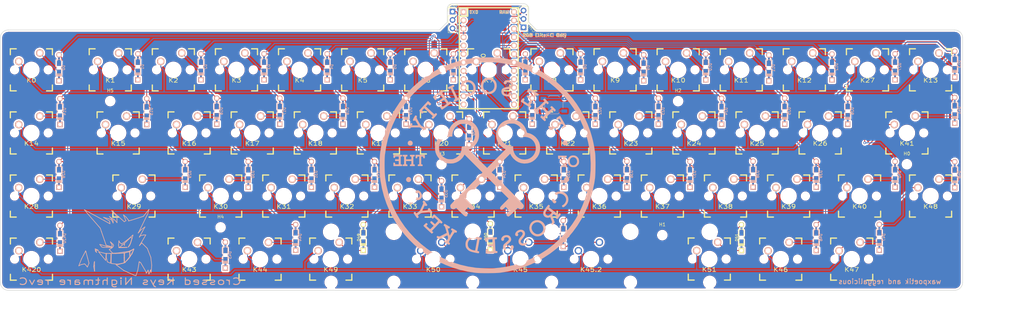
<source format=kicad_pcb>
(kicad_pcb (version 20171130) (host pcbnew "(5.1.2)-1")
  (layers (0 F.Cu signal) (31 B.Cu signal) (34 B.Paste user) (35 F.Paste user) (36 B.SilkS user) (37 F.SilkS user) (38 B.Mask user) (39 F.Mask user) (44 Edge.Cuts user))
  (net 0 "")
  (module Connector_PinHeader_2.54mm:PinHeader_1x03_P2.54mm_Vertical (layer F.Cu) (at 335.75625 97.63125 180)
    (fp_text reference " " (at 0 -2.33) (layer F.SilkS))
    (fp_text value PinHeader_1x03_P2.54mm_Vertical)
    (pad 3 thru_hole oval (at 0 5.08 180) (size 1.7 1.7) (drill 1) (layers *.Cu *.Mask))
    (pad 2 thru_hole oval (at 0 2.54 180) (size 1.7 1.7) (drill 1) (layers *.Cu *.Mask))
    (pad 1 thru_hole rect (at 0 0 180) (size 1.7 1.7) (drill 1) (layers *.Cu *.Mask))
  )
  (module Connector_PinHeader_2.54mm:PinHeader_1x03_P2.54mm_Vertical (layer F.Cu) (at 314.325 92.86875)
    (fp_text reference " " (at 0 -2.33) (layer F.SilkS))
    (fp_text value PinHeader_1x03_P2.54mm_Vertical)
    (pad 3 thru_hole oval (at 0 5.08) (size 1.7 1.7) (drill 1) (layers *.Cu *.Mask))
    (pad 2 thru_hole oval (at 0 2.54) (size 1.7 1.7) (drill 1) (layers *.Cu *.Mask))
    (pad 1 thru_hole rect (at 0 0) (size 1.7 1.7) (drill 1) (layers *.Cu *.Mask))
  )
  (module Keebio-Parts:Diode-dual (layer F.Cu) (at 325.751184 160.817066 270)
    (fp_text reference D50 (at -0.0254 1.4 270) (layer F.SilkS) (effects (font (size 0.8 0.8))))
    (fp_text value 1N4148 hide)
    (pad 2 smd rect (at -2.7 0 270) (size 2.5 0.5) (layers B.Cu))
    (pad 2 smd rect (at -1.4 0 270) (size 1.6 1.2) (layers B.Cu B.Paste B.Mask))
    (pad 1 smd rect (at 1.4 0 270) (size 1.6 1.2) (layers B.Cu B.Paste B.Mask))
    (pad 1 smd rect (at 2.7 0 270) (size 2.5 0.5) (layers B.Cu))
    (pad 1 smd rect (at 1.4 0 270) (size 1.6 1.2) (layers F.Cu F.Paste F.Mask))
    (pad 2 smd rect (at -1.4 0 270) (size 1.6 1.2) (layers F.Cu F.Paste F.Mask))
    (pad 2 thru_hole circle (at -3.9 0 270) (size 1.6 1.6) (drill 1) (layers *.Cu *.Mask F.SilkS))
    (pad 1 thru_hole rect (at 3.9 0 270) (size 1.6 1.6) (drill 1) (layers *.Cu *.Mask F.SilkS))
    (pad 2 smd rect (at -2.7 0 270) (size 2.5 0.5) (layers F.Cu))
    (pad 1 smd rect (at 2.7 0 270) (size 2.5 0.5) (layers F.Cu))
  )
  (module Keebio-Parts:MX_PCB_100H (layer F.Cu) (at 187.198 167.60825)
    (fp_text reference K420 (at 0 3.175) (layer F.SilkS) (effects (font (size 1.27 1.524) (thickness 0.2032))))
    (fp_text value KEYSW hide)
    (pad 1 thru_hole circle (at 2.54 -5.08) (size 2.286 2.286) (drill 1.4986) (layers *.Cu *.SilkS *.Mask))
    (pad 2 thru_hole circle (at -3.81 -2.54) (size 2.286 2.286) (drill 1.4986) (layers *.Cu *.SilkS *.Mask))
    (pad HOLE np_thru_hole circle (at 0 0) (size 3.9878 3.9878) (drill 3.9878) (layers *.Cu))
    (pad HOLE np_thru_hole circle (at -5.08 0) (size 1.8 1.8) (drill 1.8) (layers *.Cu))
    (pad HOLE np_thru_hole circle (at 5.08 0) (size 1.8 1.8) (drill 1.8) (layers *.Cu))
  )
  (module MountingHole:MountingHole_2.2mm_M2 (layer F.Cu) (at 377.656084 160.359866)
    (fp_text reference H1 (at 0 -3.2) (layer F.SilkS))
    (fp_text value MountingHole_2.2mm_M2)
    (pad 1 np_thru_hole circle (at 0 0) (size 2.2 2.2) (drill 2.2) (layers *.Cu *.Mask))
  )
  (module MountingHole:MountingHole_2.2mm_M2 (layer F.Cu) (at 382.418584 119.910366)
    (fp_text reference H2 (at 0 -3.2) (layer F.SilkS))
    (fp_text value MountingHole_2.2mm_M2)
    (pad 1 np_thru_hole circle (at 0 0) (size 2.2 2.2) (drill 2.2) (layers *.Cu *.Mask))
  )
  (module MountingHole:MountingHole_2.2mm_M2 (layer F.Cu) (at 451.493884 138.960366)
    (fp_text reference H0 (at 0 -3.2) (layer F.SilkS))
    (fp_text value MountingHole_2.2mm_M2)
    (pad 1 np_thru_hole circle (at 0 0) (size 2.2 2.2) (drill 2.2) (layers *.Cu *.Mask))
  )
  (module Keebio-Parts:Diode-dual (layer F.Cu) (at 287.397184 161.071066 270)
    (fp_text reference D49 (at -0.0254 1.4 270) (layer F.SilkS) (effects (font (size 0.8 0.8))))
    (fp_text value 1N4148 hide)
    (pad 1 smd rect (at 2.7 0 270) (size 2.5 0.5) (layers F.Cu))
    (pad 2 smd rect (at -2.7 0 270) (size 2.5 0.5) (layers F.Cu))
    (pad 1 thru_hole rect (at 3.9 0 270) (size 1.6 1.6) (drill 1) (layers *.Cu *.Mask F.SilkS))
    (pad 2 thru_hole circle (at -3.9 0 270) (size 1.6 1.6) (drill 1) (layers *.Cu *.Mask F.SilkS))
    (pad 2 smd rect (at -1.4 0 270) (size 1.6 1.2) (layers F.Cu F.Paste F.Mask))
    (pad 1 smd rect (at 1.4 0 270) (size 1.6 1.2) (layers F.Cu F.Paste F.Mask))
    (pad 1 smd rect (at 2.7 0 270) (size 2.5 0.5) (layers B.Cu))
    (pad 1 smd rect (at 1.4 0 270) (size 1.6 1.2) (layers B.Cu B.Paste B.Mask))
    (pad 2 smd rect (at -1.4 0 270) (size 1.6 1.2) (layers B.Cu B.Paste B.Mask))
    (pad 2 smd rect (at -2.7 0 270) (size 2.5 0.5) (layers B.Cu))
  )
  (module Keebio-Parts:MX_PCB_100H (layer F.Cu) (at 434.827944 167.60825)
    (fp_text reference K47 (at 0 3.175) (layer F.SilkS) (effects (font (size 1.27 1.524) (thickness 0.2032))))
    (fp_text value KEYSW hide)
    (pad 1 thru_hole circle (at 2.54 -5.08) (size 2.286 2.286) (drill 1.4986) (layers *.Cu *.SilkS *.Mask))
    (pad 2 thru_hole circle (at -3.81 -2.54) (size 2.286 2.286) (drill 1.4986) (layers *.Cu *.SilkS *.Mask))
    (pad HOLE np_thru_hole circle (at 0 0) (size 3.9878 3.9878) (drill 3.9878) (layers *.Cu))
    (pad HOLE np_thru_hole circle (at -5.08 0) (size 1.8 1.8) (drill 1.8) (layers *.Cu))
    (pad HOLE np_thru_hole circle (at 5.08 0) (size 1.8 1.8) (drill 1.8) (layers *.Cu))
  )
  (module MountingHole:MountingHole_2.2mm_M2 (layer F.Cu) (at 310.993784 138.960366)
    (fp_text reference H3 (at 0 -3.2) (layer F.SilkS))
    (fp_text value MountingHole_2.2mm_M2)
    (pad 1 np_thru_hole circle (at 0 0) (size 2.2 2.2) (drill 2.2) (layers *.Cu *.Mask))
  )
  (module Keebio-Parts:Diode-dual (layer F.Cu) (at 401.544784 161.096466 270)
    (fp_text reference D51 (at -0.0254 1.4 270) (layer F.SilkS) (effects (font (size 0.8 0.8))))
    (fp_text value 1N4148 hide)
    (pad 1 smd rect (at 2.7 0 270) (size 2.5 0.5) (layers F.Cu))
    (pad 2 smd rect (at -2.7 0 270) (size 2.5 0.5) (layers F.Cu))
    (pad 1 thru_hole rect (at 3.9 0 270) (size 1.6 1.6) (drill 1) (layers *.Cu *.Mask F.SilkS))
    (pad 2 thru_hole circle (at -3.9 0 270) (size 1.6 1.6) (drill 1) (layers *.Cu *.Mask F.SilkS))
    (pad 2 smd rect (at -1.4 0 270) (size 1.6 1.2) (layers F.Cu F.Paste F.Mask))
    (pad 1 smd rect (at 1.4 0 270) (size 1.6 1.2) (layers F.Cu F.Paste F.Mask))
    (pad 1 smd rect (at 2.7 0 270) (size 2.5 0.5) (layers B.Cu))
    (pad 1 smd rect (at 1.4 0 270) (size 1.6 1.2) (layers B.Cu B.Paste B.Mask))
    (pad 2 smd rect (at -1.4 0 270) (size 1.6 1.2) (layers B.Cu B.Paste B.Mask))
    (pad 2 smd rect (at -2.7 0 270) (size 2.5 0.5) (layers B.Cu))
  )
  (module MountingHole:MountingHole_2.2mm_M2 (layer F.Cu) (at 210.981284 119.897666)
    (fp_text reference H5 (at 0 -3.2) (layer F.SilkS))
    (fp_text value MountingHole_2.2mm_M2)
    (pad 1 np_thru_hole circle (at 0 0) (size 2.2 2.2) (drill 2.2) (layers *.Cu *.Mask))
  )
  (module Keebio-Parts:MX_PCB_100H (layer F.Cu) (at 458.640424 148.558266)
    (fp_text reference K48 (at 0 3.175) (layer F.SilkS) (effects (font (size 1.27 1.524) (thickness 0.2032))))
    (fp_text value KEYSW hide)
    (pad HOLE np_thru_hole circle (at 5.08 0) (size 1.8 1.8) (drill 1.8) (layers *.Cu))
    (pad HOLE np_thru_hole circle (at -5.08 0) (size 1.8 1.8) (drill 1.8) (layers *.Cu))
    (pad HOLE np_thru_hole circle (at 0 0) (size 3.9878 3.9878) (drill 3.9878) (layers *.Cu))
    (pad 2 thru_hole circle (at -3.81 -2.54) (size 2.286 2.286) (drill 1.4986) (layers *.Cu *.SilkS *.Mask))
    (pad 1 thru_hole circle (at 2.54 -5.08) (size 2.286 2.286) (drill 1.4986) (layers *.Cu *.SilkS *.Mask))
  )
  (module MountingHole:MountingHole_2.2mm_M2 (layer F.Cu) (at 244.306084 158.010366)
    (fp_text reference H4 (at 0 -3.2) (layer F.SilkS))
    (fp_text value MountingHole_2.2mm_M2)
    (pad 1 np_thru_hole circle (at 0 0) (size 2.2 2.2) (drill 2.2) (layers *.Cu *.Mask))
  )
  (module Keebio-Parts:MX_PCB_175H (layer F.Cu) (at 218.134376 148.558266)
    (fp_text reference K29 (at 0 3.175) (layer F.SilkS) (effects (font (size 1.27 1.524) (thickness 0.2032))))
    (fp_text value KEYSW hide)
    (pad 1 thru_hole circle (at 2.54 -5.08) (size 2.286 2.286) (drill 1.4986) (layers *.Cu *.SilkS *.Mask))
    (pad 2 thru_hole circle (at -3.81 -2.54) (size 2.286 2.286) (drill 1.4986) (layers *.Cu *.SilkS *.Mask))
    (pad HOLE np_thru_hole circle (at 0 0) (size 3.9878 3.9878) (drill 3.9878) (layers *.Cu))
    (pad HOLE np_thru_hole circle (at -5.08 0) (size 1.8 1.8) (drill 1.8) (layers *.Cu))
    (pad HOLE np_thru_hole circle (at 5.08 0) (size 1.8 1.8) (drill 1.8) (layers *.Cu))
  )
  (module Keebio-Parts:MX_PCB_100H (layer F.Cu) (at 377.677992 148.558266)
    (fp_text reference K37 (at 0 3.175) (layer F.SilkS) (effects (font (size 1.27 1.524) (thickness 0.2032))))
    (fp_text value KEYSW hide)
    (pad 1 thru_hole circle (at 2.54 -5.08) (size 2.286 2.286) (drill 1.4986) (layers *.Cu *.SilkS *.Mask))
    (pad 2 thru_hole circle (at -3.81 -2.54) (size 2.286 2.286) (drill 1.4986) (layers *.Cu *.SilkS *.Mask))
    (pad HOLE np_thru_hole circle (at 0 0) (size 3.9878 3.9878) (drill 3.9878) (layers *.Cu))
    (pad HOLE np_thru_hole circle (at -5.08 0) (size 1.8 1.8) (drill 1.8) (layers *.Cu))
    (pad HOLE np_thru_hole circle (at 5.08 0) (size 1.8 1.8) (drill 1.8) (layers *.Cu))
  )
  (module Keebio-Parts:MX_PCB_100H (layer F.Cu) (at 358.628008 148.558266)
    (fp_text reference K36 (at 0 3.175) (layer F.SilkS) (effects (font (size 1.27 1.524) (thickness 0.2032))))
    (fp_text value KEYSW hide)
    (pad HOLE np_thru_hole circle (at 5.08 0) (size 1.8 1.8) (drill 1.8) (layers *.Cu))
    (pad HOLE np_thru_hole circle (at -5.08 0) (size 1.8 1.8) (drill 1.8) (layers *.Cu))
    (pad HOLE np_thru_hole circle (at 0 0) (size 3.9878 3.9878) (drill 3.9878) (layers *.Cu))
    (pad 2 thru_hole circle (at -3.81 -2.54) (size 2.286 2.286) (drill 1.4986) (layers *.Cu *.SilkS *.Mask))
    (pad 1 thru_hole circle (at 2.54 -5.08) (size 2.286 2.286) (drill 1.4986) (layers *.Cu *.SilkS *.Mask))
  )
  (module Keebio-Parts:MX_PCB_100H (layer F.Cu) (at 244.328104 148.558266)
    (fp_text reference K30 (at 0 3.175) (layer F.SilkS) (effects (font (size 1.27 1.524) (thickness 0.2032))))
    (fp_text value KEYSW hide)
    (pad HOLE np_thru_hole circle (at 5.08 0) (size 1.8 1.8) (drill 1.8) (layers *.Cu))
    (pad HOLE np_thru_hole circle (at -5.08 0) (size 1.8 1.8) (drill 1.8) (layers *.Cu))
    (pad HOLE np_thru_hole circle (at 0 0) (size 3.9878 3.9878) (drill 3.9878) (layers *.Cu))
    (pad 2 thru_hole circle (at -3.81 -2.54) (size 2.286 2.286) (drill 1.4986) (layers *.Cu *.SilkS *.Mask))
    (pad 1 thru_hole circle (at 2.54 -5.08) (size 2.286 2.286) (drill 1.4986) (layers *.Cu *.SilkS *.Mask))
  )
  (module Keebio-Parts:MX_PCB_125H (layer F.Cu) (at 256.214496 167.60825)
    (fp_text reference K44 (at 0 3.175) (layer F.SilkS) (effects (font (size 1.27 1.524) (thickness 0.2032))))
    (fp_text value KEYSW hide)
    (pad 1 thru_hole circle (at 2.54 -5.08) (size 2.286 2.286) (drill 1.4986) (layers *.Cu *.SilkS *.Mask))
    (pad 2 thru_hole circle (at -3.81 -2.54) (size 2.286 2.286) (drill 1.4986) (layers *.Cu *.SilkS *.Mask))
    (pad HOLE np_thru_hole circle (at 0 0) (size 3.9878 3.9878) (drill 3.9878) (layers *.Cu))
    (pad HOLE np_thru_hole circle (at -5.08 0) (size 1.8 1.8) (drill 1.8) (layers *.Cu))
    (pad HOLE np_thru_hole circle (at 5.08 0) (size 1.8 1.8) (drill 1.8) (layers *.Cu))
  )
  (module Keebio-Parts:MX_PCB_100H (layer F.Cu) (at 415.77796 148.558266)
    (fp_text reference K39 (at 0 3.175) (layer F.SilkS) (effects (font (size 1.27 1.524) (thickness 0.2032))))
    (fp_text value KEYSW hide)
    (pad 1 thru_hole circle (at 2.54 -5.08) (size 2.286 2.286) (drill 1.4986) (layers *.Cu *.SilkS *.Mask))
    (pad 2 thru_hole circle (at -3.81 -2.54) (size 2.286 2.286) (drill 1.4986) (layers *.Cu *.SilkS *.Mask))
    (pad HOLE np_thru_hole circle (at 0 0) (size 3.9878 3.9878) (drill 3.9878) (layers *.Cu))
    (pad HOLE np_thru_hole circle (at -5.08 0) (size 1.8 1.8) (drill 1.8) (layers *.Cu))
    (pad HOLE np_thru_hole circle (at 5.08 0) (size 1.8 1.8) (drill 1.8) (layers *.Cu))
  )
  (module Keebio-Parts:MX_PCB_100H (layer F.Cu) (at 439.59044 110.458298)
    (fp_text reference K27 (at 0 3.175) (layer F.SilkS) (effects (font (size 1.27 1.524) (thickness 0.2032))))
    (fp_text value KEYSW hide)
    (pad HOLE np_thru_hole circle (at 5.08 0) (size 1.8 1.8) (drill 1.8) (layers *.Cu))
    (pad HOLE np_thru_hole circle (at -5.08 0) (size 1.8 1.8) (drill 1.8) (layers *.Cu))
    (pad HOLE np_thru_hole circle (at 0 0) (size 3.9878 3.9878) (drill 3.9878) (layers *.Cu))
    (pad 2 thru_hole circle (at -3.81 -2.54) (size 2.286 2.286) (drill 1.4986) (layers *.Cu *.SilkS *.Mask))
    (pad 1 thru_hole circle (at 2.54 -5.08) (size 2.286 2.286) (drill 1.4986) (layers *.Cu *.SilkS *.Mask))
  )
  (module Keebio-Parts:MX_PCB_100H (layer F.Cu) (at 339.578024 148.558266)
    (fp_text reference K35 (at 0 3.175) (layer F.SilkS) (effects (font (size 1.27 1.524) (thickness 0.2032))))
    (fp_text value KEYSW hide)
    (pad HOLE np_thru_hole circle (at 5.08 0) (size 1.8 1.8) (drill 1.8) (layers *.Cu))
    (pad HOLE np_thru_hole circle (at -5.08 0) (size 1.8 1.8) (drill 1.8) (layers *.Cu))
    (pad HOLE np_thru_hole circle (at 0 0) (size 3.9878 3.9878) (drill 3.9878) (layers *.Cu))
    (pad 2 thru_hole circle (at -3.81 -2.54) (size 2.286 2.286) (drill 1.4986) (layers *.Cu *.SilkS *.Mask))
    (pad 1 thru_hole circle (at 2.54 -5.08) (size 2.286 2.286) (drill 1.4986) (layers *.Cu *.SilkS *.Mask))
  )
  (module Keebio-Parts:MX_PCB_100H (layer F.Cu) (at 187.178152 148.558266)
    (fp_text reference K28 (at 0 3.175) (layer F.SilkS) (effects (font (size 1.27 1.524) (thickness 0.2032))))
    (fp_text value KEYSW hide)
    (pad HOLE np_thru_hole circle (at 5.08 0) (size 1.8 1.8) (drill 1.8) (layers *.Cu))
    (pad HOLE np_thru_hole circle (at -5.08 0) (size 1.8 1.8) (drill 1.8) (layers *.Cu))
    (pad HOLE np_thru_hole circle (at 0 0) (size 3.9878 3.9878) (drill 3.9878) (layers *.Cu))
    (pad 2 thru_hole circle (at -3.81 -2.54) (size 2.286 2.286) (drill 1.4986) (layers *.Cu *.SilkS *.Mask))
    (pad 1 thru_hole circle (at 2.54 -5.08) (size 2.286 2.286) (drill 1.4986) (layers *.Cu *.SilkS *.Mask))
  )
  (module Keebio-Parts:MX_PCB_100H (layer F.Cu) (at 320.52804 148.558266)
    (fp_text reference K34 (at 0 3.175) (layer F.SilkS) (effects (font (size 1.27 1.524) (thickness 0.2032))))
    (fp_text value KEYSW hide)
    (pad 1 thru_hole circle (at 2.54 -5.08) (size 2.286 2.286) (drill 1.4986) (layers *.Cu *.SilkS *.Mask))
    (pad 2 thru_hole circle (at -3.81 -2.54) (size 2.286 2.286) (drill 1.4986) (layers *.Cu *.SilkS *.Mask))
    (pad HOLE np_thru_hole circle (at 0 0) (size 3.9878 3.9878) (drill 3.9878) (layers *.Cu))
    (pad HOLE np_thru_hole circle (at -5.08 0) (size 1.8 1.8) (drill 1.8) (layers *.Cu))
    (pad HOLE np_thru_hole circle (at 5.08 0) (size 1.8 1.8) (drill 1.8) (layers *.Cu))
  )
  (module Keebio-Parts:MX_PCB_125H (layer F.Cu) (at 437.209192 148.558266)
    (fp_text reference K40 (at 0 3.175) (layer F.SilkS) (effects (font (size 1.27 1.524) (thickness 0.2032))))
    (fp_text value KEYSW hide)
    (pad 1 thru_hole circle (at 2.54 -5.08) (size 2.286 2.286) (drill 1.4986) (layers *.Cu *.SilkS *.Mask))
    (pad 2 thru_hole circle (at -3.81 -2.54) (size 2.286 2.286) (drill 1.4986) (layers *.Cu *.SilkS *.Mask))
    (pad HOLE np_thru_hole circle (at 0 0) (size 3.9878 3.9878) (drill 3.9878) (layers *.Cu))
    (pad HOLE np_thru_hole circle (at -5.08 0) (size 1.8 1.8) (drill 1.8) (layers *.Cu))
    (pad HOLE np_thru_hole circle (at 5.08 0) (size 1.8 1.8) (drill 1.8) (layers *.Cu))
  )
  (module Keebio-Parts:MX_PCB_100H (layer F.Cu) (at 301.478056 148.558266)
    (fp_text reference K33 (at 0 3.175) (layer F.SilkS) (effects (font (size 1.27 1.524) (thickness 0.2032))))
    (fp_text value KEYSW hide)
    (pad 1 thru_hole circle (at 2.54 -5.08) (size 2.286 2.286) (drill 1.4986) (layers *.Cu *.SilkS *.Mask))
    (pad 2 thru_hole circle (at -3.81 -2.54) (size 2.286 2.286) (drill 1.4986) (layers *.Cu *.SilkS *.Mask))
    (pad HOLE np_thru_hole circle (at 0 0) (size 3.9878 3.9878) (drill 3.9878) (layers *.Cu))
    (pad HOLE np_thru_hole circle (at -5.08 0) (size 1.8 1.8) (drill 1.8) (layers *.Cu))
    (pad HOLE np_thru_hole circle (at 5.08 0) (size 1.8 1.8) (drill 1.8) (layers *.Cu))
  )
  (module Keebio-Parts:MX_PCB_100H (layer F.Cu) (at 234.803112 167.60825)
    (fp_text reference K43 (at 0 3.175) (layer F.SilkS) (effects (font (size 1.27 1.524) (thickness 0.2032))))
    (fp_text value KEYSW hide)
    (pad 1 thru_hole circle (at 2.54 -5.08) (size 2.286 2.286) (drill 1.4986) (layers *.Cu *.SilkS *.Mask))
    (pad 2 thru_hole circle (at -3.81 -2.54) (size 2.286 2.286) (drill 1.4986) (layers *.Cu *.SilkS *.Mask))
    (pad HOLE np_thru_hole circle (at 0 0) (size 3.9878 3.9878) (drill 3.9878) (layers *.Cu))
    (pad HOLE np_thru_hole circle (at -5.08 0) (size 1.8 1.8) (drill 1.8) (layers *.Cu))
    (pad HOLE np_thru_hole circle (at 5.08 0) (size 1.8 1.8) (drill 1.8) (layers *.Cu))
  )
  (module Keebio-Parts:MX_PCB_100H (layer F.Cu) (at 282.428072 148.558266)
    (fp_text reference K32 (at 0 3.175) (layer F.SilkS) (effects (font (size 1.27 1.524) (thickness 0.2032))))
    (fp_text value KEYSW hide)
    (pad 1 thru_hole circle (at 2.54 -5.08) (size 2.286 2.286) (drill 1.4986) (layers *.Cu *.SilkS *.Mask))
    (pad 2 thru_hole circle (at -3.81 -2.54) (size 2.286 2.286) (drill 1.4986) (layers *.Cu *.SilkS *.Mask))
    (pad HOLE np_thru_hole circle (at 0 0) (size 3.9878 3.9878) (drill 3.9878) (layers *.Cu))
    (pad HOLE np_thru_hole circle (at -5.08 0) (size 1.8 1.8) (drill 1.8) (layers *.Cu))
    (pad HOLE np_thru_hole circle (at 5.08 0) (size 1.8 1.8) (drill 1.8) (layers *.Cu))
  )
  (module Keebio-Parts:MX_PCB_125H (layer F.Cu) (at 413.396712 167.60825)
    (fp_text reference K46 (at 0 3.175) (layer F.SilkS) (effects (font (size 1.27 1.524) (thickness 0.2032))))
    (fp_text value KEYSW hide)
    (pad HOLE np_thru_hole circle (at 5.08 0) (size 1.8 1.8) (drill 1.8) (layers *.Cu))
    (pad HOLE np_thru_hole circle (at -5.08 0) (size 1.8 1.8) (drill 1.8) (layers *.Cu))
    (pad HOLE np_thru_hole circle (at 0 0) (size 3.9878 3.9878) (drill 3.9878) (layers *.Cu))
    (pad 2 thru_hole circle (at -3.81 -2.54) (size 2.286 2.286) (drill 1.4986) (layers *.Cu *.SilkS *.Mask))
    (pad 1 thru_hole circle (at 2.54 -5.08) (size 2.286 2.286) (drill 1.4986) (layers *.Cu *.SilkS *.Mask))
  )
  (module Keebio-Parts:MX_PCB_100H (layer F.Cu) (at 396.727976 148.558266)
    (fp_text reference K38 (at 0 3.175) (layer F.SilkS) (effects (font (size 1.27 1.524) (thickness 0.2032))))
    (fp_text value KEYSW hide)
    (pad HOLE np_thru_hole circle (at 5.08 0) (size 1.8 1.8) (drill 1.8) (layers *.Cu))
    (pad HOLE np_thru_hole circle (at -5.08 0) (size 1.8 1.8) (drill 1.8) (layers *.Cu))
    (pad HOLE np_thru_hole circle (at 0 0) (size 3.9878 3.9878) (drill 3.9878) (layers *.Cu))
    (pad 2 thru_hole circle (at -3.81 -2.54) (size 2.286 2.286) (drill 1.4986) (layers *.Cu *.SilkS *.Mask))
    (pad 1 thru_hole circle (at 2.54 -5.08) (size 2.286 2.286) (drill 1.4986) (layers *.Cu *.SilkS *.Mask))
  )
  (module Keebio-Parts:MX_PCB_100H (layer F.Cu) (at 263.378088 148.558266)
    (fp_text reference K31 (at 0 3.175) (layer F.SilkS) (effects (font (size 1.27 1.524) (thickness 0.2032))))
    (fp_text value KEYSW hide)
    (pad 1 thru_hole circle (at 2.54 -5.08) (size 2.286 2.286) (drill 1.4986) (layers *.Cu *.SilkS *.Mask))
    (pad 2 thru_hole circle (at -3.81 -2.54) (size 2.286 2.286) (drill 1.4986) (layers *.Cu *.SilkS *.Mask))
    (pad HOLE np_thru_hole circle (at 0 0) (size 3.9878 3.9878) (drill 3.9878) (layers *.Cu))
    (pad HOLE np_thru_hole circle (at -5.08 0) (size 1.8 1.8) (drill 1.8) (layers *.Cu))
    (pad HOLE np_thru_hole circle (at 5.08 0) (size 1.8 1.8) (drill 1.8) (layers *.Cu))
  )
  (module Keebio-Parts:Diode-dual (layer B.Cu) (at 257.424968 109.534858 270)
    (fp_text reference D3 (at -0.0254 -1.4 270) (layer B.SilkS) (effects (font (size 0.8 0.8)) (justify mirror)))
    (fp_text value 1N4148 hide)
    (pad 2 smd rect (at -2.7 0 270) (size 2.5 0.5) (layers F.Cu))
    (pad 2 smd rect (at -1.4 0 270) (size 1.6 1.2) (layers F.Cu F.Paste F.Mask))
    (pad 1 smd rect (at 1.4 0 270) (size 1.6 1.2) (layers F.Cu F.Paste F.Mask))
    (pad 1 smd rect (at 2.7 0 270) (size 2.5 0.5) (layers F.Cu))
    (pad 1 smd rect (at 1.4 0 270) (size 1.6 1.2) (layers B.Cu B.Paste B.Mask))
    (pad 2 smd rect (at -1.4 0 270) (size 1.6 1.2) (layers B.Cu B.Paste B.Mask))
    (pad 2 thru_hole circle (at -3.9 0 270) (size 1.6 1.6) (drill 1) (layers *.Cu *.Mask B.SilkS))
    (pad 1 thru_hole rect (at 3.9 0 270) (size 1.6 1.6) (drill 1) (layers *.Cu *.Mask B.SilkS))
    (pad 2 smd rect (at -2.7 0 270) (size 2.5 0.5) (layers B.Cu))
    (pad 1 smd rect (at 2.7 0 270) (size 2.5 0.5) (layers B.Cu))
  )
  (module Keebio-Parts:Diode-dual (layer B.Cu) (at 409.82484 109.893458 270)
    (fp_text reference D11 (at -0.0254 -1.4 270) (layer B.SilkS) (effects (font (size 0.8 0.8)) (justify mirror)))
    (fp_text value 1N4148 hide)
    (pad 1 smd rect (at 2.7 0 270) (size 2.5 0.5) (layers B.Cu))
    (pad 2 smd rect (at -2.7 0 270) (size 2.5 0.5) (layers B.Cu))
    (pad 1 thru_hole rect (at 3.9 0 270) (size 1.6 1.6) (drill 1) (layers *.Cu *.Mask B.SilkS))
    (pad 2 thru_hole circle (at -3.9 0 270) (size 1.6 1.6) (drill 1) (layers *.Cu *.Mask B.SilkS))
    (pad 2 smd rect (at -1.4 0 270) (size 1.6 1.2) (layers B.Cu B.Paste B.Mask))
    (pad 1 smd rect (at 1.4 0 270) (size 1.6 1.2) (layers B.Cu B.Paste B.Mask))
    (pad 1 smd rect (at 2.7 0 270) (size 2.5 0.5) (layers F.Cu))
    (pad 1 smd rect (at 1.4 0 270) (size 1.6 1.2) (layers F.Cu F.Paste F.Mask))
    (pad 2 smd rect (at -1.4 0 270) (size 1.6 1.2) (layers F.Cu F.Paste F.Mask))
    (pad 2 smd rect (at -2.7 0 270) (size 2.5 0.5) (layers F.Cu))
  )
  (module Keebio-Parts:Diode-dual (layer B.Cu) (at 295.524936 109.534858 270)
    (fp_text reference D5 (at -0.0254 -1.4 270) (layer B.SilkS) (effects (font (size 0.8 0.8)) (justify mirror)))
    (fp_text value 1N4148 hide)
    (pad 1 smd rect (at 2.7 0 270) (size 2.5 0.5) (layers B.Cu))
    (pad 2 smd rect (at -2.7 0 270) (size 2.5 0.5) (layers B.Cu))
    (pad 1 thru_hole rect (at 3.9 0 270) (size 1.6 1.6) (drill 1) (layers *.Cu *.Mask B.SilkS))
    (pad 2 thru_hole circle (at -3.9 0 270) (size 1.6 1.6) (drill 1) (layers *.Cu *.Mask B.SilkS))
    (pad 2 smd rect (at -1.4 0 270) (size 1.6 1.2) (layers B.Cu B.Paste B.Mask))
    (pad 1 smd rect (at 1.4 0 270) (size 1.6 1.2) (layers B.Cu B.Paste B.Mask))
    (pad 1 smd rect (at 2.7 0 270) (size 2.5 0.5) (layers F.Cu))
    (pad 1 smd rect (at 1.4 0 270) (size 1.6 1.2) (layers F.Cu F.Paste F.Mask))
    (pad 2 smd rect (at -1.4 0 270) (size 1.6 1.2) (layers F.Cu F.Paste F.Mask))
    (pad 2 smd rect (at -2.7 0 270) (size 2.5 0.5) (layers F.Cu))
  )
  (module Keebio-Parts:Diode-dual (layer B.Cu) (at 281.237448 122.929378 270)
    (fp_text reference D18 (at -0.0254 -1.4 270) (layer B.SilkS) (effects (font (size 0.8 0.8)) (justify mirror)))
    (fp_text value 1N4148 hide)
    (pad 2 smd rect (at -2.7 0 270) (size 2.5 0.5) (layers F.Cu))
    (pad 2 smd rect (at -1.4 0 270) (size 1.6 1.2) (layers F.Cu F.Paste F.Mask))
    (pad 1 smd rect (at 1.4 0 270) (size 1.6 1.2) (layers F.Cu F.Paste F.Mask))
    (pad 1 smd rect (at 2.7 0 270) (size 2.5 0.5) (layers F.Cu))
    (pad 1 smd rect (at 1.4 0 270) (size 1.6 1.2) (layers B.Cu B.Paste B.Mask))
    (pad 2 smd rect (at -1.4 0 270) (size 1.6 1.2) (layers B.Cu B.Paste B.Mask))
    (pad 2 thru_hole circle (at -3.9 0 270) (size 1.6 1.6) (drill 1) (layers *.Cu *.Mask B.SilkS))
    (pad 1 thru_hole rect (at 3.9 0 270) (size 1.6 1.6) (drill 1) (layers *.Cu *.Mask B.SilkS))
    (pad 2 smd rect (at -2.7 0 270) (size 2.5 0.5) (layers B.Cu))
    (pad 1 smd rect (at 2.7 0 270) (size 2.5 0.5) (layers B.Cu))
  )
  (module Keebio-Parts:Diode-dual (layer B.Cu) (at 319.337416 129.180154 270)
    (fp_text reference D20 (at -0.0254 -1.4 270) (layer B.SilkS) (effects (font (size 0.8 0.8)) (justify mirror)))
    (fp_text value 1N4148 hide)
    (pad 1 smd rect (at 2.7 0 270) (size 2.5 0.5) (layers B.Cu))
    (pad 2 smd rect (at -2.7 0 270) (size 2.5 0.5) (layers B.Cu))
    (pad 1 thru_hole rect (at 3.9 0 270) (size 1.6 1.6) (drill 1) (layers *.Cu *.Mask B.SilkS))
    (pad 2 thru_hole circle (at -3.9 0 270) (size 1.6 1.6) (drill 1) (layers *.Cu *.Mask B.SilkS))
    (pad 2 smd rect (at -1.4 0 270) (size 1.6 1.2) (layers B.Cu B.Paste B.Mask))
    (pad 1 smd rect (at 1.4 0 270) (size 1.6 1.2) (layers B.Cu B.Paste B.Mask))
    (pad 1 smd rect (at 2.7 0 270) (size 2.5 0.5) (layers F.Cu))
    (pad 1 smd rect (at 1.4 0 270) (size 1.6 1.2) (layers F.Cu F.Paste F.Mask))
    (pad 2 smd rect (at -1.4 0 270) (size 1.6 1.2) (layers F.Cu F.Paste F.Mask))
    (pad 2 smd rect (at -2.7 0 270) (size 2.5 0.5) (layers F.Cu))
  )
  (module Keebio-Parts:Diode-dual (layer B.Cu) (at 300.287432 122.929378 270)
    (fp_text reference D19 (at -0.0254 -1.4 270) (layer B.SilkS) (effects (font (size 0.8 0.8)) (justify mirror)))
    (fp_text value 1N4148 hide)
    (pad 2 smd rect (at -2.7 0 270) (size 2.5 0.5) (layers F.Cu))
    (pad 2 smd rect (at -1.4 0 270) (size 1.6 1.2) (layers F.Cu F.Paste F.Mask))
    (pad 1 smd rect (at 1.4 0 270) (size 1.6 1.2) (layers F.Cu F.Paste F.Mask))
    (pad 1 smd rect (at 2.7 0 270) (size 2.5 0.5) (layers F.Cu))
    (pad 1 smd rect (at 1.4 0 270) (size 1.6 1.2) (layers B.Cu B.Paste B.Mask))
    (pad 2 smd rect (at -1.4 0 270) (size 1.6 1.2) (layers B.Cu B.Paste B.Mask))
    (pad 2 thru_hole circle (at -3.9 0 270) (size 1.6 1.6) (drill 1) (layers *.Cu *.Mask B.SilkS))
    (pad 1 thru_hole rect (at 3.9 0 270) (size 1.6 1.6) (drill 1) (layers *.Cu *.Mask B.SilkS))
    (pad 2 smd rect (at -2.7 0 270) (size 2.5 0.5) (layers B.Cu))
    (pad 1 smd rect (at 2.7 0 270) (size 2.5 0.5) (layers B.Cu))
  )
  (module Keebio-Parts:Diode-dual (layer B.Cu) (at 262.187464 122.929378 270)
    (fp_text reference D17 (at -0.0254 -1.4 270) (layer B.SilkS) (effects (font (size 0.8 0.8)) (justify mirror)))
    (fp_text value 1N4148 hide)
    (pad 1 smd rect (at 2.7 0 270) (size 2.5 0.5) (layers B.Cu))
    (pad 2 smd rect (at -2.7 0 270) (size 2.5 0.5) (layers B.Cu))
    (pad 1 thru_hole rect (at 3.9 0 270) (size 1.6 1.6) (drill 1) (layers *.Cu *.Mask B.SilkS))
    (pad 2 thru_hole circle (at -3.9 0 270) (size 1.6 1.6) (drill 1) (layers *.Cu *.Mask B.SilkS))
    (pad 2 smd rect (at -1.4 0 270) (size 1.6 1.2) (layers B.Cu B.Paste B.Mask))
    (pad 1 smd rect (at 1.4 0 270) (size 1.6 1.2) (layers B.Cu B.Paste B.Mask))
    (pad 1 smd rect (at 2.7 0 270) (size 2.5 0.5) (layers F.Cu))
    (pad 1 smd rect (at 1.4 0 270) (size 1.6 1.2) (layers F.Cu F.Paste F.Mask))
    (pad 2 smd rect (at -1.4 0 270) (size 1.6 1.2) (layers F.Cu F.Paste F.Mask))
    (pad 2 smd rect (at -2.7 0 270) (size 2.5 0.5) (layers F.Cu))
  )
  (module Keebio-Parts:Diode-dual (layer B.Cu) (at 243.13748 122.929378 270)
    (fp_text reference D16 (at -0.0254 -1.4 270) (layer B.SilkS) (effects (font (size 0.8 0.8)) (justify mirror)))
    (fp_text value 1N4148 hide)
    (pad 2 smd rect (at -2.7 0 270) (size 2.5 0.5) (layers F.Cu))
    (pad 2 smd rect (at -1.4 0 270) (size 1.6 1.2) (layers F.Cu F.Paste F.Mask))
    (pad 1 smd rect (at 1.4 0 270) (size 1.6 1.2) (layers F.Cu F.Paste F.Mask))
    (pad 1 smd rect (at 2.7 0 270) (size 2.5 0.5) (layers F.Cu))
    (pad 1 smd rect (at 1.4 0 270) (size 1.6 1.2) (layers B.Cu B.Paste B.Mask))
    (pad 2 smd rect (at -1.4 0 270) (size 1.6 1.2) (layers B.Cu B.Paste B.Mask))
    (pad 2 thru_hole circle (at -3.9 0 270) (size 1.6 1.6) (drill 1) (layers *.Cu *.Mask B.SilkS))
    (pad 1 thru_hole rect (at 3.9 0 270) (size 1.6 1.6) (drill 1) (layers *.Cu *.Mask B.SilkS))
    (pad 2 smd rect (at -2.7 0 270) (size 2.5 0.5) (layers B.Cu))
    (pad 1 smd rect (at 2.7 0 270) (size 2.5 0.5) (layers B.Cu))
  )
  (module Keebio-Parts:Diode-dual (layer B.Cu) (at 352.972544 109.534858 270)
    (fp_text reference D8 (at -0.0254 -1.4 270) (layer B.SilkS) (effects (font (size 0.8 0.8)) (justify mirror)))
    (fp_text value 1N4148 hide)
    (pad 1 smd rect (at 2.7 0 270) (size 2.5 0.5) (layers B.Cu))
    (pad 2 smd rect (at -2.7 0 270) (size 2.5 0.5) (layers B.Cu))
    (pad 1 thru_hole rect (at 3.9 0 270) (size 1.6 1.6) (drill 1) (layers *.Cu *.Mask B.SilkS))
    (pad 2 thru_hole circle (at -3.9 0 270) (size 1.6 1.6) (drill 1) (layers *.Cu *.Mask B.SilkS))
    (pad 2 smd rect (at -1.4 0 270) (size 1.6 1.2) (layers B.Cu B.Paste B.Mask))
    (pad 1 smd rect (at 1.4 0 270) (size 1.6 1.2) (layers B.Cu B.Paste B.Mask))
    (pad 1 smd rect (at 2.7 0 270) (size 2.5 0.5) (layers F.Cu))
    (pad 1 smd rect (at 1.4 0 270) (size 1.6 1.2) (layers F.Cu F.Paste F.Mask))
    (pad 2 smd rect (at -1.4 0 270) (size 1.6 1.2) (layers F.Cu F.Paste F.Mask))
    (pad 2 smd rect (at -2.7 0 270) (size 2.5 0.5) (layers F.Cu))
  )
  (module Keebio-Parts:Diode-dual (layer B.Cu) (at 390.774856 109.595802 270)
    (fp_text reference D10 (at -0.0254 -1.4 270) (layer B.SilkS) (effects (font (size 0.8 0.8)) (justify mirror)))
    (fp_text value 1N4148 hide)
    (pad 2 smd rect (at -2.7 0 270) (size 2.5 0.5) (layers F.Cu))
    (pad 2 smd rect (at -1.4 0 270) (size 1.6 1.2) (layers F.Cu F.Paste F.Mask))
    (pad 1 smd rect (at 1.4 0 270) (size 1.6 1.2) (layers F.Cu F.Paste F.Mask))
    (pad 1 smd rect (at 2.7 0 270) (size 2.5 0.5) (layers F.Cu))
    (pad 1 smd rect (at 1.4 0 270) (size 1.6 1.2) (layers B.Cu B.Paste B.Mask))
    (pad 2 smd rect (at -1.4 0 270) (size 1.6 1.2) (layers B.Cu B.Paste B.Mask))
    (pad 2 thru_hole circle (at -3.9 0 270) (size 1.6 1.6) (drill 1) (layers *.Cu *.Mask B.SilkS))
    (pad 1 thru_hole rect (at 3.9 0 270) (size 1.6 1.6) (drill 1) (layers *.Cu *.Mask B.SilkS))
    (pad 2 smd rect (at -2.7 0 270) (size 2.5 0.5) (layers B.Cu))
    (pad 1 smd rect (at 2.7 0 270) (size 2.5 0.5) (layers B.Cu))
  )
  (module Keebio-Parts:Diode-dual (layer B.Cu) (at 314.57492 109.56533 270)
    (fp_text reference D6 (at -0.0254 -1.4 270) (layer B.SilkS) (effects (font (size 0.8 0.8)) (justify mirror)))
    (fp_text value 1N4148 hide)
    (pad 2 smd rect (at -2.7 0 270) (size 2.5 0.5) (layers F.Cu))
    (pad 2 smd rect (at -1.4 0 270) (size 1.6 1.2) (layers F.Cu F.Paste F.Mask))
    (pad 1 smd rect (at 1.4 0 270) (size 1.6 1.2) (layers F.Cu F.Paste F.Mask))
    (pad 1 smd rect (at 2.7 0 270) (size 2.5 0.5) (layers F.Cu))
    (pad 1 smd rect (at 1.4 0 270) (size 1.6 1.2) (layers B.Cu B.Paste B.Mask))
    (pad 2 smd rect (at -1.4 0 270) (size 1.6 1.2) (layers B.Cu B.Paste B.Mask))
    (pad 2 thru_hole circle (at -3.9 0 270) (size 1.6 1.6) (drill 1) (layers *.Cu *.Mask B.SilkS))
    (pad 1 thru_hole rect (at 3.9 0 270) (size 1.6 1.6) (drill 1) (layers *.Cu *.Mask B.SilkS))
    (pad 2 smd rect (at -2.7 0 270) (size 2.5 0.5) (layers B.Cu))
    (pad 1 smd rect (at 2.7 0 270) (size 2.5 0.5) (layers B.Cu))
  )
  (module Keebio-Parts:Diode-dual (layer B.Cu) (at 372.022528 109.832514 270)
    (fp_text reference D9 (at -0.0254 -1.4 270) (layer B.SilkS) (effects (font (size 0.8 0.8)) (justify mirror)))
    (fp_text value 1N4148 hide)
    (pad 1 smd rect (at 2.7 0 270) (size 2.5 0.5) (layers B.Cu))
    (pad 2 smd rect (at -2.7 0 270) (size 2.5 0.5) (layers B.Cu))
    (pad 1 thru_hole rect (at 3.9 0 270) (size 1.6 1.6) (drill 1) (layers *.Cu *.Mask B.SilkS))
    (pad 2 thru_hole circle (at -3.9 0 270) (size 1.6 1.6) (drill 1) (layers *.Cu *.Mask B.SilkS))
    (pad 2 smd rect (at -1.4 0 270) (size 1.6 1.2) (layers B.Cu B.Paste B.Mask))
    (pad 1 smd rect (at 1.4 0 270) (size 1.6 1.2) (layers B.Cu B.Paste B.Mask))
    (pad 1 smd rect (at 2.7 0 270) (size 2.5 0.5) (layers F.Cu))
    (pad 1 smd rect (at 1.4 0 270) (size 1.6 1.2) (layers F.Cu F.Paste F.Mask))
    (pad 2 smd rect (at -1.4 0 270) (size 1.6 1.2) (layers F.Cu F.Paste F.Mask))
    (pad 2 smd rect (at -2.7 0 270) (size 2.5 0.5) (layers F.Cu))
  )
  (module Keebio-Parts:Diode-dual (layer B.Cu) (at 336.303808 109.56533 270)
    (fp_text reference D7 (at -0.0254 -1.4 270) (layer B.SilkS) (effects (font (size 0.8 0.8)) (justify mirror)))
    (fp_text value 1N4148 hide)
    (pad 2 smd rect (at -2.7 0 270) (size 2.5 0.5) (layers F.Cu))
    (pad 2 smd rect (at -1.4 0 270) (size 1.6 1.2) (layers F.Cu F.Paste F.Mask))
    (pad 1 smd rect (at 1.4 0 270) (size 1.6 1.2) (layers F.Cu F.Paste F.Mask))
    (pad 1 smd rect (at 2.7 0 270) (size 2.5 0.5) (layers F.Cu))
    (pad 1 smd rect (at 1.4 0 270) (size 1.6 1.2) (layers B.Cu B.Paste B.Mask))
    (pad 2 smd rect (at -1.4 0 270) (size 1.6 1.2) (layers B.Cu B.Paste B.Mask))
    (pad 2 thru_hole circle (at -3.9 0 270) (size 1.6 1.6) (drill 1) (layers *.Cu *.Mask B.SilkS))
    (pad 1 thru_hole rect (at 3.9 0 270) (size 1.6 1.6) (drill 1) (layers *.Cu *.Mask B.SilkS))
    (pad 2 smd rect (at -2.7 0 270) (size 2.5 0.5) (layers B.Cu))
    (pad 1 smd rect (at 2.7 0 270) (size 2.5 0.5) (layers B.Cu))
  )
  (module Keebio-Parts:Diode-dual (layer B.Cu) (at 276.474952 109.534858 270)
    (fp_text reference D4 (at -0.0254 -1.4 270) (layer B.SilkS) (effects (font (size 0.8 0.8)) (justify mirror)))
    (fp_text value 1N4148 hide)
    (pad 2 smd rect (at -2.7 0 270) (size 2.5 0.5) (layers F.Cu))
    (pad 2 smd rect (at -1.4 0 270) (size 1.6 1.2) (layers F.Cu F.Paste F.Mask))
    (pad 1 smd rect (at 1.4 0 270) (size 1.6 1.2) (layers F.Cu F.Paste F.Mask))
    (pad 1 smd rect (at 2.7 0 270) (size 2.5 0.5) (layers F.Cu))
    (pad 1 smd rect (at 1.4 0 270) (size 1.6 1.2) (layers B.Cu B.Paste B.Mask))
    (pad 2 smd rect (at -1.4 0 270) (size 1.6 1.2) (layers B.Cu B.Paste B.Mask))
    (pad 2 thru_hole circle (at -3.9 0 270) (size 1.6 1.6) (drill 1) (layers *.Cu *.Mask B.SilkS))
    (pad 1 thru_hole rect (at 3.9 0 270) (size 1.6 1.6) (drill 1) (layers *.Cu *.Mask B.SilkS))
    (pad 2 smd rect (at -2.7 0 270) (size 2.5 0.5) (layers B.Cu))
    (pad 1 smd rect (at 2.7 0 270) (size 2.5 0.5) (layers B.Cu))
  )
  (module Keebio-Parts:Diode-dual (layer B.Cu) (at 222.003904 123.04813 270)
    (fp_text reference D15 (at -0.0254 -1.4 270) (layer B.SilkS) (effects (font (size 0.8 0.8)) (justify mirror)))
    (fp_text value 1N4148 hide)
    (pad 1 smd rect (at 2.7 0 270) (size 2.5 0.5) (layers B.Cu))
    (pad 2 smd rect (at -2.7 0 270) (size 2.5 0.5) (layers B.Cu))
    (pad 1 thru_hole rect (at 3.9 0 270) (size 1.6 1.6) (drill 1) (layers *.Cu *.Mask B.SilkS))
    (pad 2 thru_hole circle (at -3.9 0 270) (size 1.6 1.6) (drill 1) (layers *.Cu *.Mask B.SilkS))
    (pad 2 smd rect (at -1.4 0 270) (size 1.6 1.2) (layers B.Cu B.Paste B.Mask))
    (pad 1 smd rect (at 1.4 0 270) (size 1.6 1.2) (layers B.Cu B.Paste B.Mask))
    (pad 1 smd rect (at 2.7 0 270) (size 2.5 0.5) (layers F.Cu))
    (pad 1 smd rect (at 1.4 0 270) (size 1.6 1.2) (layers F.Cu F.Paste F.Mask))
    (pad 2 smd rect (at -1.4 0 270) (size 1.6 1.2) (layers F.Cu F.Paste F.Mask))
    (pad 2 smd rect (at -2.7 0 270) (size 2.5 0.5) (layers F.Cu))
  )
  (module Keebio-Parts:Diode-dual (layer B.Cu) (at 428.874824 109.595802 270)
    (fp_text reference D12 (at -0.0254 -1.4 270) (layer B.SilkS) (effects (font (size 0.8 0.8)) (justify mirror)))
    (fp_text value 1N4148 hide)
    (pad 2 smd rect (at -2.7 0 270) (size 2.5 0.5) (layers F.Cu))
    (pad 2 smd rect (at -1.4 0 270) (size 1.6 1.2) (layers F.Cu F.Paste F.Mask))
    (pad 1 smd rect (at 1.4 0 270) (size 1.6 1.2) (layers F.Cu F.Paste F.Mask))
    (pad 1 smd rect (at 2.7 0 270) (size 2.5 0.5) (layers F.Cu))
    (pad 1 smd rect (at 1.4 0 270) (size 1.6 1.2) (layers B.Cu B.Paste B.Mask))
    (pad 2 smd rect (at -1.4 0 270) (size 1.6 1.2) (layers B.Cu B.Paste B.Mask))
    (pad 2 thru_hole circle (at -3.9 0 270) (size 1.6 1.6) (drill 1) (layers *.Cu *.Mask B.SilkS))
    (pad 1 thru_hole rect (at 3.9 0 270) (size 1.6 1.6) (drill 1) (layers *.Cu *.Mask B.SilkS))
    (pad 2 smd rect (at -2.7 0 270) (size 2.5 0.5) (layers B.Cu))
    (pad 1 smd rect (at 2.7 0 270) (size 2.5 0.5) (layers B.Cu))
  )
  (module Keebio-Parts:Diode-dual (layer B.Cu) (at 195.810176 123.04813 270)
    (fp_text reference D14 (at -0.0254 -1.4 270) (layer B.SilkS) (effects (font (size 0.8 0.8)) (justify mirror)))
    (fp_text value 1N4148 hide)
    (pad 2 smd rect (at -2.7 0 270) (size 2.5 0.5) (layers F.Cu))
    (pad 2 smd rect (at -1.4 0 270) (size 1.6 1.2) (layers F.Cu F.Paste F.Mask))
    (pad 1 smd rect (at 1.4 0 270) (size 1.6 1.2) (layers F.Cu F.Paste F.Mask))
    (pad 1 smd rect (at 2.7 0 270) (size 2.5 0.5) (layers F.Cu))
    (pad 1 smd rect (at 1.4 0 270) (size 1.6 1.2) (layers B.Cu B.Paste B.Mask))
    (pad 2 smd rect (at -1.4 0 270) (size 1.6 1.2) (layers B.Cu B.Paste B.Mask))
    (pad 2 thru_hole circle (at -3.9 0 270) (size 1.6 1.6) (drill 1) (layers *.Cu *.Mask B.SilkS))
    (pad 1 thru_hole rect (at 3.9 0 270) (size 1.6 1.6) (drill 1) (layers *.Cu *.Mask B.SilkS))
    (pad 2 smd rect (at -2.7 0 270) (size 2.5 0.5) (layers B.Cu))
    (pad 1 smd rect (at 2.7 0 270) (size 2.5 0.5) (layers B.Cu))
  )
  (module Keebio-Parts:Diode-dual (layer B.Cu) (at 465.93125 108.74375 270)
    (fp_text reference D13 (at -0.0254 -1.4 270) (layer B.SilkS) (effects (font (size 0.8 0.8)) (justify mirror)))
    (fp_text value 1N4148 hide)
    (pad 2 smd rect (at -2.7 0 270) (size 2.5 0.5) (layers F.Cu))
    (pad 2 smd rect (at -1.4 0 270) (size 1.6 1.2) (layers F.Cu F.Paste F.Mask))
    (pad 1 smd rect (at 1.4 0 270) (size 1.6 1.2) (layers F.Cu F.Paste F.Mask))
    (pad 1 smd rect (at 2.7 0 270) (size 2.5 0.5) (layers F.Cu))
    (pad 1 smd rect (at 1.4 0 270) (size 1.6 1.2) (layers B.Cu B.Paste B.Mask))
    (pad 2 smd rect (at -1.4 0 270) (size 1.6 1.2) (layers B.Cu B.Paste B.Mask))
    (pad 2 thru_hole circle (at -3.9 0 270) (size 1.6 1.6) (drill 1) (layers *.Cu *.Mask B.SilkS))
    (pad 1 thru_hole rect (at 3.9 0 270) (size 1.6 1.6) (drill 1) (layers *.Cu *.Mask B.SilkS))
    (pad 2 smd rect (at -2.7 0 270) (size 2.5 0.5) (layers B.Cu))
    (pad 1 smd rect (at 2.7 0 270) (size 2.5 0.5) (layers B.Cu))
  )
  (module MX_Alps_Hybrid:MXOnly-7U-ReversedStabilizers-NoLED (layer F.Cu) (at 334.815528 167.60825)
    (fp_text reference K45 (at 0 3.175) (layer F.SilkS) (effects (font (size 1.27 1.524) (thickness 0.2032))))
    (fp_text value KEYSW hide)
    (pad "" np_thru_hole circle (at 57.15 -8.255) (size 3.9878 3.9878) (drill 3.9878) (layers *.Cu *.Mask))
    (pad "" np_thru_hole circle (at -57.15 -8.255) (size 3.9878 3.9878) (drill 3.9878) (layers *.Cu *.Mask))
    (pad "" np_thru_hole circle (at 57.15 6.985) (size 3.048 3.048) (drill 3.048) (layers *.Cu *.Mask))
    (pad "" np_thru_hole circle (at -57.15 6.985) (size 3.048 3.048) (drill 3.048) (layers *.Cu *.Mask))
    (pad "" np_thru_hole circle (at 5.08 0 48.0996) (size 1.75 1.75) (drill 1.75) (layers *.Cu *.Mask))
    (pad "" np_thru_hole circle (at -5.08 0 48.0996) (size 1.75 1.75) (drill 1.75) (layers *.Cu *.Mask))
    (pad 1 thru_hole circle (at -3.81 -2.54) (size 2.25 2.25) (drill 1.47) (layers *.Cu B.Mask))
    (pad "" np_thru_hole circle (at 0 0) (size 3.9878 3.9878) (drill 3.9878) (layers *.Cu *.Mask))
    (pad 2 thru_hole circle (at 2.54 -5.08) (size 2.25 2.25) (drill 1.47) (layers *.Cu B.Mask))
  )
  (module MX_Alps_Hybrid:MXOnly-2.25U-ReversedStabilizers-NoLED (layer F.Cu) (at 308.504584 167.598866)
    (fp_text reference K50 (at 0 3.175) (layer F.SilkS) (effects (font (size 1.27 1.524) (thickness 0.2032))))
    (fp_text value KEYSW hide)
    (pad "" np_thru_hole circle (at 11.90625 -8.255) (size 3.9878 3.9878) (drill 3.9878) (layers *.Cu *.Mask))
    (pad "" np_thru_hole circle (at -11.90625 -8.255) (size 3.9878 3.9878) (drill 3.9878) (layers *.Cu *.Mask))
    (pad "" np_thru_hole circle (at 11.90625 6.985) (size 3.048 3.048) (drill 3.048) (layers *.Cu *.Mask))
    (pad "" np_thru_hole circle (at -11.90625 6.985) (size 3.048 3.048) (drill 3.048) (layers *.Cu *.Mask))
    (pad "" np_thru_hole circle (at 5.08 0 48.0996) (size 1.75 1.75) (drill 1.75) (layers *.Cu *.Mask))
    (pad "" np_thru_hole circle (at -5.08 0 48.0996) (size 1.75 1.75) (drill 1.75) (layers *.Cu *.Mask))
    (pad 1 thru_hole circle (at -3.81 -2.54) (size 2.25 2.25) (drill 1.47) (layers *.Cu B.Mask))
    (pad "" np_thru_hole circle (at 0 0) (size 3.9878 3.9878) (drill 3.9878) (layers *.Cu *.Mask))
    (pad 2 thru_hole circle (at 2.54 -5.08) (size 2.25 2.25) (drill 1.47) (layers *.Cu B.Mask))
  )
  (module MX_Alps_Hybrid:MXOnly-2.75U-ReversedStabilizers-NoLED (layer F.Cu) (at 356.129584 167.598866)
    (fp_text reference K45.2 (at 0 3.175) (layer F.SilkS) (effects (font (size 1.27 1.524) (thickness 0.2032))))
    (fp_text value KEYSW hide)
    (pad "" np_thru_hole circle (at 11.90625 -8.255) (size 3.9878 3.9878) (drill 3.9878) (layers *.Cu *.Mask))
    (pad "" np_thru_hole circle (at -11.90625 -8.255) (size 3.9878 3.9878) (drill 3.9878) (layers *.Cu *.Mask))
    (pad "" np_thru_hole circle (at 11.90625 6.985) (size 3.048 3.048) (drill 3.048) (layers *.Cu *.Mask))
    (pad "" np_thru_hole circle (at -11.90625 6.985) (size 3.048 3.048) (drill 3.048) (layers *.Cu *.Mask))
    (pad "" np_thru_hole circle (at 5.08 0 48.0996) (size 1.75 1.75) (drill 1.75) (layers *.Cu *.Mask))
    (pad "" np_thru_hole circle (at -5.08 0 48.0996) (size 1.75 1.75) (drill 1.75) (layers *.Cu *.Mask))
    (pad 1 thru_hole circle (at -3.81 -2.54) (size 2.25 2.25) (drill 1.47) (layers *.Cu B.Mask))
    (pad "" np_thru_hole circle (at 0 0) (size 3.9878 3.9878) (drill 3.9878) (layers *.Cu *.Mask))
    (pad 2 thru_hole circle (at 2.54 -5.08) (size 2.25 2.25) (drill 1.47) (layers *.Cu B.Mask))
  )
  (module Keebio-Parts:Diode-dual (layer B.Cu) (at 347.750184 159.880266 270)
    (fp_text reference D45 (at -0.0254 -1.4 270) (layer B.SilkS) (effects (font (size 0.8 0.8)) (justify mirror)))
    (fp_text value 1N4148 hide)
    (pad 2 smd rect (at -2.7 0 270) (size 2.5 0.5) (layers F.Cu))
    (pad 2 smd rect (at -1.4 0 270) (size 1.6 1.2) (layers F.Cu F.Paste F.Mask))
    (pad 1 smd rect (at 1.4 0 270) (size 1.6 1.2) (layers F.Cu F.Paste F.Mask))
    (pad 1 smd rect (at 2.7 0 270) (size 2.5 0.5) (layers F.Cu))
    (pad 1 smd rect (at 1.4 0 270) (size 1.6 1.2) (layers B.Cu B.Paste B.Mask))
    (pad 2 smd rect (at -1.4 0 270) (size 1.6 1.2) (layers B.Cu B.Paste B.Mask))
    (pad 2 thru_hole circle (at -3.9 0 270) (size 1.6 1.6) (drill 1) (layers *.Cu *.Mask B.SilkS))
    (pad 1 thru_hole rect (at 3.9 0 270) (size 1.6 1.6) (drill 1) (layers *.Cu *.Mask B.SilkS))
    (pad 2 smd rect (at -2.7 0 270) (size 2.5 0.5) (layers B.Cu))
    (pad 1 smd rect (at 2.7 0 270) (size 2.5 0.5) (layers B.Cu))
  )
  (module Keebio-Parts:MX_PCB_100H (layer F.Cu) (at 249.0906 110.458298)
    (fp_text reference K3 (at 0 3.175) (layer F.SilkS) (effects (font (size 1.27 1.524) (thickness 0.2032))))
    (fp_text value KEYSW hide)
    (pad HOLE np_thru_hole circle (at 5.08 0) (size 1.8 1.8) (drill 1.8) (layers *.Cu))
    (pad HOLE np_thru_hole circle (at -5.08 0) (size 1.8 1.8) (drill 1.8) (layers *.Cu))
    (pad HOLE np_thru_hole circle (at 0 0) (size 3.9878 3.9878) (drill 3.9878) (layers *.Cu))
    (pad 2 thru_hole circle (at -3.81 -2.54) (size 2.286 2.286) (drill 1.4986) (layers *.Cu *.SilkS *.Mask))
    (pad 1 thru_hole circle (at 2.54 -5.08) (size 2.286 2.286) (drill 1.4986) (layers *.Cu *.SilkS *.Mask))
  )
  (module Keebio-Parts:MX_PCB_100H (layer F.Cu) (at 230.040616 110.458298)
    (fp_text reference K2 (at 0 3.175) (layer F.SilkS) (effects (font (size 1.27 1.524) (thickness 0.2032))))
    (fp_text value KEYSW hide)
    (pad HOLE np_thru_hole circle (at 5.08 0) (size 1.8 1.8) (drill 1.8) (layers *.Cu))
    (pad HOLE np_thru_hole circle (at -5.08 0) (size 1.8 1.8) (drill 1.8) (layers *.Cu))
    (pad HOLE np_thru_hole circle (at 0 0) (size 3.9878 3.9878) (drill 3.9878) (layers *.Cu))
    (pad 2 thru_hole circle (at -3.81 -2.54) (size 2.286 2.286) (drill 1.4986) (layers *.Cu *.SilkS *.Mask))
    (pad 1 thru_hole circle (at 2.54 -5.08) (size 2.286 2.286) (drill 1.4986) (layers *.Cu *.SilkS *.Mask))
  )
  (module Keebio-Parts:Diode-dual (layer B.Cu) (at 465.93125 142.098114 270)
    (fp_text reference D48 (at -0.0254 -1.4 270) (layer B.SilkS) (effects (font (size 0.8 0.8)) (justify mirror)))
    (fp_text value 1N4148 hide)
    (pad 1 smd rect (at 2.7 0 270) (size 2.5 0.5) (layers B.Cu))
    (pad 2 smd rect (at -2.7 0 270) (size 2.5 0.5) (layers B.Cu))
    (pad 1 thru_hole rect (at 3.9 0 270) (size 1.6 1.6) (drill 1) (layers *.Cu *.Mask B.SilkS))
    (pad 2 thru_hole circle (at -3.9 0 270) (size 1.6 1.6) (drill 1) (layers *.Cu *.Mask B.SilkS))
    (pad 2 smd rect (at -1.4 0 270) (size 1.6 1.2) (layers B.Cu B.Paste B.Mask))
    (pad 1 smd rect (at 1.4 0 270) (size 1.6 1.2) (layers B.Cu B.Paste B.Mask))
    (pad 1 smd rect (at 2.7 0 270) (size 2.5 0.5) (layers F.Cu))
    (pad 1 smd rect (at 1.4 0 270) (size 1.6 1.2) (layers F.Cu F.Paste F.Mask))
    (pad 2 smd rect (at -1.4 0 270) (size 1.6 1.2) (layers F.Cu F.Paste F.Mask))
    (pad 2 smd rect (at -2.7 0 270) (size 2.5 0.5) (layers F.Cu))
  )
  (module Keebio-Parts:Diode-dual (layer B.Cu) (at 443.162312 161.029346 270)
    (fp_text reference D47 (at -0.0254 -1.4 270) (layer B.SilkS) (effects (font (size 0.8 0.8)) (justify mirror)))
    (fp_text value 1N4148 hide)
    (pad 2 smd rect (at -2.7 0 270) (size 2.5 0.5) (layers F.Cu))
    (pad 2 smd rect (at -1.4 0 270) (size 1.6 1.2) (layers F.Cu F.Paste F.Mask))
    (pad 1 smd rect (at 1.4 0 270) (size 1.6 1.2) (layers F.Cu F.Paste F.Mask))
    (pad 1 smd rect (at 2.7 0 270) (size 2.5 0.5) (layers F.Cu))
    (pad 1 smd rect (at 1.4 0 270) (size 1.6 1.2) (layers B.Cu B.Paste B.Mask))
    (pad 2 smd rect (at -1.4 0 270) (size 1.6 1.2) (layers B.Cu B.Paste B.Mask))
    (pad 2 thru_hole circle (at -3.9 0 270) (size 1.6 1.6) (drill 1) (layers *.Cu *.Mask B.SilkS))
    (pad 1 thru_hole rect (at 3.9 0 270) (size 1.6 1.6) (drill 1) (layers *.Cu *.Mask B.SilkS))
    (pad 2 smd rect (at -2.7 0 270) (size 2.5 0.5) (layers B.Cu))
    (pad 1 smd rect (at 2.7 0 270) (size 2.5 0.5) (layers B.Cu))
  )
  (module Keebio-Parts:Diode-dual (layer B.Cu) (at 447.924808 142.040306 270)
    (fp_text reference D40 (at -0.0254 -1.4 270) (layer B.SilkS) (effects (font (size 0.8 0.8)) (justify mirror)))
    (fp_text value 1N4148 hide)
    (pad 2 smd rect (at -2.7 0 270) (size 2.5 0.5) (layers F.Cu))
    (pad 2 smd rect (at -1.4 0 270) (size 1.6 1.2) (layers F.Cu F.Paste F.Mask))
    (pad 1 smd rect (at 1.4 0 270) (size 1.6 1.2) (layers F.Cu F.Paste F.Mask))
    (pad 1 smd rect (at 2.7 0 270) (size 2.5 0.5) (layers F.Cu))
    (pad 1 smd rect (at 1.4 0 270) (size 1.6 1.2) (layers B.Cu B.Paste B.Mask))
    (pad 2 smd rect (at -1.4 0 270) (size 1.6 1.2) (layers B.Cu B.Paste B.Mask))
    (pad 2 thru_hole circle (at -3.9 0 270) (size 1.6 1.6) (drill 1) (layers *.Cu *.Mask B.SilkS))
    (pad 1 thru_hole rect (at 3.9 0 270) (size 1.6 1.6) (drill 1) (layers *.Cu *.Mask B.SilkS))
    (pad 2 smd rect (at -2.7 0 270) (size 2.5 0.5) (layers B.Cu))
    (pad 1 smd rect (at 2.7 0 270) (size 2.5 0.5) (layers B.Cu))
  )
  (module Keebio-Parts:Diode-dual (layer B.Cu) (at 195.810176 161.327002 270)
    (fp_text reference D420 (at -0.0254 -1.4 270) (layer B.SilkS) (effects (font (size 0.8 0.8)) (justify mirror)))
    (fp_text value 1N4148 hide)
    (pad 2 smd rect (at -2.7 0 270) (size 2.5 0.5) (layers F.Cu))
    (pad 2 smd rect (at -1.4 0 270) (size 1.6 1.2) (layers F.Cu F.Paste F.Mask))
    (pad 1 smd rect (at 1.4 0 270) (size 1.6 1.2) (layers F.Cu F.Paste F.Mask))
    (pad 1 smd rect (at 2.7 0 270) (size 2.5 0.5) (layers F.Cu))
    (pad 1 smd rect (at 1.4 0 270) (size 1.6 1.2) (layers B.Cu B.Paste B.Mask))
    (pad 2 smd rect (at -1.4 0 270) (size 1.6 1.2) (layers B.Cu B.Paste B.Mask))
    (pad 2 thru_hole circle (at -3.9 0 270) (size 1.6 1.6) (drill 1) (layers *.Cu *.Mask B.SilkS))
    (pad 1 thru_hole rect (at 3.9 0 270) (size 1.6 1.6) (drill 1) (layers *.Cu *.Mask B.SilkS))
    (pad 2 smd rect (at -2.7 0 270) (size 2.5 0.5) (layers B.Cu))
    (pad 1 smd rect (at 2.7 0 270) (size 2.5 0.5) (layers B.Cu))
  )
  (module Keebio-Parts:Diode-dual (layer B.Cu) (at 424.112328 161.09029 270)
    (fp_text reference D46 (at -0.0254 -1.4 270) (layer B.SilkS) (effects (font (size 0.8 0.8)) (justify mirror)))
    (fp_text value 1N4148 hide)
    (pad 1 smd rect (at 2.7 0 270) (size 2.5 0.5) (layers B.Cu))
    (pad 2 smd rect (at -2.7 0 270) (size 2.5 0.5) (layers B.Cu))
    (pad 1 thru_hole rect (at 3.9 0 270) (size 1.6 1.6) (drill 1) (layers *.Cu *.Mask B.SilkS))
    (pad 2 thru_hole circle (at -3.9 0 270) (size 1.6 1.6) (drill 1) (layers *.Cu *.Mask B.SilkS))
    (pad 2 smd rect (at -1.4 0 270) (size 1.6 1.2) (layers B.Cu B.Paste B.Mask))
    (pad 1 smd rect (at 1.4 0 270) (size 1.6 1.2) (layers B.Cu B.Paste B.Mask))
    (pad 1 smd rect (at 2.7 0 270) (size 2.5 0.5) (layers F.Cu))
    (pad 1 smd rect (at 1.4 0 270) (size 1.6 1.2) (layers F.Cu F.Paste F.Mask))
    (pad 2 smd rect (at -1.4 0 270) (size 1.6 1.2) (layers F.Cu F.Paste F.Mask))
    (pad 2 smd rect (at -2.7 0 270) (size 2.5 0.5) (layers F.Cu))
  )
  (module Keebio-Parts:Diode-dual (layer B.Cu) (at 245.750184 166.380266 270)
    (fp_text reference D43 (at -0.0254 -1.4 270) (layer B.SilkS) (effects (font (size 0.8 0.8)) (justify mirror)))
    (fp_text value 1N4148 hide)
    (pad 2 smd rect (at -2.7 0 270) (size 2.5 0.5) (layers F.Cu))
    (pad 2 smd rect (at -1.4 0 270) (size 1.6 1.2) (layers F.Cu F.Paste F.Mask))
    (pad 1 smd rect (at 1.4 0 270) (size 1.6 1.2) (layers F.Cu F.Paste F.Mask))
    (pad 1 smd rect (at 2.7 0 270) (size 2.5 0.5) (layers F.Cu))
    (pad 1 smd rect (at 1.4 0 270) (size 1.6 1.2) (layers B.Cu B.Paste B.Mask))
    (pad 2 smd rect (at -1.4 0 270) (size 1.6 1.2) (layers B.Cu B.Paste B.Mask))
    (pad 2 thru_hole circle (at -3.9 0 270) (size 1.6 1.6) (drill 1) (layers *.Cu *.Mask B.SilkS))
    (pad 1 thru_hole rect (at 3.9 0 270) (size 1.6 1.6) (drill 1) (layers *.Cu *.Mask B.SilkS))
    (pad 2 smd rect (at -2.7 0 270) (size 2.5 0.5) (layers B.Cu))
    (pad 1 smd rect (at 2.7 0 270) (size 2.5 0.5) (layers B.Cu))
  )
  (module Keebio-Parts:Diode-dual (layer B.Cu) (at 266.94996 161.059818 270)
    (fp_text reference D44 (at -0.0254 -1.4 270) (layer B.SilkS) (effects (font (size 0.8 0.8)) (justify mirror)))
    (fp_text value 1N4148 hide)
    (pad 1 smd rect (at 2.7 0 270) (size 2.5 0.5) (layers B.Cu))
    (pad 2 smd rect (at -2.7 0 270) (size 2.5 0.5) (layers B.Cu))
    (pad 1 thru_hole rect (at 3.9 0 270) (size 1.6 1.6) (drill 1) (layers *.Cu *.Mask B.SilkS))
    (pad 2 thru_hole circle (at -3.9 0 270) (size 1.6 1.6) (drill 1) (layers *.Cu *.Mask B.SilkS))
    (pad 2 smd rect (at -1.4 0 270) (size 1.6 1.2) (layers B.Cu B.Paste B.Mask))
    (pad 1 smd rect (at 1.4 0 270) (size 1.6 1.2) (layers B.Cu B.Paste B.Mask))
    (pad 1 smd rect (at 2.7 0 270) (size 2.5 0.5) (layers F.Cu))
    (pad 1 smd rect (at 1.4 0 270) (size 1.6 1.2) (layers F.Cu F.Paste F.Mask))
    (pad 2 smd rect (at -1.4 0 270) (size 1.6 1.2) (layers F.Cu F.Paste F.Mask))
    (pad 2 smd rect (at -2.7 0 270) (size 2.5 0.5) (layers F.Cu))
  )
  (module Keebio-Parts:Diode-dual (layer B.Cu) (at 424.112328 141.979362 270)
    (fp_text reference D39 (at -0.0254 -1.4 270) (layer B.SilkS) (effects (font (size 0.8 0.8)) (justify mirror)))
    (fp_text value 1N4148 hide)
    (pad 1 smd rect (at 2.7 0 270) (size 2.5 0.5) (layers B.Cu))
    (pad 2 smd rect (at -2.7 0 270) (size 2.5 0.5) (layers B.Cu))
    (pad 1 thru_hole rect (at 3.9 0 270) (size 1.6 1.6) (drill 1) (layers *.Cu *.Mask B.SilkS))
    (pad 2 thru_hole circle (at -3.9 0 270) (size 1.6 1.6) (drill 1) (layers *.Cu *.Mask B.SilkS))
    (pad 2 smd rect (at -1.4 0 270) (size 1.6 1.2) (layers B.Cu B.Paste B.Mask))
    (pad 1 smd rect (at 1.4 0 270) (size 1.6 1.2) (layers B.Cu B.Paste B.Mask))
    (pad 1 smd rect (at 2.7 0 270) (size 2.5 0.5) (layers F.Cu))
    (pad 1 smd rect (at 1.4 0 270) (size 1.6 1.2) (layers F.Cu F.Paste F.Mask))
    (pad 2 smd rect (at -1.4 0 270) (size 1.6 1.2) (layers F.Cu F.Paste F.Mask))
    (pad 2 smd rect (at -2.7 0 270) (size 2.5 0.5) (layers F.Cu))
  )
  (module Keebio-Parts:MX_PCB_100H (layer F.Cu) (at 210.990632 110.458298)
    (fp_text reference K1 (at 0 3.175) (layer F.SilkS) (effects (font (size 1.27 1.524) (thickness 0.2032))))
    (fp_text value KEYSW hide)
    (pad HOLE np_thru_hole circle (at 5.08 0) (size 1.8 1.8) (drill 1.8) (layers *.Cu))
    (pad HOLE np_thru_hole circle (at -5.08 0) (size 1.8 1.8) (drill 1.8) (layers *.Cu))
    (pad HOLE np_thru_hole circle (at 0 0) (size 3.9878 3.9878) (drill 3.9878) (layers *.Cu))
    (pad 2 thru_hole circle (at -3.81 -2.54) (size 2.286 2.286) (drill 1.4986) (layers *.Cu *.SilkS *.Mask))
    (pad 1 thru_hole circle (at 2.54 -5.08) (size 2.286 2.286) (drill 1.4986) (layers *.Cu *.SilkS *.Mask))
  )
  (module Keebio-Parts:MX_PCB_100H (layer F.Cu) (at 325.290536 110.458298)
    (fp_text reference K7 (at 0 3.175) (layer F.SilkS) (effects (font (size 1.27 1.524) (thickness 0.2032))))
    (fp_text value KEYSW hide)
    (pad HOLE np_thru_hole circle (at 5.08 0) (size 1.8 1.8) (drill 1.8) (layers *.Cu))
    (pad HOLE np_thru_hole circle (at -5.08 0) (size 1.8 1.8) (drill 1.8) (layers *.Cu))
    (pad HOLE np_thru_hole circle (at 0 0) (size 3.9878 3.9878) (drill 3.9878) (layers *.Cu))
    (pad 2 thru_hole circle (at -3.81 -2.54) (size 2.286 2.286) (drill 1.4986) (layers *.Cu *.SilkS *.Mask))
    (pad 1 thru_hole circle (at 2.54 -5.08) (size 2.286 2.286) (drill 1.4986) (layers *.Cu *.SilkS *.Mask))
  )
  (module Keebio-Parts:MX_PCB_100H (layer F.Cu) (at 306.240552 110.458298)
    (fp_text reference K6 (at 0 3.175) (layer F.SilkS) (effects (font (size 1.27 1.524) (thickness 0.2032))))
    (fp_text value KEYSW hide)
    (pad 1 thru_hole circle (at 2.54 -5.08) (size 2.286 2.286) (drill 1.4986) (layers *.Cu *.SilkS *.Mask))
    (pad 2 thru_hole circle (at -3.81 -2.54) (size 2.286 2.286) (drill 1.4986) (layers *.Cu *.SilkS *.Mask))
    (pad HOLE np_thru_hole circle (at 0 0) (size 3.9878 3.9878) (drill 3.9878) (layers *.Cu))
    (pad HOLE np_thru_hole circle (at -5.08 0) (size 1.8 1.8) (drill 1.8) (layers *.Cu))
    (pad HOLE np_thru_hole circle (at 5.08 0) (size 1.8 1.8) (drill 1.8) (layers *.Cu))
  )
  (module Keebio-Parts:MX_PCB_100H (layer F.Cu) (at 287.190568 110.458298)
    (fp_text reference K5 (at 0 3.175) (layer F.SilkS) (effects (font (size 1.27 1.524) (thickness 0.2032))))
    (fp_text value KEYSW hide)
    (pad 1 thru_hole circle (at 2.54 -5.08) (size 2.286 2.286) (drill 1.4986) (layers *.Cu *.SilkS *.Mask))
    (pad 2 thru_hole circle (at -3.81 -2.54) (size 2.286 2.286) (drill 1.4986) (layers *.Cu *.SilkS *.Mask))
    (pad HOLE np_thru_hole circle (at 0 0) (size 3.9878 3.9878) (drill 3.9878) (layers *.Cu))
    (pad HOLE np_thru_hole circle (at -5.08 0) (size 1.8 1.8) (drill 1.8) (layers *.Cu))
    (pad HOLE np_thru_hole circle (at 5.08 0) (size 1.8 1.8) (drill 1.8) (layers *.Cu))
  )
  (module Keebio-Parts:Diode-dual (layer B.Cu) (at 465.93125 122.7125 270)
    (fp_text reference D41 (at -0.0254 -1.4 270) (layer B.SilkS) (effects (font (size 0.8 0.8)) (justify mirror)))
    (fp_text value 1N4148 hide)
    (pad 1 smd rect (at 2.7 0 270) (size 2.5 0.5) (layers B.Cu))
    (pad 2 smd rect (at -2.7 0 270) (size 2.5 0.5) (layers B.Cu))
    (pad 1 thru_hole rect (at 3.9 0 270) (size 1.6 1.6) (drill 1) (layers *.Cu *.Mask B.SilkS))
    (pad 2 thru_hole circle (at -3.9 0 270) (size 1.6 1.6) (drill 1) (layers *.Cu *.Mask B.SilkS))
    (pad 2 smd rect (at -1.4 0 270) (size 1.6 1.2) (layers B.Cu B.Paste B.Mask))
    (pad 1 smd rect (at 1.4 0 270) (size 1.6 1.2) (layers B.Cu B.Paste B.Mask))
    (pad 1 smd rect (at 2.7 0 270) (size 2.5 0.5) (layers F.Cu))
    (pad 1 smd rect (at 1.4 0 270) (size 1.6 1.2) (layers F.Cu F.Paste F.Mask))
    (pad 2 smd rect (at -1.4 0 270) (size 1.6 1.2) (layers F.Cu F.Paste F.Mask))
    (pad 2 smd rect (at -2.7 0 270) (size 2.5 0.5) (layers F.Cu))
  )
  (module Keebio-Parts:MX_PCB_100H (layer F.Cu) (at 268.140584 110.458298)
    (fp_text reference K4 (at 0 3.175) (layer F.SilkS) (effects (font (size 1.27 1.524) (thickness 0.2032))))
    (fp_text value KEYSW hide)
    (pad HOLE np_thru_hole circle (at 5.08 0) (size 1.8 1.8) (drill 1.8) (layers *.Cu))
    (pad HOLE np_thru_hole circle (at -5.08 0) (size 1.8 1.8) (drill 1.8) (layers *.Cu))
    (pad HOLE np_thru_hole circle (at 0 0) (size 3.9878 3.9878) (drill 3.9878) (layers *.Cu))
    (pad 2 thru_hole circle (at -3.81 -2.54) (size 2.286 2.286) (drill 1.4986) (layers *.Cu *.SilkS *.Mask))
    (pad 1 thru_hole circle (at 2.54 -5.08) (size 2.286 2.286) (drill 1.4986) (layers *.Cu *.SilkS *.Mask))
  )
  (module Keebio-Parts:MX_PCB_100H (layer F.Cu) (at 187.178309 110.458391)
    (fp_text reference K0 (at 0 3.175) (layer F.SilkS) (effects (font (size 1.27 1.524) (thickness 0.2032))))
    (fp_text value KEYSW hide)
    (pad HOLE np_thru_hole circle (at 5.08 0) (size 1.8 1.8) (drill 1.8) (layers *.Cu))
    (pad HOLE np_thru_hole circle (at -5.08 0) (size 1.8 1.8) (drill 1.8) (layers *.Cu))
    (pad HOLE np_thru_hole circle (at 0 0) (size 3.9878 3.9878) (drill 3.9878) (layers *.Cu))
    (pad 2 thru_hole circle (at -3.81 -2.54) (size 2.286 2.286) (drill 1.4986) (layers *.Cu *.SilkS *.Mask))
    (pad 1 thru_hole circle (at 2.54 -5.08) (size 2.286 2.286) (drill 1.4986) (layers *.Cu *.SilkS *.Mask))
  )
  (module Keebio-Parts:MX_PCB_100H (layer F.Cu) (at 187.178152 129.508282)
    (fp_text reference K14 (at 0 3.175) (layer F.SilkS) (effects (font (size 1.27 1.524) (thickness 0.2032))))
    (fp_text value KEYSW hide)
    (pad 1 thru_hole circle (at 2.54 -5.08) (size 2.286 2.286) (drill 1.4986) (layers *.Cu *.SilkS *.Mask))
    (pad 2 thru_hole circle (at -3.81 -2.54) (size 2.286 2.286) (drill 1.4986) (layers *.Cu *.SilkS *.Mask))
    (pad HOLE np_thru_hole circle (at 0 0) (size 3.9878 3.9878) (drill 3.9878) (layers *.Cu))
    (pad HOLE np_thru_hole circle (at -5.08 0) (size 1.8 1.8) (drill 1.8) (layers *.Cu))
    (pad HOLE np_thru_hole circle (at 5.08 0) (size 1.8 1.8) (drill 1.8) (layers *.Cu))
  )
  (module Keebio-Parts:MX_PCB_100H (layer F.Cu) (at 363.390504 110.458298)
    (fp_text reference K9 (at 0 3.175) (layer F.SilkS) (effects (font (size 1.27 1.524) (thickness 0.2032))))
    (fp_text value KEYSW hide)
    (pad HOLE np_thru_hole circle (at 5.08 0) (size 1.8 1.8) (drill 1.8) (layers *.Cu))
    (pad HOLE np_thru_hole circle (at -5.08 0) (size 1.8 1.8) (drill 1.8) (layers *.Cu))
    (pad HOLE np_thru_hole circle (at 0 0) (size 3.9878 3.9878) (drill 3.9878) (layers *.Cu))
    (pad 2 thru_hole circle (at -3.81 -2.54) (size 2.286 2.286) (drill 1.4986) (layers *.Cu *.SilkS *.Mask))
    (pad 1 thru_hole circle (at 2.54 -5.08) (size 2.286 2.286) (drill 1.4986) (layers *.Cu *.SilkS *.Mask))
  )
  (module Keebio-Parts:MX_PCB_100H (layer F.Cu) (at 420.540456 110.458298)
    (fp_text reference K12 (at 0 3.175) (layer F.SilkS) (effects (font (size 1.27 1.524) (thickness 0.2032))))
    (fp_text value KEYSW hide)
    (pad 1 thru_hole circle (at 2.54 -5.08) (size 2.286 2.286) (drill 1.4986) (layers *.Cu *.SilkS *.Mask))
    (pad 2 thru_hole circle (at -3.81 -2.54) (size 2.286 2.286) (drill 1.4986) (layers *.Cu *.SilkS *.Mask))
    (pad HOLE np_thru_hole circle (at 0 0) (size 3.9878 3.9878) (drill 3.9878) (layers *.Cu))
    (pad HOLE np_thru_hole circle (at -5.08 0) (size 1.8 1.8) (drill 1.8) (layers *.Cu))
    (pad HOLE np_thru_hole circle (at 5.08 0) (size 1.8 1.8) (drill 1.8) (layers *.Cu))
  )
  (module Keebio-Parts:MX_PCB_100H (layer F.Cu) (at 458.640424 110.458298)
    (fp_text reference K13 (at 0 3.175) (layer F.SilkS) (effects (font (size 1.27 1.524) (thickness 0.2032))))
    (fp_text value KEYSW hide)
    (pad 1 thru_hole circle (at 2.54 -5.08) (size 2.286 2.286) (drill 1.4986) (layers *.Cu *.SilkS *.Mask))
    (pad 2 thru_hole circle (at -3.81 -2.54) (size 2.286 2.286) (drill 1.4986) (layers *.Cu *.SilkS *.Mask))
    (pad HOLE np_thru_hole circle (at 0 0) (size 3.9878 3.9878) (drill 3.9878) (layers *.Cu))
    (pad HOLE np_thru_hole circle (at -5.08 0) (size 1.8 1.8) (drill 1.8) (layers *.Cu))
    (pad HOLE np_thru_hole circle (at 5.08 0) (size 1.8 1.8) (drill 1.8) (layers *.Cu))
  )
  (module Keebio-Parts:MX_PCB_125H (layer F.Cu) (at 213.37188 129.508282)
    (fp_text reference K15 (at 0 3.175) (layer F.SilkS) (effects (font (size 1.27 1.524) (thickness 0.2032))))
    (fp_text value KEYSW hide)
    (pad HOLE np_thru_hole circle (at 5.08 0) (size 1.8 1.8) (drill 1.8) (layers *.Cu))
    (pad HOLE np_thru_hole circle (at -5.08 0) (size 1.8 1.8) (drill 1.8) (layers *.Cu))
    (pad HOLE np_thru_hole circle (at 0 0) (size 3.9878 3.9878) (drill 3.9878) (layers *.Cu))
    (pad 2 thru_hole circle (at -3.81 -2.54) (size 2.286 2.286) (drill 1.4986) (layers *.Cu *.SilkS *.Mask))
    (pad 1 thru_hole circle (at 2.54 -5.08) (size 2.286 2.286) (drill 1.4986) (layers *.Cu *.SilkS *.Mask))
  )
  (module Keebio-Parts:MX_PCB_100H (layer F.Cu) (at 330.053032 129.508282)
    (fp_text reference K21 (at 0 3.175) (layer F.SilkS) (effects (font (size 1.27 1.524) (thickness 0.2032))))
    (fp_text value KEYSW hide)
    (pad HOLE np_thru_hole circle (at 5.08 0) (size 1.8 1.8) (drill 1.8) (layers *.Cu))
    (pad HOLE np_thru_hole circle (at -5.08 0) (size 1.8 1.8) (drill 1.8) (layers *.Cu))
    (pad HOLE np_thru_hole circle (at 0 0) (size 3.9878 3.9878) (drill 3.9878) (layers *.Cu))
    (pad 2 thru_hole circle (at -3.81 -2.54) (size 2.286 2.286) (drill 1.4986) (layers *.Cu *.SilkS *.Mask))
    (pad 1 thru_hole circle (at 2.54 -5.08) (size 2.286 2.286) (drill 1.4986) (layers *.Cu *.SilkS *.Mask))
  )
  (module Keebio-Parts:MX_PCB_100H (layer F.Cu) (at 272.90308 129.508282)
    (fp_text reference K18 (at 0 3.175) (layer F.SilkS) (effects (font (size 1.27 1.524) (thickness 0.2032))))
    (fp_text value KEYSW hide)
    (pad HOLE np_thru_hole circle (at 5.08 0) (size 1.8 1.8) (drill 1.8) (layers *.Cu))
    (pad HOLE np_thru_hole circle (at -5.08 0) (size 1.8 1.8) (drill 1.8) (layers *.Cu))
    (pad HOLE np_thru_hole circle (at 0 0) (size 3.9878 3.9878) (drill 3.9878) (layers *.Cu))
    (pad 2 thru_hole circle (at -3.81 -2.54) (size 2.286 2.286) (drill 1.4986) (layers *.Cu *.SilkS *.Mask))
    (pad 1 thru_hole circle (at 2.54 -5.08) (size 2.286 2.286) (drill 1.4986) (layers *.Cu *.SilkS *.Mask))
  )
  (module Keebio-Parts:MX_PCB_100H (layer F.Cu) (at 382.440488 110.458298)
    (fp_text reference K10 (at 0 3.175) (layer F.SilkS) (effects (font (size 1.27 1.524) (thickness 0.2032))))
    (fp_text value KEYSW hide)
    (pad 1 thru_hole circle (at 2.54 -5.08) (size 2.286 2.286) (drill 1.4986) (layers *.Cu *.SilkS *.Mask))
    (pad 2 thru_hole circle (at -3.81 -2.54) (size 2.286 2.286) (drill 1.4986) (layers *.Cu *.SilkS *.Mask))
    (pad HOLE np_thru_hole circle (at 0 0) (size 3.9878 3.9878) (drill 3.9878) (layers *.Cu))
    (pad HOLE np_thru_hole circle (at -5.08 0) (size 1.8 1.8) (drill 1.8) (layers *.Cu))
    (pad HOLE np_thru_hole circle (at 5.08 0) (size 1.8 1.8) (drill 1.8) (layers *.Cu))
  )
  (module Keebio-Parts:MX_PCB_100H (layer F.Cu) (at 311.003048 129.508282)
    (fp_text reference K20 (at 0 3.175) (layer F.SilkS) (effects (font (size 1.27 1.524) (thickness 0.2032))))
    (fp_text value KEYSW hide)
    (pad 1 thru_hole circle (at 2.54 -5.08) (size 2.286 2.286) (drill 1.4986) (layers *.Cu *.SilkS *.Mask))
    (pad 2 thru_hole circle (at -3.81 -2.54) (size 2.286 2.286) (drill 1.4986) (layers *.Cu *.SilkS *.Mask))
    (pad HOLE np_thru_hole circle (at 0 0) (size 3.9878 3.9878) (drill 3.9878) (layers *.Cu))
    (pad HOLE np_thru_hole circle (at -5.08 0) (size 1.8 1.8) (drill 1.8) (layers *.Cu))
    (pad HOLE np_thru_hole circle (at 5.08 0) (size 1.8 1.8) (drill 1.8) (layers *.Cu))
  )
  (module Keebio-Parts:MX_PCB_100H (layer F.Cu) (at 291.953064 129.508282)
    (fp_text reference K19 (at 0 3.175) (layer F.SilkS) (effects (font (size 1.27 1.524) (thickness 0.2032))))
    (fp_text value KEYSW hide)
    (pad HOLE np_thru_hole circle (at 5.08 0) (size 1.8 1.8) (drill 1.8) (layers *.Cu))
    (pad HOLE np_thru_hole circle (at -5.08 0) (size 1.8 1.8) (drill 1.8) (layers *.Cu))
    (pad HOLE np_thru_hole circle (at 0 0) (size 3.9878 3.9878) (drill 3.9878) (layers *.Cu))
    (pad 2 thru_hole circle (at -3.81 -2.54) (size 2.286 2.286) (drill 1.4986) (layers *.Cu *.SilkS *.Mask))
    (pad 1 thru_hole circle (at 2.54 -5.08) (size 2.286 2.286) (drill 1.4986) (layers *.Cu *.SilkS *.Mask))
  )
  (module Keebio-Parts:MX_PCB_100H (layer F.Cu) (at 344.34052 110.458298)
    (fp_text reference K8 (at 0 3.175) (layer F.SilkS) (effects (font (size 1.27 1.524) (thickness 0.2032))))
    (fp_text value KEYSW hide)
    (pad 1 thru_hole circle (at 2.54 -5.08) (size 2.286 2.286) (drill 1.4986) (layers *.Cu *.SilkS *.Mask))
    (pad 2 thru_hole circle (at -3.81 -2.54) (size 2.286 2.286) (drill 1.4986) (layers *.Cu *.SilkS *.Mask))
    (pad HOLE np_thru_hole circle (at 0 0) (size 3.9878 3.9878) (drill 3.9878) (layers *.Cu))
    (pad HOLE np_thru_hole circle (at -5.08 0) (size 1.8 1.8) (drill 1.8) (layers *.Cu))
    (pad HOLE np_thru_hole circle (at 5.08 0) (size 1.8 1.8) (drill 1.8) (layers *.Cu))
  )
  (module Keebio-Parts:MX_PCB_100H (layer F.Cu) (at 401.490472 110.458298)
    (fp_text reference K11 (at 0 3.175) (layer F.SilkS) (effects (font (size 1.27 1.524) (thickness 0.2032))))
    (fp_text value KEYSW hide)
    (pad HOLE np_thru_hole circle (at 5.08 0) (size 1.8 1.8) (drill 1.8) (layers *.Cu))
    (pad HOLE np_thru_hole circle (at -5.08 0) (size 1.8 1.8) (drill 1.8) (layers *.Cu))
    (pad HOLE np_thru_hole circle (at 0 0) (size 3.9878 3.9878) (drill 3.9878) (layers *.Cu))
    (pad 2 thru_hole circle (at -3.81 -2.54) (size 2.286 2.286) (drill 1.4986) (layers *.Cu *.SilkS *.Mask))
    (pad 1 thru_hole circle (at 2.54 -5.08) (size 2.286 2.286) (drill 1.4986) (layers *.Cu *.SilkS *.Mask))
  )
  (module Keebio-Parts:MX_PCB_100H (layer F.Cu) (at 253.853096 129.508282)
    (fp_text reference K17 (at 0 3.175) (layer F.SilkS) (effects (font (size 1.27 1.524) (thickness 0.2032))))
    (fp_text value KEYSW hide)
    (pad HOLE np_thru_hole circle (at 5.08 0) (size 1.8 1.8) (drill 1.8) (layers *.Cu))
    (pad HOLE np_thru_hole circle (at -5.08 0) (size 1.8 1.8) (drill 1.8) (layers *.Cu))
    (pad HOLE np_thru_hole circle (at 0 0) (size 3.9878 3.9878) (drill 3.9878) (layers *.Cu))
    (pad 2 thru_hole circle (at -3.81 -2.54) (size 2.286 2.286) (drill 1.4986) (layers *.Cu *.SilkS *.Mask))
    (pad 1 thru_hole circle (at 2.54 -5.08) (size 2.286 2.286) (drill 1.4986) (layers *.Cu *.SilkS *.Mask))
  )
  (module Keebio-Parts:MX_PCB_100H (layer F.Cu) (at 406.252968 129.508282)
    (fp_text reference K25 (at 0 3.175) (layer F.SilkS) (effects (font (size 1.27 1.524) (thickness 0.2032))))
    (fp_text value KEYSW hide)
    (pad 1 thru_hole circle (at 2.54 -5.08) (size 2.286 2.286) (drill 1.4986) (layers *.Cu *.SilkS *.Mask))
    (pad 2 thru_hole circle (at -3.81 -2.54) (size 2.286 2.286) (drill 1.4986) (layers *.Cu *.SilkS *.Mask))
    (pad HOLE np_thru_hole circle (at 0 0) (size 3.9878 3.9878) (drill 3.9878) (layers *.Cu))
    (pad HOLE np_thru_hole circle (at -5.08 0) (size 1.8 1.8) (drill 1.8) (layers *.Cu))
    (pad HOLE np_thru_hole circle (at 5.08 0) (size 1.8 1.8) (drill 1.8) (layers *.Cu))
  )
  (module Keebio-Parts:MX_PCB_100H (layer F.Cu) (at 387.202984 129.508282)
    (fp_text reference K24 (at 0 3.175) (layer F.SilkS) (effects (font (size 1.27 1.524) (thickness 0.2032))))
    (fp_text value KEYSW hide)
    (pad HOLE np_thru_hole circle (at 5.08 0) (size 1.8 1.8) (drill 1.8) (layers *.Cu))
    (pad HOLE np_thru_hole circle (at -5.08 0) (size 1.8 1.8) (drill 1.8) (layers *.Cu))
    (pad HOLE np_thru_hole circle (at 0 0) (size 3.9878 3.9878) (drill 3.9878) (layers *.Cu))
    (pad 2 thru_hole circle (at -3.81 -2.54) (size 2.286 2.286) (drill 1.4986) (layers *.Cu *.SilkS *.Mask))
    (pad 1 thru_hole circle (at 2.54 -5.08) (size 2.286 2.286) (drill 1.4986) (layers *.Cu *.SilkS *.Mask))
  )
  (module Keebio-Parts:MX_PCB_100H (layer F.Cu) (at 349.103016 129.508282)
    (fp_text reference K22 (at 0 3.175) (layer F.SilkS) (effects (font (size 1.27 1.524) (thickness 0.2032))))
    (fp_text value KEYSW hide)
    (pad 1 thru_hole circle (at 2.54 -5.08) (size 2.286 2.286) (drill 1.4986) (layers *.Cu *.SilkS *.Mask))
    (pad 2 thru_hole circle (at -3.81 -2.54) (size 2.286 2.286) (drill 1.4986) (layers *.Cu *.SilkS *.Mask))
    (pad HOLE np_thru_hole circle (at 0 0) (size 3.9878 3.9878) (drill 3.9878) (layers *.Cu))
    (pad HOLE np_thru_hole circle (at -5.08 0) (size 1.8 1.8) (drill 1.8) (layers *.Cu))
    (pad HOLE np_thru_hole circle (at 5.08 0) (size 1.8 1.8) (drill 1.8) (layers *.Cu))
  )
  (module Keebio-Parts:MX_PCB_100H (layer F.Cu) (at 368.153 129.508282)
    (fp_text reference K23 (at 0 3.175) (layer F.SilkS) (effects (font (size 1.27 1.524) (thickness 0.2032))))
    (fp_text value KEYSW hide)
    (pad 1 thru_hole circle (at 2.54 -5.08) (size 2.286 2.286) (drill 1.4986) (layers *.Cu *.SilkS *.Mask))
    (pad 2 thru_hole circle (at -3.81 -2.54) (size 2.286 2.286) (drill 1.4986) (layers *.Cu *.SilkS *.Mask))
    (pad HOLE np_thru_hole circle (at 0 0) (size 3.9878 3.9878) (drill 3.9878) (layers *.Cu))
    (pad HOLE np_thru_hole circle (at -5.08 0) (size 1.8 1.8) (drill 1.8) (layers *.Cu))
    (pad HOLE np_thru_hole circle (at 5.08 0) (size 1.8 1.8) (drill 1.8) (layers *.Cu))
  )
  (module Keebio-Parts:MX_PCB_100H (layer F.Cu) (at 234.803112 129.508282)
    (fp_text reference K16 (at 0 3.175) (layer F.SilkS) (effects (font (size 1.27 1.524) (thickness 0.2032))))
    (fp_text value KEYSW hide)
    (pad 1 thru_hole circle (at 2.54 -5.08) (size 2.286 2.286) (drill 1.4986) (layers *.Cu *.SilkS *.Mask))
    (pad 2 thru_hole circle (at -3.81 -2.54) (size 2.286 2.286) (drill 1.4986) (layers *.Cu *.SilkS *.Mask))
    (pad HOLE np_thru_hole circle (at 0 0) (size 3.9878 3.9878) (drill 3.9878) (layers *.Cu))
    (pad HOLE np_thru_hole circle (at -5.08 0) (size 1.8 1.8) (drill 1.8) (layers *.Cu))
    (pad HOLE np_thru_hole circle (at 5.08 0) (size 1.8 1.8) (drill 1.8) (layers *.Cu))
  )
  (module Keebio-Parts:Diode-dual (layer B.Cu) (at 376.487368 122.929378 270)
    (fp_text reference D23 (at -0.0254 -1.4 270) (layer B.SilkS) (effects (font (size 0.8 0.8)) (justify mirror)))
    (fp_text value 1N4148 hide)
    (pad 1 smd rect (at 2.7 0 270) (size 2.5 0.5) (layers B.Cu))
    (pad 2 smd rect (at -2.7 0 270) (size 2.5 0.5) (layers B.Cu))
    (pad 1 thru_hole rect (at 3.9 0 270) (size 1.6 1.6) (drill 1) (layers *.Cu *.Mask B.SilkS))
    (pad 2 thru_hole circle (at -3.9 0 270) (size 1.6 1.6) (drill 1) (layers *.Cu *.Mask B.SilkS))
    (pad 2 smd rect (at -1.4 0 270) (size 1.6 1.2) (layers B.Cu B.Paste B.Mask))
    (pad 1 smd rect (at 1.4 0 270) (size 1.6 1.2) (layers B.Cu B.Paste B.Mask))
    (pad 1 smd rect (at 2.7 0 270) (size 2.5 0.5) (layers F.Cu))
    (pad 1 smd rect (at 1.4 0 270) (size 1.6 1.2) (layers F.Cu F.Paste F.Mask))
    (pad 2 smd rect (at -1.4 0 270) (size 1.6 1.2) (layers F.Cu F.Paste F.Mask))
    (pad 2 smd rect (at -2.7 0 270) (size 2.5 0.5) (layers F.Cu))
  )
  (module Keebio-Parts:Diode-dual (layer B.Cu) (at 414.587336 122.929378 270)
    (fp_text reference D25 (at -0.0254 -1.4 270) (layer B.SilkS) (effects (font (size 0.8 0.8)) (justify mirror)))
    (fp_text value 1N4148 hide)
    (pad 2 smd rect (at -2.7 0 270) (size 2.5 0.5) (layers F.Cu))
    (pad 2 smd rect (at -1.4 0 270) (size 1.6 1.2) (layers F.Cu F.Paste F.Mask))
    (pad 1 smd rect (at 1.4 0 270) (size 1.6 1.2) (layers F.Cu F.Paste F.Mask))
    (pad 1 smd rect (at 2.7 0 270) (size 2.5 0.5) (layers F.Cu))
    (pad 1 smd rect (at 1.4 0 270) (size 1.6 1.2) (layers B.Cu B.Paste B.Mask))
    (pad 2 smd rect (at -1.4 0 270) (size 1.6 1.2) (layers B.Cu B.Paste B.Mask))
    (pad 2 thru_hole circle (at -3.9 0 270) (size 1.6 1.6) (drill 1) (layers *.Cu *.Mask B.SilkS))
    (pad 1 thru_hole rect (at 3.9 0 270) (size 1.6 1.6) (drill 1) (layers *.Cu *.Mask B.SilkS))
    (pad 2 smd rect (at -2.7 0 270) (size 2.5 0.5) (layers B.Cu))
    (pad 1 smd rect (at 2.7 0 270) (size 2.5 0.5) (layers B.Cu))
  )
  (module Keebio-Parts:Diode-dual (layer B.Cu) (at 405.062344 141.979362 270)
    (fp_text reference D38 (at -0.0254 -1.4 270) (layer B.SilkS) (effects (font (size 0.8 0.8)) (justify mirror)))
    (fp_text value 1N4148 hide)
    (pad 2 smd rect (at -2.7 0 270) (size 2.5 0.5) (layers F.Cu))
    (pad 2 smd rect (at -1.4 0 270) (size 1.6 1.2) (layers F.Cu F.Paste F.Mask))
    (pad 1 smd rect (at 1.4 0 270) (size 1.6 1.2) (layers F.Cu F.Paste F.Mask))
    (pad 1 smd rect (at 2.7 0 270) (size 2.5 0.5) (layers F.Cu))
    (pad 1 smd rect (at 1.4 0 270) (size 1.6 1.2) (layers B.Cu B.Paste B.Mask))
    (pad 2 smd rect (at -1.4 0 270) (size 1.6 1.2) (layers B.Cu B.Paste B.Mask))
    (pad 2 thru_hole circle (at -3.9 0 270) (size 1.6 1.6) (drill 1) (layers *.Cu *.Mask B.SilkS))
    (pad 1 thru_hole rect (at 3.9 0 270) (size 1.6 1.6) (drill 1) (layers *.Cu *.Mask B.SilkS))
    (pad 2 smd rect (at -2.7 0 270) (size 2.5 0.5) (layers B.Cu))
    (pad 1 smd rect (at 2.7 0 270) (size 2.5 0.5) (layers B.Cu))
  )
  (module Keebio-Parts:Diode-dual (layer B.Cu) (at 366.962376 141.979362 270)
    (fp_text reference D36 (at -0.0254 -1.4 270) (layer B.SilkS) (effects (font (size 0.8 0.8)) (justify mirror)))
    (fp_text value 1N4148 hide)
    (pad 1 smd rect (at 2.7 0 270) (size 2.5 0.5) (layers B.Cu))
    (pad 2 smd rect (at -2.7 0 270) (size 2.5 0.5) (layers B.Cu))
    (pad 1 thru_hole rect (at 3.9 0 270) (size 1.6 1.6) (drill 1) (layers *.Cu *.Mask B.SilkS))
    (pad 2 thru_hole circle (at -3.9 0 270) (size 1.6 1.6) (drill 1) (layers *.Cu *.Mask B.SilkS))
    (pad 2 smd rect (at -1.4 0 270) (size 1.6 1.2) (layers B.Cu B.Paste B.Mask))
    (pad 1 smd rect (at 1.4 0 270) (size 1.6 1.2) (layers B.Cu B.Paste B.Mask))
    (pad 1 smd rect (at 2.7 0 270) (size 2.5 0.5) (layers F.Cu))
    (pad 1 smd rect (at 1.4 0 270) (size 1.6 1.2) (layers F.Cu F.Paste F.Mask))
    (pad 2 smd rect (at -1.4 0 270) (size 1.6 1.2) (layers F.Cu F.Paste F.Mask))
    (pad 2 smd rect (at -2.7 0 270) (size 2.5 0.5) (layers F.Cu))
  )
  (module Keebio-Parts:Diode-dual (layer B.Cu) (at 252.662472 142.040306 270)
    (fp_text reference D30 (at -0.0254 -1.4 270) (layer B.SilkS) (effects (font (size 0.8 0.8)) (justify mirror)))
    (fp_text value 1N4148 hide)
    (pad 1 smd rect (at 2.7 0 270) (size 2.5 0.5) (layers B.Cu))
    (pad 2 smd rect (at -2.7 0 270) (size 2.5 0.5) (layers B.Cu))
    (pad 1 thru_hole rect (at 3.9 0 270) (size 1.6 1.6) (drill 1) (layers *.Cu *.Mask B.SilkS))
    (pad 2 thru_hole circle (at -3.9 0 270) (size 1.6 1.6) (drill 1) (layers *.Cu *.Mask B.SilkS))
    (pad 2 smd rect (at -1.4 0 270) (size 1.6 1.2) (layers B.Cu B.Paste B.Mask))
    (pad 1 smd rect (at 1.4 0 270) (size 1.6 1.2) (layers B.Cu B.Paste B.Mask))
    (pad 1 smd rect (at 2.7 0 270) (size 2.5 0.5) (layers F.Cu))
    (pad 1 smd rect (at 1.4 0 270) (size 1.6 1.2) (layers F.Cu F.Paste F.Mask))
    (pad 2 smd rect (at -1.4 0 270) (size 1.6 1.2) (layers F.Cu F.Paste F.Mask))
    (pad 2 smd rect (at -2.7 0 270) (size 2.5 0.5) (layers F.Cu))
  )
  (module Keebio-Parts:Diode-dual (layer B.Cu) (at 395.537352 122.990322 270)
    (fp_text reference D24 (at -0.0254 -1.4 270) (layer B.SilkS) (effects (font (size 0.8 0.8)) (justify mirror)))
    (fp_text value 1N4148 hide)
    (pad 2 smd rect (at -2.7 0 270) (size 2.5 0.5) (layers F.Cu))
    (pad 2 smd rect (at -1.4 0 270) (size 1.6 1.2) (layers F.Cu F.Paste F.Mask))
    (pad 1 smd rect (at 1.4 0 270) (size 1.6 1.2) (layers F.Cu F.Paste F.Mask))
    (pad 1 smd rect (at 2.7 0 270) (size 2.5 0.5) (layers F.Cu))
    (pad 1 smd rect (at 1.4 0 270) (size 1.6 1.2) (layers B.Cu B.Paste B.Mask))
    (pad 2 smd rect (at -1.4 0 270) (size 1.6 1.2) (layers B.Cu B.Paste B.Mask))
    (pad 2 thru_hole circle (at -3.9 0 270) (size 1.6 1.6) (drill 1) (layers *.Cu *.Mask B.SilkS))
    (pad 1 thru_hole rect (at 3.9 0 270) (size 1.6 1.6) (drill 1) (layers *.Cu *.Mask B.SilkS))
    (pad 2 smd rect (at -2.7 0 270) (size 2.5 0.5) (layers B.Cu))
    (pad 1 smd rect (at 2.7 0 270) (size 2.5 0.5) (layers B.Cu))
  )
  (module Keebio-Parts:Diode-dual (layer B.Cu) (at 338.3874 122.929378 270)
    (fp_text reference D21 (at -0.0254 -1.4 270) (layer B.SilkS) (effects (font (size 0.8 0.8)) (justify mirror)))
    (fp_text value 1N4148 hide)
    (pad 1 smd rect (at 2.7 0 270) (size 2.5 0.5) (layers B.Cu))
    (pad 2 smd rect (at -2.7 0 270) (size 2.5 0.5) (layers B.Cu))
    (pad 1 thru_hole rect (at 3.9 0 270) (size 1.6 1.6) (drill 1) (layers *.Cu *.Mask B.SilkS))
    (pad 2 thru_hole circle (at -3.9 0 270) (size 1.6 1.6) (drill 1) (layers *.Cu *.Mask B.SilkS))
    (pad 2 smd rect (at -1.4 0 270) (size 1.6 1.2) (layers B.Cu B.Paste B.Mask))
    (pad 1 smd rect (at 1.4 0 270) (size 1.6 1.2) (layers B.Cu B.Paste B.Mask))
    (pad 1 smd rect (at 2.7 0 270) (size 2.5 0.5) (layers F.Cu))
    (pad 1 smd rect (at 1.4 0 270) (size 1.6 1.2) (layers F.Cu F.Paste F.Mask))
    (pad 2 smd rect (at -1.4 0 270) (size 1.6 1.2) (layers F.Cu F.Paste F.Mask))
    (pad 2 smd rect (at -2.7 0 270) (size 2.5 0.5) (layers F.Cu))
  )
  (module Keebio-Parts:Diode-dual (layer B.Cu) (at 433.63732 122.929378 270)
    (fp_text reference D26 (at -0.0254 -1.4 270) (layer B.SilkS) (effects (font (size 0.8 0.8)) (justify mirror)))
    (fp_text value 1N4148 hide)
    (pad 2 smd rect (at -2.7 0 270) (size 2.5 0.5) (layers F.Cu))
    (pad 2 smd rect (at -1.4 0 270) (size 1.6 1.2) (layers F.Cu F.Paste F.Mask))
    (pad 1 smd rect (at 1.4 0 270) (size 1.6 1.2) (layers F.Cu F.Paste F.Mask))
    (pad 1 smd rect (at 2.7 0 270) (size 2.5 0.5) (layers F.Cu))
    (pad 1 smd rect (at 1.4 0 270) (size 1.6 1.2) (layers B.Cu B.Paste B.Mask))
    (pad 2 smd rect (at -1.4 0 270) (size 1.6 1.2) (layers B.Cu B.Paste B.Mask))
    (pad 2 thru_hole circle (at -3.9 0 270) (size 1.6 1.6) (drill 1) (layers *.Cu *.Mask B.SilkS))
    (pad 1 thru_hole rect (at 3.9 0 270) (size 1.6 1.6) (drill 1) (layers *.Cu *.Mask B.SilkS))
    (pad 2 smd rect (at -2.7 0 270) (size 2.5 0.5) (layers B.Cu))
    (pad 1 smd rect (at 2.7 0 270) (size 2.5 0.5) (layers B.Cu))
  )
  (module Keebio-Parts:Diode-dual (layer B.Cu) (at 447.924808 109.534858 270)
    (fp_text reference D27 (at -0.0254 -1.4 270) (layer B.SilkS) (effects (font (size 0.8 0.8)) (justify mirror)))
    (fp_text value 1N4148 hide)
    (pad 1 smd rect (at 2.7 0 270) (size 2.5 0.5) (layers B.Cu))
    (pad 2 smd rect (at -2.7 0 270) (size 2.5 0.5) (layers B.Cu))
    (pad 1 thru_hole rect (at 3.9 0 270) (size 1.6 1.6) (drill 1) (layers *.Cu *.Mask B.SilkS))
    (pad 2 thru_hole circle (at -3.9 0 270) (size 1.6 1.6) (drill 1) (layers *.Cu *.Mask B.SilkS))
    (pad 2 smd rect (at -1.4 0 270) (size 1.6 1.2) (layers B.Cu B.Paste B.Mask))
    (pad 1 smd rect (at 1.4 0 270) (size 1.6 1.2) (layers B.Cu B.Paste B.Mask))
    (pad 1 smd rect (at 2.7 0 270) (size 2.5 0.5) (layers F.Cu))
    (pad 1 smd rect (at 1.4 0 270) (size 1.6 1.2) (layers F.Cu F.Paste F.Mask))
    (pad 2 smd rect (at -1.4 0 270) (size 1.6 1.2) (layers F.Cu F.Paste F.Mask))
    (pad 2 smd rect (at -2.7 0 270) (size 2.5 0.5) (layers F.Cu))
  )
  (module Keebio-Parts:Diode-dual (layer B.Cu) (at 328.564752 142.040306 270)
    (fp_text reference D34 (at -0.0254 -1.4 270) (layer B.SilkS) (effects (font (size 0.8 0.8)) (justify mirror)))
    (fp_text value 1N4148 hide)
    (pad 1 smd rect (at 2.7 0 270) (size 2.5 0.5) (layers B.Cu))
    (pad 2 smd rect (at -2.7 0 270) (size 2.5 0.5) (layers B.Cu))
    (pad 1 thru_hole rect (at 3.9 0 270) (size 1.6 1.6) (drill 1) (layers *.Cu *.Mask B.SilkS))
    (pad 2 thru_hole circle (at -3.9 0 270) (size 1.6 1.6) (drill 1) (layers *.Cu *.Mask B.SilkS))
    (pad 2 smd rect (at -1.4 0 270) (size 1.6 1.2) (layers B.Cu B.Paste B.Mask))
    (pad 1 smd rect (at 1.4 0 270) (size 1.6 1.2) (layers B.Cu B.Paste B.Mask))
    (pad 1 smd rect (at 2.7 0 270) (size 2.5 0.5) (layers F.Cu))
    (pad 1 smd rect (at 1.4 0 270) (size 1.6 1.2) (layers F.Cu F.Paste F.Mask))
    (pad 2 smd rect (at -1.4 0 270) (size 1.6 1.2) (layers F.Cu F.Paste F.Mask))
    (pad 2 smd rect (at -2.7 0 270) (size 2.5 0.5) (layers F.Cu))
  )
  (module Keebio-Parts:Diode-dual (layer B.Cu) (at 357.437384 122.929378 270)
    (fp_text reference D22 (at -0.0254 -1.4 270) (layer B.SilkS) (effects (font (size 0.8 0.8)) (justify mirror)))
    (fp_text value 1N4148 hide)
    (pad 1 smd rect (at 2.7 0 270) (size 2.5 0.5) (layers B.Cu))
    (pad 2 smd rect (at -2.7 0 270) (size 2.5 0.5) (layers B.Cu))
    (pad 1 thru_hole rect (at 3.9 0 270) (size 1.6 1.6) (drill 1) (layers *.Cu *.Mask B.SilkS))
    (pad 2 thru_hole circle (at -3.9 0 270) (size 1.6 1.6) (drill 1) (layers *.Cu *.Mask B.SilkS))
    (pad 2 smd rect (at -1.4 0 270) (size 1.6 1.2) (layers B.Cu B.Paste B.Mask))
    (pad 1 smd rect (at 1.4 0 270) (size 1.6 1.2) (layers B.Cu B.Paste B.Mask))
    (pad 1 smd rect (at 2.7 0 270) (size 2.5 0.5) (layers F.Cu))
    (pad 1 smd rect (at 1.4 0 270) (size 1.6 1.2) (layers F.Cu F.Paste F.Mask))
    (pad 2 smd rect (at -1.4 0 270) (size 1.6 1.2) (layers F.Cu F.Paste F.Mask))
    (pad 2 smd rect (at -2.7 0 270) (size 2.5 0.5) (layers F.Cu))
  )
  (module Keebio-Parts:Diode-dual (layer B.Cu) (at 195.51252 142.040306 270)
    (fp_text reference D28 (at -0.0254 -1.4 270) (layer B.SilkS) (effects (font (size 0.8 0.8)) (justify mirror)))
    (fp_text value 1N4148 hide)
    (pad 1 smd rect (at 2.7 0 270) (size 2.5 0.5) (layers B.Cu))
    (pad 2 smd rect (at -2.7 0 270) (size 2.5 0.5) (layers B.Cu))
    (pad 1 thru_hole rect (at 3.9 0 270) (size 1.6 1.6) (drill 1) (layers *.Cu *.Mask B.SilkS))
    (pad 2 thru_hole circle (at -3.9 0 270) (size 1.6 1.6) (drill 1) (layers *.Cu *.Mask B.SilkS))
    (pad 2 smd rect (at -1.4 0 270) (size 1.6 1.2) (layers B.Cu B.Paste B.Mask))
    (pad 1 smd rect (at 1.4 0 270) (size 1.6 1.2) (layers B.Cu B.Paste B.Mask))
    (pad 1 smd rect (at 2.7 0 270) (size 2.5 0.5) (layers F.Cu))
    (pad 1 smd rect (at 1.4 0 270) (size 1.6 1.2) (layers F.Cu F.Paste F.Mask))
    (pad 2 smd rect (at -1.4 0 270) (size 1.6 1.2) (layers F.Cu F.Paste F.Mask))
    (pad 2 smd rect (at -2.7 0 270) (size 2.5 0.5) (layers F.Cu))
  )
  (module Keebio-Parts:Diode-dual (layer B.Cu) (at 311.000184 147.880266 270)
    (fp_text reference D33 (at -0.0254 -1.4 270) (layer B.SilkS) (effects (font (size 0.8 0.8)) (justify mirror)))
    (fp_text value 1N4148 hide)
    (pad 2 smd rect (at -2.7 0 270) (size 2.5 0.5) (layers F.Cu))
    (pad 2 smd rect (at -1.4 0 270) (size 1.6 1.2) (layers F.Cu F.Paste F.Mask))
    (pad 1 smd rect (at 1.4 0 270) (size 1.6 1.2) (layers F.Cu F.Paste F.Mask))
    (pad 1 smd rect (at 2.7 0 270) (size 2.5 0.5) (layers F.Cu))
    (pad 1 smd rect (at 1.4 0 270) (size 1.6 1.2) (layers B.Cu B.Paste B.Mask))
    (pad 2 smd rect (at -1.4 0 270) (size 1.6 1.2) (layers B.Cu B.Paste B.Mask))
    (pad 2 thru_hole circle (at -3.9 0 270) (size 1.6 1.6) (drill 1) (layers *.Cu *.Mask B.SilkS))
    (pad 1 thru_hole rect (at 3.9 0 270) (size 1.6 1.6) (drill 1) (layers *.Cu *.Mask B.SilkS))
    (pad 2 smd rect (at -2.7 0 270) (size 2.5 0.5) (layers B.Cu))
    (pad 1 smd rect (at 2.7 0 270) (size 2.5 0.5) (layers B.Cu))
  )
  (module Keebio-Parts:Diode-dual (layer B.Cu) (at 290.76244 142.040306 270)
    (fp_text reference D32 (at -0.0254 -1.4 270) (layer B.SilkS) (effects (font (size 0.8 0.8)) (justify mirror)))
    (fp_text value 1N4148 hide)
    (pad 1 smd rect (at 2.7 0 270) (size 2.5 0.5) (layers B.Cu))
    (pad 2 smd rect (at -2.7 0 270) (size 2.5 0.5) (layers B.Cu))
    (pad 1 thru_hole rect (at 3.9 0 270) (size 1.6 1.6) (drill 1) (layers *.Cu *.Mask B.SilkS))
    (pad 2 thru_hole circle (at -3.9 0 270) (size 1.6 1.6) (drill 1) (layers *.Cu *.Mask B.SilkS))
    (pad 2 smd rect (at -1.4 0 270) (size 1.6 1.2) (layers B.Cu B.Paste B.Mask))
    (pad 1 smd rect (at 1.4 0 270) (size 1.6 1.2) (layers B.Cu B.Paste B.Mask))
    (pad 1 smd rect (at 2.7 0 270) (size 2.5 0.5) (layers F.Cu))
    (pad 1 smd rect (at 1.4 0 270) (size 1.6 1.2) (layers F.Cu F.Paste F.Mask))
    (pad 2 smd rect (at -1.4 0 270) (size 1.6 1.2) (layers F.Cu F.Paste F.Mask))
    (pad 2 smd rect (at -2.7 0 270) (size 2.5 0.5) (layers F.Cu))
  )
  (module Keebio-Parts:Diode-dual (layer B.Cu) (at 233.612488 142.040306 270)
    (fp_text reference D29 (at -0.0254 -1.4 270) (layer B.SilkS) (effects (font (size 0.8 0.8)) (justify mirror)))
    (fp_text value 1N4148 hide)
    (pad 2 smd rect (at -2.7 0 270) (size 2.5 0.5) (layers F.Cu))
    (pad 2 smd rect (at -1.4 0 270) (size 1.6 1.2) (layers F.Cu F.Paste F.Mask))
    (pad 1 smd rect (at 1.4 0 270) (size 1.6 1.2) (layers F.Cu F.Paste F.Mask))
    (pad 1 smd rect (at 2.7 0 270) (size 2.5 0.5) (layers F.Cu))
    (pad 1 smd rect (at 1.4 0 270) (size 1.6 1.2) (layers B.Cu B.Paste B.Mask))
    (pad 2 smd rect (at -1.4 0 270) (size 1.6 1.2) (layers B.Cu B.Paste B.Mask))
    (pad 2 thru_hole circle (at -3.9 0 270) (size 1.6 1.6) (drill 1) (layers *.Cu *.Mask B.SilkS))
    (pad 1 thru_hole rect (at 3.9 0 270) (size 1.6 1.6) (drill 1) (layers *.Cu *.Mask B.SilkS))
    (pad 2 smd rect (at -2.7 0 270) (size 2.5 0.5) (layers B.Cu))
    (pad 1 smd rect (at 2.7 0 270) (size 2.5 0.5) (layers B.Cu))
  )
  (module Keebio-Parts:Diode-dual (layer B.Cu) (at 386.01236 142.040306 270)
    (fp_text reference D37 (at -0.0254 -1.4 270) (layer B.SilkS) (effects (font (size 0.8 0.8)) (justify mirror)))
    (fp_text value 1N4148 hide)
    (pad 1 smd rect (at 2.7 0 270) (size 2.5 0.5) (layers B.Cu))
    (pad 2 smd rect (at -2.7 0 270) (size 2.5 0.5) (layers B.Cu))
    (pad 1 thru_hole rect (at 3.9 0 270) (size 1.6 1.6) (drill 1) (layers *.Cu *.Mask B.SilkS))
    (pad 2 thru_hole circle (at -3.9 0 270) (size 1.6 1.6) (drill 1) (layers *.Cu *.Mask B.SilkS))
    (pad 2 smd rect (at -1.4 0 270) (size 1.6 1.2) (layers B.Cu B.Paste B.Mask))
    (pad 1 smd rect (at 1.4 0 270) (size 1.6 1.2) (layers B.Cu B.Paste B.Mask))
    (pad 1 smd rect (at 2.7 0 270) (size 2.5 0.5) (layers F.Cu))
    (pad 1 smd rect (at 1.4 0 270) (size 1.6 1.2) (layers F.Cu F.Paste F.Mask))
    (pad 2 smd rect (at -1.4 0 270) (size 1.6 1.2) (layers F.Cu F.Paste F.Mask))
    (pad 2 smd rect (at -2.7 0 270) (size 2.5 0.5) (layers F.Cu))
  )
  (module Keebio-Parts:Diode-dual (layer B.Cu) (at 271.712456 142.040306 270)
    (fp_text reference D31 (at -0.0254 -1.4 270) (layer B.SilkS) (effects (font (size 0.8 0.8)) (justify mirror)))
    (fp_text value 1N4148 hide)
    (pad 2 smd rect (at -2.7 0 270) (size 2.5 0.5) (layers F.Cu))
    (pad 2 smd rect (at -1.4 0 270) (size 1.6 1.2) (layers F.Cu F.Paste F.Mask))
    (pad 1 smd rect (at 1.4 0 270) (size 1.6 1.2) (layers F.Cu F.Paste F.Mask))
    (pad 1 smd rect (at 2.7 0 270) (size 2.5 0.5) (layers F.Cu))
    (pad 1 smd rect (at 1.4 0 270) (size 1.6 1.2) (layers B.Cu B.Paste B.Mask))
    (pad 2 smd rect (at -1.4 0 270) (size 1.6 1.2) (layers B.Cu B.Paste B.Mask))
    (pad 2 thru_hole circle (at -3.9 0 270) (size 1.6 1.6) (drill 1) (layers *.Cu *.Mask B.SilkS))
    (pad 1 thru_hole rect (at 3.9 0 270) (size 1.6 1.6) (drill 1) (layers *.Cu *.Mask B.SilkS))
    (pad 2 smd rect (at -2.7 0 270) (size 2.5 0.5) (layers B.Cu))
    (pad 1 smd rect (at 2.7 0 270) (size 2.5 0.5) (layers B.Cu))
  )
  (module Keebio-Parts:Diode-dual (layer B.Cu) (at 347.912392 142.040306 270)
    (fp_text reference D35 (at -0.0254 -1.4 270) (layer B.SilkS) (effects (font (size 0.8 0.8)) (justify mirror)))
    (fp_text value 1N4148 hide)
    (pad 2 smd rect (at -2.7 0 270) (size 2.5 0.5) (layers F.Cu))
    (pad 2 smd rect (at -1.4 0 270) (size 1.6 1.2) (layers F.Cu F.Paste F.Mask))
    (pad 1 smd rect (at 1.4 0 270) (size 1.6 1.2) (layers F.Cu F.Paste F.Mask))
    (pad 1 smd rect (at 2.7 0 270) (size 2.5 0.5) (layers F.Cu))
    (pad 1 smd rect (at 1.4 0 270) (size 1.6 1.2) (layers B.Cu B.Paste B.Mask))
    (pad 2 smd rect (at -1.4 0 270) (size 1.6 1.2) (layers B.Cu B.Paste B.Mask))
    (pad 2 thru_hole circle (at -3.9 0 270) (size 1.6 1.6) (drill 1) (layers *.Cu *.Mask B.SilkS))
    (pad 1 thru_hole rect (at 3.9 0 270) (size 1.6 1.6) (drill 1) (layers *.Cu *.Mask B.SilkS))
    (pad 2 smd rect (at -2.7 0 270) (size 2.5 0.5) (layers B.Cu))
    (pad 1 smd rect (at 2.7 0 270) (size 2.5 0.5) (layers B.Cu))
  )
  (module Keebio-Parts:MX_PCB_100H (layer F.Cu) (at 277.567384 167.598866)
    (fp_text reference K49 (at 0 3.175) (layer F.SilkS) (effects (font (size 1.27 1.524) (thickness 0.2032))))
    (fp_text value KEYSW hide)
    (pad 1 thru_hole circle (at 2.54 -5.08) (size 2.286 2.286) (drill 1.4986) (layers *.Cu *.SilkS *.Mask))
    (pad 2 thru_hole circle (at -3.81 -2.54) (size 2.286 2.286) (drill 1.4986) (layers *.Cu *.SilkS *.Mask))
    (pad HOLE np_thru_hole circle (at 0 0) (size 3.9878 3.9878) (drill 3.9878) (layers *.Cu))
    (pad HOLE np_thru_hole circle (at -5.08 0) (size 1.8 1.8) (drill 1.8) (layers *.Cu))
    (pad HOLE np_thru_hole circle (at 5.08 0) (size 1.8 1.8) (drill 1.8) (layers *.Cu))
  )
  (module Keebio-Parts:Diode-dual (layer B.Cu) (at 195.51252 109.832514 270)
    (fp_text reference D0 (at -0.0254 -1.4 270) (layer B.SilkS) (effects (font (size 0.8 0.8)) (justify mirror)))
    (fp_text value 1N4148 hide)
    (pad 2 smd rect (at -2.7 0 270) (size 2.5 0.5) (layers F.Cu))
    (pad 2 smd rect (at -1.4 0 270) (size 1.6 1.2) (layers F.Cu F.Paste F.Mask))
    (pad 1 smd rect (at 1.4 0 270) (size 1.6 1.2) (layers F.Cu F.Paste F.Mask))
    (pad 1 smd rect (at 2.7 0 270) (size 2.5 0.5) (layers F.Cu))
    (pad 1 smd rect (at 1.4 0 270) (size 1.6 1.2) (layers B.Cu B.Paste B.Mask))
    (pad 2 smd rect (at -1.4 0 270) (size 1.6 1.2) (layers B.Cu B.Paste B.Mask))
    (pad 2 thru_hole circle (at -3.9 0 270) (size 1.6 1.6) (drill 1) (layers *.Cu *.Mask B.SilkS))
    (pad 1 thru_hole rect (at 3.9 0 270) (size 1.6 1.6) (drill 1) (layers *.Cu *.Mask B.SilkS))
    (pad 2 smd rect (at -2.7 0 270) (size 2.5 0.5) (layers B.Cu))
    (pad 1 smd rect (at 2.7 0 270) (size 2.5 0.5) (layers B.Cu))
  )
  (module Keebio-Parts:MX_PCB_100H (layer F.Cu) (at 425.302952 129.508282)
    (fp_text reference K26 (at 0 3.175) (layer F.SilkS) (effects (font (size 1.27 1.524) (thickness 0.2032))))
    (fp_text value KEYSW hide)
    (pad 1 thru_hole circle (at 2.54 -5.08) (size 2.286 2.286) (drill 1.4986) (layers *.Cu *.SilkS *.Mask))
    (pad 2 thru_hole circle (at -3.81 -2.54) (size 2.286 2.286) (drill 1.4986) (layers *.Cu *.SilkS *.Mask))
    (pad HOLE np_thru_hole circle (at 0 0) (size 3.9878 3.9878) (drill 3.9878) (layers *.Cu))
    (pad HOLE np_thru_hole circle (at -5.08 0) (size 1.8 1.8) (drill 1.8) (layers *.Cu))
    (pad HOLE np_thru_hole circle (at 5.08 0) (size 1.8 1.8) (drill 1.8) (layers *.Cu))
  )
  (module Keebio-Parts:MX_PCB_100H (layer F.Cu) (at 391.841984 167.573466)
    (fp_text reference K51 (at 0 3.175) (layer F.SilkS) (effects (font (size 1.27 1.524) (thickness 0.2032))))
    (fp_text value KEYSW hide)
    (pad 1 thru_hole circle (at 2.54 -5.08) (size 2.286 2.286) (drill 1.4986) (layers *.Cu *.SilkS *.Mask))
    (pad 2 thru_hole circle (at -3.81 -2.54) (size 2.286 2.286) (drill 1.4986) (layers *.Cu *.SilkS *.Mask))
    (pad HOLE np_thru_hole circle (at 0 0) (size 3.9878 3.9878) (drill 3.9878) (layers *.Cu))
    (pad HOLE np_thru_hole circle (at -5.08 0) (size 1.8 1.8) (drill 1.8) (layers *.Cu))
    (pad HOLE np_thru_hole circle (at 5.08 0) (size 1.8 1.8) (drill 1.8) (layers *.Cu))
  )
  (module Keebio-Parts:MX_PCB_175H (layer F.Cu) (at 451.49668 129.508282)
    (fp_text reference K41 (at 0 3.175) (layer F.SilkS) (effects (font (size 1.27 1.524) (thickness 0.2032))))
    (fp_text value KEYSW hide)
    (pad 1 thru_hole circle (at 2.54 -5.08) (size 2.286 2.286) (drill 1.4986) (layers *.Cu *.SilkS *.Mask))
    (pad 2 thru_hole circle (at -3.81 -2.54) (size 2.286 2.286) (drill 1.4986) (layers *.Cu *.SilkS *.Mask))
    (pad HOLE np_thru_hole circle (at 0 0) (size 3.9878 3.9878) (drill 3.9878) (layers *.Cu))
    (pad HOLE np_thru_hole circle (at -5.08 0) (size 1.8 1.8) (drill 1.8) (layers *.Cu))
    (pad HOLE np_thru_hole circle (at 5.08 0) (size 1.8 1.8) (drill 1.8) (layers *.Cu))
  )
  (module Keebio-Parts:ARDUINO_PRO_MICRO (layer F.Cu) (at 325.268584 106.948746 270)
    (fp_text reference U0 (at 0 1.625 270) (layer F.SilkS) (effects (font (size 1.27 1.524) (thickness 0.2032))))
    (fp_text value ProMicro hide)
    (fp_text user TX0 (at -13.9 4.6) (layer B.SilkS) (effects (justify mirror)))
    (fp_text user RAW (at -13.9 -4.7) (layer B.SilkS) (effects (justify mirror)))
    (fp_text user RAW (at -13.9 -4.6) (layer F.SilkS))
    (fp_text user TX0 (at -13.9 4.5) (layer F.SilkS))
    (pad 1 thru_hole rect (at -13.97 7.62 270) (size 1.7526 1.7526) (drill 1.0922) (layers *.Cu *.SilkS *.Mask))
    (pad 2 thru_hole circle (at -11.43 7.62 270) (size 1.7526 1.7526) (drill 1.0922) (layers *.Cu *.SilkS *.Mask))
    (pad 3 thru_hole circle (at -8.89 7.62 270) (size 1.7526 1.7526) (drill 1.0922) (layers *.Cu *.SilkS *.Mask))
    (pad 4 thru_hole circle (at -6.35 7.62 270) (size 1.7526 1.7526) (drill 1.0922) (layers *.Cu *.SilkS *.Mask))
    (pad 5 thru_hole circle (at -3.81 7.62 270) (size 1.7526 1.7526) (drill 1.0922) (layers *.Cu *.SilkS *.Mask))
    (pad 6 thru_hole circle (at -1.27 7.62 270) (size 1.7526 1.7526) (drill 1.0922) (layers *.Cu *.SilkS *.Mask))
    (pad 7 thru_hole circle (at 1.27 7.62 270) (size 1.7526 1.7526) (drill 1.0922) (layers *.Cu *.SilkS *.Mask))
    (pad 8 thru_hole circle (at 3.81 7.62 270) (size 1.7526 1.7526) (drill 1.0922) (layers *.Cu *.SilkS *.Mask))
    (pad 9 thru_hole circle (at 6.35 7.62 270) (size 1.7526 1.7526) (drill 1.0922) (layers *.Cu *.SilkS *.Mask))
    (pad 10 thru_hole circle (at 8.89 7.62 270) (size 1.7526 1.7526) (drill 1.0922) (layers *.Cu *.SilkS *.Mask))
    (pad 11 thru_hole circle (at 11.43 7.62 270) (size 1.7526 1.7526) (drill 1.0922) (layers *.Cu *.SilkS *.Mask))
    (pad 13 thru_hole circle (at 13.97 -7.62 270) (size 1.7526 1.7526) (drill 1.0922) (layers *.Cu *.SilkS *.Mask))
    (pad 14 thru_hole circle (at 11.43 -7.62 270) (size 1.7526 1.7526) (drill 1.0922) (layers *.Cu *.SilkS *.Mask))
    (pad 15 thru_hole circle (at 8.89 -7.62 270) (size 1.7526 1.7526) (drill 1.0922) (layers *.Cu *.SilkS *.Mask))
    (pad 16 thru_hole circle (at 6.35 -7.62 270) (size 1.7526 1.7526) (drill 1.0922) (layers *.Cu *.SilkS *.Mask))
    (pad 17 thru_hole circle (at 3.81 -7.62 270) (size 1.7526 1.7526) (drill 1.0922) (layers *.Cu *.SilkS *.Mask))
    (pad 18 thru_hole circle (at 1.27 -7.62 270) (size 1.7526 1.7526) (drill 1.0922) (layers *.Cu *.SilkS *.Mask))
    (pad 19 thru_hole circle (at -1.27 -7.62 270) (size 1.7526 1.7526) (drill 1.0922) (layers *.Cu *.SilkS *.Mask))
    (pad 20 thru_hole circle (at -3.81 -7.62 270) (size 1.7526 1.7526) (drill 1.0922) (layers *.Cu *.SilkS *.Mask))
    (pad 21 thru_hole circle (at -6.35 -7.62 270) (size 1.7526 1.7526) (drill 1.0922) (layers *.Cu *.SilkS *.Mask))
    (pad 22 thru_hole circle (at -8.89 -7.62 270) (size 1.7526 1.7526) (drill 1.0922) (layers *.Cu *.SilkS *.Mask))
    (pad 23 thru_hole circle (at -11.43 -7.62 270) (size 1.7526 1.7526) (drill 1.0922) (layers *.Cu *.SilkS *.Mask))
    (pad 12 thru_hole circle (at 13.97 7.62 270) (size 1.7526 1.7526) (drill 1.0922) (layers *.Cu *.SilkS *.Mask))
    (pad 24 thru_hole circle (at -13.97 -7.62 270) (size 1.7526 1.7526) (drill 1.0922) (layers *.Cu *.SilkS *.Mask))
  )
  (module keebs:Gengar_Thicc (layer B.Cu) (at 212.975184 163.242766 180)
    (fp_text reference G*** hide)
    (fp_text value Gengar_Thicc hide)
  )
  (module Button_Switch_SMD:SW_SPST_TL3342 (layer B.Cu) (at 344.920564 121.007646 180)
    (fp_text reference " " (at 0 3.75) (layer B.SilkS) (effects (justify mirror)))
    (fp_text value SW_SPST_TL3342)
    (pad 1 smd rect (at -3.15 1.9 180) (size 1.7 1) (layers B.Cu B.Paste B.Mask))
    (pad 1 smd rect (at 3.15 1.9 180) (size 1.7 1) (layers B.Cu B.Paste B.Mask))
    (pad 2 smd rect (at -3.15 -1.9 180) (size 1.7 1) (layers B.Cu B.Paste B.Mask))
    (pad 2 smd rect (at 3.15 -1.9 180) (size 1.7 1) (layers B.Cu B.Paste B.Mask))
  )
  (module keebs:crossedkeys (layer B.Cu) (at 324.925684 139.252466 180)
    (fp_text reference G*** hide)
    (fp_text value crossedkeys hide)
  )
  (module Keebio-Parts:Diode-dual (layer B.Cu) (at 219.325 109.534858 270)
    (fp_text reference D1 (at -0.0254 -1.4 270) (layer B.SilkS) (effects (font (size 0.8 0.8)) (justify mirror)))
    (fp_text value 1N4148 hide)
    (pad 2 smd rect (at -2.7 0 270) (size 2.5 0.5) (layers F.Cu))
    (pad 2 smd rect (at -1.4 0 270) (size 1.6 1.2) (layers F.Cu F.Paste F.Mask))
    (pad 1 smd rect (at 1.4 0 270) (size 1.6 1.2) (layers F.Cu F.Paste F.Mask))
    (pad 1 smd rect (at 2.7 0 270) (size 2.5 0.5) (layers F.Cu))
    (pad 1 smd rect (at 1.4 0 270) (size 1.6 1.2) (layers B.Cu B.Paste B.Mask))
    (pad 2 smd rect (at -1.4 0 270) (size 1.6 1.2) (layers B.Cu B.Paste B.Mask))
    (pad 2 thru_hole circle (at -3.9 0 270) (size 1.6 1.6) (drill 1) (layers *.Cu *.Mask B.SilkS))
    (pad 1 thru_hole rect (at 3.9 0 270) (size 1.6 1.6) (drill 1) (layers *.Cu *.Mask B.SilkS))
    (pad 2 smd rect (at -2.7 0 270) (size 2.5 0.5) (layers B.Cu))
    (pad 1 smd rect (at 2.7 0 270) (size 2.5 0.5) (layers B.Cu))
  )
  (module Keebio-Parts:Diode-dual (layer B.Cu) (at 238.374984 109.534858 270)
    (fp_text reference D2 (at -0.0254 -1.4 270) (layer B.SilkS) (effects (font (size 0.8 0.8)) (justify mirror)))
    (fp_text value 1N4148 hide)
    (pad 2 smd rect (at -2.7 0 270) (size 2.5 0.5) (layers F.Cu))
    (pad 2 smd rect (at -1.4 0 270) (size 1.6 1.2) (layers F.Cu F.Paste F.Mask))
    (pad 1 smd rect (at 1.4 0 270) (size 1.6 1.2) (layers F.Cu F.Paste F.Mask))
    (pad 1 smd rect (at 2.7 0 270) (size 2.5 0.5) (layers F.Cu))
    (pad 1 smd rect (at 1.4 0 270) (size 1.6 1.2) (layers B.Cu B.Paste B.Mask))
    (pad 2 smd rect (at -1.4 0 270) (size 1.6 1.2) (layers B.Cu B.Paste B.Mask))
    (pad 2 thru_hole circle (at -3.9 0 270) (size 1.6 1.6) (drill 1) (layers *.Cu *.Mask B.SilkS))
    (pad 1 thru_hole rect (at 3.9 0 270) (size 1.6 1.6) (drill 1) (layers *.Cu *.Mask B.SilkS))
    (pad 2 smd rect (at -2.7 0 270) (size 2.5 0.5) (layers B.Cu))
    (pad 1 smd rect (at 2.7 0 270) (size 2.5 0.5) (layers B.Cu))
  )
  (gr_text GND (at 314.78474 91.32316) (layer F.SilkS) (effects (font (size 1 1) (thickness 0.1))))
  (gr_text GND (at 338.09178 97.86874 315) (layer F.SilkS) (effects (font (size 1 1) (thickness 0.1))))
  (gr_text "RGB Elite-C Only" (at 342.10625 100.0125) (layer B.SilkS) (effects (font (size 1 1) (thickness 0.2)) (justify mirror)))
  (gr_text "RGB Elite-C Only" (at 342.10625 100.0125) (layer F.SilkS) (effects (font (size 1 1) (thickness 0.2))))
  (gr_line (start 335.75625 90.4875) (end 314.325 90.4875) (layer Edge.Cuts) (width 0.15))
  (gr_arc (start 335.75625 92.075) (end 337.34375 92.075) (angle -90) (layer Edge.Cuts) (width 0.15))
  (gr_arc (start 314.325 92.075) (end 314.325 90.4875) (angle -90) (layer Edge.Cuts) (width 0.15))
  (gr_line (start 310.35625 98.425) (end 180.18125 98.425) (layer Edge.Cuts) (width 0.15))
  (gr_line (start 312.7375 96.04375) (end 310.35625 98.425) (layer Edge.Cuts) (width 0.15))
  (gr_line (start 312.7375 92.075) (end 312.7375 96.04375) (layer Edge.Cuts) (width 0.15))
  (gr_line (start 337.34375 96.04375) (end 337.34375 92.075) (layer Edge.Cuts) (width 0.15))
  (gr_line (start 339.725 98.425) (end 337.34375 96.04375) (layer Edge.Cuts) (width 0.15))
  (gr_line (start 465.93125 98.425) (end 339.725 98.425) (layer Edge.Cuts) (width 0.15))
  (gr_line (start 468.3125 174.625) (end 468.3125 100.80625) (layer Edge.Cuts) (width 0.15))
  (gr_line (start 180.18125 177.00625) (end 465.93125 177.00625) (layer Edge.Cuts) (width 0.15))
  (gr_line (start 177.8 100.80625) (end 177.8 174.625) (layer Edge.Cuts) (width 0.15))
  (gr_arc (start 180.18125 100.80625) (end 180.18125 98.425) (angle -90) (layer Edge.Cuts) (width 0.15))
  (gr_arc (start 180.18125 174.625) (end 177.8 174.625) (angle -90) (layer Edge.Cuts) (width 0.15))
  (gr_arc (start 465.93125 174.625) (end 465.93125 177.00625) (angle -90) (layer Edge.Cuts) (width 0.15))
  (gr_arc (start 465.93125 100.80625) (end 468.3125 100.80625) (angle -90) (layer Edge.Cuts) (width 0.15))
  (gr_text "Crossed Keys Nightmare revC" (at 216.943934 174.355266) (layer B.SilkS) (effects (font (size 2 3) (thickness 0.3)) (justify mirror)))
  (gr_text "waxpoetik and reggalicious" (at 446.337684 174.355266) (layer B.SilkS) (effects (font (size 1.5 1.5) (thickness 0.25)) (justify mirror)))
  (via (at 308.750184 100.230266) (size 0.8) (drill 0.4) (layers F.Cu B.Cu) (net 0))
  (via (at 309.750184 118.230266) (size 0.8) (drill 0.4) (layers F.Cu B.Cu) (net 0))
  (segment (start 195.51252 157.129346) (end 195.810176 157.427002) (width 0.25) (layer F.Cu) (net 0))
  (segment (start 189.718309 105.378391) (end 195.51252 111.172602) (width 0.25) (layer B.Cu) (net 0))
  (segment (start 189.718152 124.428282) (end 195.790328 124.428282) (width 0.25) (layer B.Cu) (net 0))
  (segment (start 195.51252 118.850474) (end 195.810176 119.14813) (width 0.25) (layer F.Cu) (net 0))
  (segment (start 196.312519 107.260901) (end 198.281284 109.229666) (width 0.25) (layer F.Cu) (net 0))
  (segment (start 195.51252 111.172602) (end 195.51252 111.232514) (width 0.25) (layer B.Cu) (net 0))
  (segment (start 317.500104 118.230266) (end 317.648584 118.378746) (width 0.25) (layer B.Cu) (net 0))
  (segment (start 309.750184 118.230266) (end 317.500104 118.230266) (width 0.25) (layer B.Cu) (net 0))
  (segment (start 189.718152 143.478266) (end 195.47456 143.478266) (width 0.25) (layer B.Cu) (net 0))
  (segment (start 198.776584 154.460594) (end 195.810176 157.427002) (width 0.25) (layer F.Cu) (net 0))
  (segment (start 196.941546 119.14813) (end 198.154284 120.360868) (width 0.25) (layer F.Cu) (net 0))
  (segment (start 195.810176 119.14813) (end 196.941546 119.14813) (width 0.25) (layer F.Cu) (net 0))
  (segment (start 198.281284 109.229666) (end 198.281284 116.677022) (width 0.25) (layer F.Cu) (net 0))
  (segment (start 198.154284 135.498542) (end 195.51252 138.140306) (width 0.25) (layer F.Cu) (net 0))
  (segment (start 195.51252 105.932514) (end 196.312519 106.732513) (width 0.25) (layer F.Cu) (net 0))
  (segment (start 195.810176 137.84265) (end 195.51252 138.140306) (width 0.25) (layer F.Cu) (net 0))
  (segment (start 308.750184 100.230266) (end 310.248553 101.728635) (width 0.25) (layer F.Cu) (net 0))
  (segment (start 310.248553 106.082939) (end 309.750184 106.581308) (width 0.25) (layer F.Cu) (net 0))
  (segment (start 201.214768 100.230266) (end 308.750184 100.230266) (width 0.25) (layer B.Cu) (net 0))
  (segment (start 310.248553 101.728635) (end 310.248553 106.082939) (width 0.25) (layer F.Cu) (net 0))
  (segment (start 195.790328 124.428282) (end 195.810176 124.44813) (width 0.25) (layer B.Cu) (net 0))
  (segment (start 195.47456 143.478266) (end 195.51252 143.440306) (width 0.25) (layer B.Cu) (net 0))
  (segment (start 189.858397 105.378391) (end 189.718309 105.378391) (width 0.25) (layer F.Cu) (net 0))
  (segment (start 196.312519 106.732513) (end 196.312519 107.260901) (width 0.25) (layer F.Cu) (net 0))
  (segment (start 198.281284 116.677022) (end 195.810176 119.14813) (width 0.25) (layer F.Cu) (net 0))
  (segment (start 196.64389 138.140306) (end 198.776584 140.273) (width 0.25) (layer F.Cu) (net 0))
  (segment (start 198.154284 120.360868) (end 198.154284 135.498542) (width 0.25) (layer F.Cu) (net 0))
  (segment (start 195.51252 138.140306) (end 196.64389 138.140306) (width 0.25) (layer F.Cu) (net 0))
  (segment (start 195.51252 111.232514) (end 195.51252 111.032514) (width 0.25) (layer F.Cu) (net 0))
  (segment (start 309.750184 106.581308) (end 309.750184 118.230266) (width 0.25) (layer F.Cu) (net 0))
  (segment (start 195.51252 105.932514) (end 201.214768 100.230266) (width 0.25) (layer B.Cu) (net 0))
  (segment (start 198.776584 140.273) (end 198.776584 154.460594) (width 0.25) (layer F.Cu) (net 0))
  (via (at 308.000184 100.980266) (size 0.8) (drill 0.4) (layers F.Cu B.Cu) (net 0))
  (via (at 310.250184 120.730266) (size 0.8) (drill 0.4) (layers F.Cu B.Cu) (net 0))
  (segment (start 219.087192 110.934858) (end 219.325 110.934858) (width 0.25) (layer B.Cu) (net 0))
  (segment (start 308.000184 100.980266) (end 307.312551 101.667899) (width 0.25) (layer F.Cu) (net 0))
  (segment (start 310.250184 120.730266) (end 317.688704 120.730266) (width 0.25) (layer B.Cu) (net 0))
  (segment (start 308.559453 119.039535) (end 310.250184 120.730266) (width 0.25) (layer F.Cu) (net 0))
  (segment (start 219.325 105.634858) (end 223.979592 100.980266) (width 0.25) (layer B.Cu) (net 0))
  (segment (start 223.979592 100.980266) (end 308.000184 100.980266) (width 0.25) (layer B.Cu) (net 0))
  (segment (start 308.559453 109.345225) (end 308.559453 119.039535) (width 0.25) (layer F.Cu) (net 0))
  (segment (start 307.312551 101.667899) (end 307.312551 108.098323) (width 0.25) (layer F.Cu) (net 0))
  (segment (start 317.688704 120.730266) (end 317.877184 120.918746) (width 0.25) (layer B.Cu) (net 0))
  (segment (start 307.312551 108.098323) (end 308.559453 109.345225) (width 0.25) (layer F.Cu) (net 0))
  (segment (start 224.519484 123.076281) (end 224.519484 129.047302) (width 0.25) (layer F.Cu) (net 0))
  (segment (start 215.91188 124.428282) (end 221.984056 124.428282) (width 0.25) (layer B.Cu) (net 0))
  (segment (start 222.855447 119.948129) (end 222.855447 121.412244) (width 0.25) (layer F.Cu) (net 0))
  (segment (start 234.743858 138.140306) (end 237.194084 140.590532) (width 0.25) (layer F.Cu) (net 0))
  (segment (start 233.574528 143.478266) (end 233.612488 143.440306) (width 0.25) (layer B.Cu) (net 0))
  (segment (start 221.984056 124.428282) (end 222.003904 124.44813) (width 0.25) (layer B.Cu) (net 0))
  (segment (start 222.003904 108.313762) (end 222.003904 119.14813) (width 0.25) (layer F.Cu) (net 0))
  (segment (start 222.003904 119.14813) (end 222.803903 119.948129) (width 0.25) (layer F.Cu) (net 0))
  (segment (start 237.194084 149.526766) (end 237.765584 150.098266) (width 0.25) (layer F.Cu) (net 0))
  (segment (start 224.519484 129.047302) (end 233.612488 138.140306) (width 0.25) (layer F.Cu) (net 0))
  (segment (start 237.765584 154.495666) (end 245.750184 162.480266) (width 0.25) (layer F.Cu) (net 0))
  (segment (start 237.765584 150.098266) (end 237.765584 154.495666) (width 0.25) (layer F.Cu) (net 0))
  (segment (start 233.612488 138.140306) (end 234.743858 138.140306) (width 0.25) (layer F.Cu) (net 0))
  (segment (start 237.194084 140.590532) (end 237.194084 149.526766) (width 0.25) (layer F.Cu) (net 0))
  (segment (start 220.674376 143.478266) (end 233.574528 143.478266) (width 0.25) (layer B.Cu) (net 0))
  (segment (start 219.325 105.634858) (end 222.003904 108.313762) (width 0.25) (layer F.Cu) (net 0))
  (segment (start 213.530632 105.378298) (end 219.087192 110.934858) (width 0.25) (layer B.Cu) (net 0))
  (segment (start 222.803903 119.948129) (end 222.855447 119.948129) (width 0.25) (layer F.Cu) (net 0))
  (segment (start 222.855447 121.412244) (end 224.519484 123.076281) (width 0.25) (layer F.Cu) (net 0))
  (segment (start 243.038576 124.428282) (end 243.13748 124.329378) (width 0.25) (layer B.Cu) (net 0))
  (segment (start 238.137176 110.934858) (end 238.374984 110.934858) (width 0.25) (layer B.Cu) (net 0))
  (segment (start 237.343112 124.428282) (end 243.038576 124.428282) (width 0.25) (layer B.Cu) (net 0))
  (segment (start 232.580616 105.378298) (end 238.137176 110.934858) (width 0.25) (layer B.Cu) (net 0))
  (segment (start 245.271284 130.749118) (end 252.662472 138.140306) (width 0.25) (layer F.Cu) (net 0))
  (segment (start 246.868104 143.478266) (end 252.624512 143.478266) (width 0.25) (layer B.Cu) (net 0))
  (segment (start 245.271284 120.031812) (end 245.271284 130.749118) (width 0.25) (layer F.Cu) (net 0))
  (segment (start 244.26885 119.029378) (end 245.271284 120.031812) (width 0.25) (layer F.Cu) (net 0))
  (segment (start 254.542284 138.888748) (end 254.542284 147.672566) (width 0.25) (layer F.Cu) (net 0))
  (segment (start 252.662472 138.140306) (end 253.793842 138.140306) (width 0.25) (layer F.Cu) (net 0))
  (segment (start 254.542284 147.672566) (end 264.029536 157.159818) (width 0.25) (layer F.Cu) (net 0))
  (segment (start 243.13748 119.029378) (end 244.26885 119.029378) (width 0.25) (layer F.Cu) (net 0))
  (segment (start 240.826284 116.718182) (end 243.13748 119.029378) (width 0.25) (layer F.Cu) (net 0))
  (segment (start 264.029536 157.159818) (end 266.94996 157.159818) (width 0.25) (layer F.Cu) (net 0))
  (segment (start 240.826284 106.954788) (end 240.826284 116.718182) (width 0.25) (layer F.Cu) (net 0))
  (segment (start 253.793842 138.140306) (end 254.542284 138.888748) (width 0.25) (layer F.Cu) (net 0))
  (segment (start 239.506354 105.634858) (end 240.826284 106.954788) (width 0.25) (layer F.Cu) (net 0))
  (segment (start 252.624512 143.478266) (end 252.662472 143.440306) (width 0.25) (layer B.Cu) (net 0))
  (segment (start 238.374984 105.634858) (end 239.506354 105.634858) (width 0.25) (layer F.Cu) (net 0))
  (segment (start 251.6306 105.378298) (end 257.18716 110.934858) (width 0.25) (layer B.Cu) (net 0))
  (segment (start 256.393096 124.428282) (end 262.08856 124.428282) (width 0.25) (layer B.Cu) (net 0))
  (segment (start 262.187464 119.029378) (end 264.122552 120.964466) (width 0.25) (layer F.Cu) (net 0))
  (segment (start 264.122552 130.550402) (end 271.712456 138.140306) (width 0.25) (layer F.Cu) (net 0))
  (segment (start 264.122552 120.964466) (end 264.122552 130.550402) (width 0.25) (layer F.Cu) (net 0))
  (segment (start 259.838184 106.916704) (end 259.838184 116.680098) (width 0.25) (layer F.Cu) (net 0))
  (segment (start 258.556338 105.634858) (end 259.838184 106.916704) (width 0.25) (layer F.Cu) (net 0))
  (segment (start 257.424968 105.634858) (end 258.556338 105.634858) (width 0.25) (layer F.Cu) (net 0))
  (segment (start 262.08856 124.428282) (end 262.187464 124.329378) (width 0.25) (layer B.Cu) (net 0))
  (segment (start 259.838184 116.680098) (end 262.187464 119.029378) (width 0.25) (layer F.Cu) (net 0))
  (segment (start 257.18716 110.934858) (end 257.424968 110.934858) (width 0.25) (layer B.Cu) (net 0))
  (segment (start 287.397184 158.371066) (end 287.397184 157.371066) (width 0.25) (layer F.Cu) (net 0))
  (segment (start 282.363195 121.818197) (end 284.247584 123.702586) (width 0.25) (layer F.Cu) (net 0))
  (segment (start 281.138544 124.428282) (end 281.237448 124.329378) (width 0.25) (layer B.Cu) (net 0))
  (segment (start 282.037447 119.829377) (end 282.058395 119.829377) (width 0.25) (layer F.Cu) (net 0))
  (segment (start 284.247584 123.702586) (end 284.247584 131.62545) (width 0.25) (layer F.Cu) (net 0))
  (segment (start 277.668175 106.434857) (end 279.040584 107.807266) (width 0.25) (layer F.Cu) (net 0))
  (segment (start 279.040584 116.832514) (end 281.237448 119.029378) (width 0.25) (layer F.Cu) (net 0))
  (segment (start 290.76244 139.271676) (end 290.76244 138.140306) (width 0.25) (layer F.Cu) (net 0))
  (segment (start 277.274951 106.434857) (end 277.274951 106.778233) (width 0.25) (layer F.Cu) (net 0))
  (segment (start 284.968072 143.478266) (end 290.72448 143.478266) (width 0.25) (layer B.Cu) (net 0))
  (segment (start 292.637204 139.389626) (end 292.637204 151.931046) (width 0.25) (layer F.Cu) (net 0))
  (segment (start 275.44308 124.428282) (end 281.138544 124.428282) (width 0.25) (layer B.Cu) (net 0))
  (segment (start 276.474952 105.634858) (end 277.274951 106.434857) (width 0.25) (layer F.Cu) (net 0))
  (segment (start 290.76244 138.140306) (end 291.562439 138.940305) (width 0.25) (layer F.Cu) (net 0))
  (segment (start 279.040584 107.807266) (end 279.040584 116.832514) (width 0.25) (layer F.Cu) (net 0))
  (segment (start 276.474952 105.634858) (end 278.971064 103.138746) (width 0.25) (layer B.Cu) (net 0))
  (segment (start 290.72448 143.478266) (end 290.76244 143.440306) (width 0.25) (layer B.Cu) (net 0))
  (segment (start 292.637204 151.931046) (end 287.397184 157.171066) (width 0.25) (layer F.Cu) (net 0))
  (segment (start 270.680584 105.378298) (end 276.237144 110.934858) (width 0.25) (layer B.Cu) (net 0))
  (segment (start 277.274951 106.434857) (end 277.668175 106.434857) (width 0.25) (layer F.Cu) (net 0))
  (segment (start 278.971064 103.138746) (end 317.648584 103.138746) (width 0.25) (layer B.Cu) (net 0))
  (segment (start 276.237144 110.934858) (end 276.474952 110.934858) (width 0.25) (layer B.Cu) (net 0))
  (segment (start 291.562439 138.940305) (end 292.187883 138.940305) (width 0.25) (layer F.Cu) (net 0))
  (segment (start 292.187883 138.940305) (end 292.637204 139.389626) (width 0.25) (layer F.Cu) (net 0))
  (segment (start 284.247584 131.62545) (end 290.76244 138.140306) (width 0.25) (layer F.Cu) (net 0))
  (segment (start 281.237448 119.029378) (end 282.037447 119.829377) (width 0.25) (layer F.Cu) (net 0))
  (segment (start 282.058395 119.829377) (end 282.058395 121.818197) (width 0.25) (layer F.Cu) (net 0))
  (segment (start 282.058395 121.818197) (end 282.363195 121.818197) (width 0.25) (layer F.Cu) (net 0))
  (segment (start 311.000184 146.680266) (end 311.000184 145.111636) (width 0.25) (layer F.Cu) (net 0))
  (segment (start 315.880135 103.910297) (end 316.772285 104.802447) (width 0.25) (layer B.Cu) (net 0))
  (segment (start 298.725584 107.704136) (end 298.725584 117.46753) (width 0.25) (layer F.Cu) (net 0))
  (segment (start 325.751184 156.917066) (end 324.951185 156.117067) (width 0.25) (layer F.Cu) (net 0))
  (segment (start 303.750184 131.34213) (end 303.750184 122.49213) (width 0.25) (layer F.Cu) (net 0))
  (segment (start 295.524936 105.634858) (end 296.656306 105.634858) (width 0.25) (layer F.Cu) (net 0))
  (segment (start 296.656306 105.634858) (end 298.380867 103.910297) (width 0.25) (layer B.Cu) (net 0))
  (segment (start 303.750184 122.49213) (end 300.287432 119.029378) (width 0.25) (layer F.Cu) (net 0))
  (segment (start 295.524936 105.634858) (end 296.656306 105.634858) (width 0.25) (layer B.Cu) (net 0))
  (segment (start 296.656306 105.634858) (end 298.725584 107.704136) (width 0.25) (layer F.Cu) (net 0))
  (segment (start 295.287128 110.934858) (end 295.524936 110.934858) (width 0.25) (layer B.Cu) (net 0))
  (segment (start 324.951185 156.117067) (end 320.436985 156.117067) (width 0.25) (layer F.Cu) (net 0))
  (segment (start 300.188528 124.428282) (end 300.287432 124.329378) (width 0.25) (layer B.Cu) (net 0))
  (segment (start 298.380867 103.910297) (end 315.880135 103.910297) (width 0.25) (layer B.Cu) (net 0))
  (segment (start 309.820056 149.280266) (end 311.000184 149.280266) (width 0.25) (layer B.Cu) (net 0))
  (segment (start 294.493064 124.428282) (end 300.188528 124.428282) (width 0.25) (layer B.Cu) (net 0))
  (segment (start 304.018056 143.478266) (end 309.820056 149.280266) (width 0.25) (layer B.Cu) (net 0))
  (segment (start 311.000184 151.580266) (end 311.000184 150.580266) (width 0.25) (layer F.Cu) (net 0))
  (segment (start 320.436985 156.117067) (end 311.000184 146.680266) (width 0.25) (layer F.Cu) (net 0))
  (segment (start 303.750184 131.34213) (end 303.750184 136.730266) (width 0.25) (layer F.Cu) (net 0))
  (segment (start 311.000184 145.111636) (end 311.000184 143.980266) (width 0.25) (layer F.Cu) (net 0))
  (segment (start 303.750184 136.730266) (end 311.000184 143.980266) (width 0.25) (layer F.Cu) (net 0))
  (segment (start 289.730568 105.378298) (end 295.287128 110.934858) (width 0.25) (layer B.Cu) (net 0))
  (segment (start 298.725584 117.46753) (end 299.487433 118.229379) (width 0.25) (layer F.Cu) (net 0))
  (segment (start 299.487433 118.229379) (end 300.287432 119.029378) (width 0.25) (layer F.Cu) (net 0))
  (segment (start 316.772285 104.802447) (end 317.648584 105.678746) (width 0.25) (layer B.Cu) (net 0))
  (via (at 320.500184 135.480266) (size 0.8) (drill 0.4) (layers F.Cu B.Cu) (net 0))
  (segment (start 314.57492 105.66533) (end 315.762805 104.477445) (width 0.25) (layer F.Cu) (net 0))
  (segment (start 319.337416 130.22265) (end 319.337416 130.580154) (width 0.25) (layer B.Cu) (net 0))
  (segment (start 314.367584 110.96533) (end 314.57492 110.96533) (width 0.25) (layer B.Cu) (net 0))
  (segment (start 314.57492 105.66533) (end 312.545553 107.694697) (width 0.25) (layer F.Cu) (net 0))
  (segment (start 323.160224 138.140306) (end 328.564752 138.140306) (width 0.25) (layer B.Cu) (net 0))
  (segment (start 319.337416 125.280154) (end 320.861684 126.804422) (width 0.25) (layer F.Cu) (net 0))
  (segment (start 308.780552 105.378298) (end 314.367584 110.96533) (width 0.25) (layer B.Cu) (net 0))
  (segment (start 320.500184 135.480266) (end 323.160224 138.140306) (width 0.25) (layer B.Cu) (net 0))
  (segment (start 312.545553 118.488291) (end 319.337416 125.280154) (width 0.25) (layer F.Cu) (net 0))
  (segment (start 312.545553 107.694697) (end 312.545553 118.488291) (width 0.25) (layer F.Cu) (net 0))
  (segment (start 320.861684 126.804422) (end 320.95108 126.804422) (width 0.25) (layer F.Cu) (net 0))
  (segment (start 320.95108 126.804422) (end 321.021704 126.875046) (width 0.25) (layer F.Cu) (net 0))
  (segment (start 321.021704 134.958746) (end 320.500184 135.480266) (width 0.25) (layer F.Cu) (net 0))
  (segment (start 321.021704 126.875046) (end 321.021704 134.958746) (width 0.25) (layer F.Cu) (net 0))
  (segment (start 319.497363 104.477445) (end 319.500184 104.480266) (width 0.25) (layer F.Cu) (net 0))
  (segment (start 315.762805 104.477445) (end 319.497363 104.477445) (width 0.25) (layer F.Cu) (net 0))
  (segment (start 313.543048 124.428282) (end 319.337416 130.22265) (width 0.25) (layer B.Cu) (net 0))
  (segment (start 338.3874 119.029378) (end 339.187399 119.829377) (width 0.25) (layer F.Cu) (net 0))
  (segment (start 338.288496 124.428282) (end 338.3874 124.329378) (width 0.25) (layer B.Cu) (net 0))
  (segment (start 338.3874 117.898008) (end 338.3874 119.029378) (width 0.25) (layer F.Cu) (net 0))
  (segment (start 332.902 105.66533) (end 332.888584 105.678746) (width 0.25) (layer B.Cu) (net 0))
  (segment (start 332.593032 124.428282) (end 338.288496 124.428282) (width 0.25) (layer B.Cu) (net 0))
  (segment (start 347.874432 143.478266) (end 347.912392 143.440306) (width 0.25) (layer B.Cu) (net 0))
  (segment (start 339.187399 119.859181) (end 341.816684 122.488466) (width 0.25) (layer F.Cu) (net 0))
  (segment (start 341.816684 132.044598) (end 347.912392 138.140306) (width 0.25) (layer F.Cu) (net 0))
  (segment (start 341.816684 122.488466) (end 341.816684 132.044598) (width 0.25) (layer F.Cu) (net 0))
  (segment (start 337.974344 117.484952) (end 338.3874 117.898008) (width 0.25) (layer F.Cu) (net 0))
  (segment (start 342.118024 143.478266) (end 347.874432 143.478266) (width 0.25) (layer B.Cu) (net 0))
  (segment (start 336.303808 106.86533) (end 336.803808 106.86533) (width 0.25) (layer F.Cu) (net 0))
  (segment (start 337.974344 108.035866) (end 337.974344 117.484952) (width 0.25) (layer F.Cu) (net 0))
  (segment (start 336.803808 106.86533) (end 337.974344 108.035866) (width 0.25) (layer F.Cu) (net 0))
  (segment (start 339.187399 119.829377) (end 339.187399 119.859181) (width 0.25) (layer F.Cu) (net 0))
  (segment (start 349.934524 153.795926) (end 347.750184 155.980266) (width 0.25) (layer F.Cu) (net 0))
  (segment (start 349.934524 140.659626) (end 349.934524 153.795926) (width 0.25) (layer F.Cu) (net 0))
  (segment (start 348.712391 138.940305) (end 348.712391 139.437493) (width 0.25) (layer F.Cu) (net 0))
  (segment (start 348.712391 139.437493) (end 349.934524 140.659626) (width 0.25) (layer F.Cu) (net 0))
  (segment (start 347.912392 138.140306) (end 348.712391 138.940305) (width 0.25) (layer F.Cu) (net 0))
  (segment (start 358.237383 119.871865) (end 360.942884 122.577366) (width 0.25) (layer F.Cu) (net 0))
  (segment (start 354.103914 105.634858) (end 355.075484 106.606428) (width 0.25) (layer F.Cu) (net 0))
  (segment (start 355.075484 106.606428) (end 355.075484 116.667478) (width 0.25) (layer F.Cu) (net 0))
  (segment (start 355.075484 116.667478) (end 357.437384 119.029378) (width 0.25) (layer F.Cu) (net 0))
  (segment (start 360.942884 122.577366) (end 360.942884 132.05987) (width 0.25) (layer F.Cu) (net 0))
  (segment (start 352.972544 105.634858) (end 354.103914 105.634858) (width 0.25) (layer F.Cu) (net 0))
  (segment (start 351.643016 124.428282) (end 357.33848 124.428282) (width 0.25) (layer B.Cu) (net 0))
  (segment (start 360.942884 132.05987) (end 366.962376 138.079362) (width 0.25) (layer F.Cu) (net 0))
  (segment (start 357.437384 119.029378) (end 358.237383 119.829377) (width 0.25) (layer F.Cu) (net 0))
  (segment (start 358.237383 119.829377) (end 358.237383 119.871865) (width 0.25) (layer F.Cu) (net 0))
  (segment (start 352.43708 110.934858) (end 352.972544 110.934858) (width 0.25) (layer B.Cu) (net 0))
  (segment (start 346.88052 105.378298) (end 352.43708 110.934858) (width 0.25) (layer B.Cu) (net 0))
  (segment (start 357.33848 124.428282) (end 357.437384 124.329378) (width 0.25) (layer B.Cu) (net 0))
  (segment (start 372.822527 106.986909) (end 375.108464 109.272846) (width 0.25) (layer F.Cu) (net 0))
  (segment (start 375.108464 117.650474) (end 376.487368 119.029378) (width 0.25) (layer F.Cu) (net 0))
  (segment (start 375.108464 109.272846) (end 375.108464 117.650474) (width 0.25) (layer F.Cu) (net 0))
  (segment (start 371.78472 111.232514) (end 372.022528 111.232514) (width 0.25) (layer B.Cu) (net 0))
  (segment (start 370.693 124.428282) (end 376.388464 124.428282) (width 0.25) (layer B.Cu) (net 0))
  (segment (start 365.930504 105.378298) (end 371.78472 111.232514) (width 0.25) (layer B.Cu) (net 0))
  (segment (start 376.487368 119.029378) (end 379.014984 121.556994) (width 0.25) (layer F.Cu) (net 0))
  (segment (start 379.014984 131.14293) (end 386.01236 138.140306) (width 0.25) (layer F.Cu) (net 0))
  (segment (start 379.014984 121.556994) (end 379.014984 131.14293) (width 0.25) (layer F.Cu) (net 0))
  (segment (start 385.9744 143.478266) (end 386.01236 143.440306) (width 0.25) (layer B.Cu) (net 0))
  (segment (start 380.217992 143.478266) (end 385.9744 143.478266) (width 0.25) (layer B.Cu) (net 0))
  (segment (start 376.388464 124.428282) (end 376.487368 124.329378) (width 0.25) (layer B.Cu) (net 0))
  (segment (start 386.01236 139.271676) (end 386.01236 138.140306) (width 0.25) (layer F.Cu) (net 0))
  (segment (start 372.822527 106.732513) (end 372.822527 106.986909) (width 0.25) (layer F.Cu) (net 0))
  (segment (start 372.022528 105.932514) (end 372.822527 106.732513) (width 0.25) (layer F.Cu) (net 0))
  (segment (start 386.51236 139.340306) (end 386.01236 139.340306) (width 0.25) (layer F.Cu) (net 0))
  (segment (start 389.444224 142.27217) (end 386.51236 139.340306) (width 0.25) (layer F.Cu) (net 0))
  (segment (start 390.538964 153.900646) (end 389.444224 152.805906) (width 0.25) (layer F.Cu) (net 0))
  (segment (start 401.544784 157.196466) (end 400.344784 158.396466) (width 0.25) (layer F.Cu) (net 0))
  (segment (start 395.113524 158.396466) (end 390.617704 153.900646) (width 0.25) (layer F.Cu) (net 0))
  (segment (start 389.444224 152.805906) (end 389.444224 142.27217) (width 0.25) (layer F.Cu) (net 0))
  (segment (start 390.617704 153.900646) (end 390.538964 153.900646) (width 0.25) (layer F.Cu) (net 0))
  (segment (start 400.344784 158.396466) (end 395.113524 158.396466) (width 0.25) (layer F.Cu) (net 0))
  (segment (start 391.906226 105.695802) (end 393.023084 106.81266) (width 0.25) (layer F.Cu) (net 0))
  (segment (start 395.499392 124.428282) (end 395.537352 124.390322) (width 0.25) (layer B.Cu) (net 0))
  (segment (start 393.023084 116.576054) (end 395.537352 119.090322) (width 0.25) (layer F.Cu) (net 0))
  (segment (start 395.537352 119.090322) (end 396.337351 119.890321) (width 0.25) (layer F.Cu) (net 0))
  (segment (start 396.337351 119.935333) (end 398.915884 122.513866) (width 0.25) (layer F.Cu) (net 0))
  (segment (start 398.915884 131.932902) (end 405.062344 138.079362) (width 0.25) (layer F.Cu) (net 0))
  (segment (start 398.915884 122.513866) (end 398.915884 131.932902) (width 0.25) (layer F.Cu) (net 0))
  (segment (start 390.597992 110.995802) (end 390.774856 110.995802) (width 0.25) (layer B.Cu) (net 0))
  (segment (start 396.337351 119.890321) (end 396.337351 119.935333) (width 0.25) (layer F.Cu) (net 0))
  (segment (start 389.742984 124.428282) (end 395.499392 124.428282) (width 0.25) (layer B.Cu) (net 0))
  (segment (start 384.980488 105.378298) (end 390.597992 110.995802) (width 0.25) (layer B.Cu) (net 0))
  (segment (start 390.774856 105.695802) (end 391.906226 105.695802) (width 0.25) (layer F.Cu) (net 0))
  (segment (start 393.023084 106.81266) (end 393.023084 116.576054) (width 0.25) (layer F.Cu) (net 0))
  (segment (start 424.612328 139.279362) (end 426.970184 141.637218) (width 0.25) (layer F.Cu) (net 0))
  (segment (start 424.112328 139.279362) (end 424.612328 139.279362) (width 0.25) (layer F.Cu) (net 0))
  (segment (start 426.970184 154.332434) (end 424.112328 157.19029) (width 0.25) (layer F.Cu) (net 0))
  (segment (start 426.970184 141.637218) (end 426.970184 154.332434) (width 0.25) (layer F.Cu) (net 0))
  (segment (start 418.31796 143.478266) (end 424.013424 143.478266) (width 0.25) (layer B.Cu) (net 0))
  (segment (start 412.098484 116.540526) (end 413.787337 118.229379) (width 0.25) (layer F.Cu) (net 0))
  (segment (start 415.459195 119.829377) (end 418.118284 122.488466) (width 0.25) (layer F.Cu) (net 0))
  (segment (start 414.488432 124.428282) (end 414.587336 124.329378) (width 0.25) (layer B.Cu) (net 0))
  (segment (start 412.098484 108.267102) (end 412.098484 116.540526) (width 0.25) (layer F.Cu) (net 0))
  (segment (start 415.387335 119.829377) (end 415.459195 119.829377) (width 0.25) (layer F.Cu) (net 0))
  (segment (start 408.792968 124.428282) (end 414.488432 124.428282) (width 0.25) (layer B.Cu) (net 0))
  (segment (start 409.82484 111.172666) (end 409.82484 111.293458) (width 0.25) (layer B.Cu) (net 0))
  (segment (start 418.118284 132.085318) (end 424.112328 138.079362) (width 0.25) (layer F.Cu) (net 0))
  (segment (start 418.118284 122.488466) (end 418.118284 132.085318) (width 0.25) (layer F.Cu) (net 0))
  (segment (start 404.030472 105.378298) (end 409.82484 111.172666) (width 0.25) (layer B.Cu) (net 0))
  (segment (start 413.787337 118.229379) (end 414.587336 119.029378) (width 0.25) (layer F.Cu) (net 0))
  (segment (start 414.587336 119.029378) (end 415.387335 119.829377) (width 0.25) (layer F.Cu) (net 0))
  (segment (start 424.013424 143.478266) (end 424.112328 143.379362) (width 0.25) (layer B.Cu) (net 0))
  (segment (start 409.82484 105.993458) (end 412.098484 108.267102) (width 0.25) (layer F.Cu) (net 0))
  (segment (start 424.112328 138.079362) (end 424.912327 138.879361) (width 0.25) (layer F.Cu) (net 0))
  (segment (start 424.912327 138.879361) (end 424.912327 138.947209) (width 0.25) (layer F.Cu) (net 0))
  (segment (start 447.924808 137.008936) (end 443.396138 132.480266) (width 0.25) (layer B.Cu) (net 0))
  (segment (start 450.376284 154.482306) (end 447.729244 157.129346) (width 0.25) (layer B.Cu) (net 0))
  (segment (start 433.538416 124.428282) (end 433.63732 124.329378) (width 0.25) (layer B.Cu) (net 0))
  (segment (start 427.842952 124.428282) (end 433.538416 124.428282) (width 0.25) (layer B.Cu) (net 0))
  (segment (start 447.886848 143.478266) (end 447.924808 143.440306) (width 0.25) (layer B.Cu) (net 0))
  (segment (start 439.315869 132.480266) (end 438.750184 132.480266) (width 0.25) (layer B.Cu) (net 0))
  (segment (start 443.396138 132.480266) (end 439.315869 132.480266) (width 0.25) (layer B.Cu) (net 0))
  (segment (start 439.749192 143.478266) (end 447.886848 143.478266) (width 0.25) (layer B.Cu) (net 0))
  (segment (start 447.924808 138.140306) (end 447.924808 137.008936) (width 0.25) (layer B.Cu) (net 0))
  (segment (start 438.750184 124.142242) (end 433.63732 119.029378) (width 0.25) (layer F.Cu) (net 0))
  (segment (start 438.750184 132.480266) (end 438.750184 124.142242) (width 0.25) (layer F.Cu) (net 0))
  (segment (start 443.250184 157.041474) (end 443.162312 157.129346) (width 0.25) (layer B.Cu) (net 0))
  (segment (start 428.874824 106.827172) (end 428.874824 105.695802) (width 0.25) (layer F.Cu) (net 0))
  (segment (start 448.774808 140.640306) (end 450.376284 142.241782) (width 0.25) (layer B.Cu) (net 0))
  (segment (start 447.924808 140.640306) (end 448.774808 140.640306) (width 0.25) (layer B.Cu) (net 0))
  (segment (start 450.376284 142.241782) (end 450.376284 154.482306) (width 0.25) (layer B.Cu) (net 0))
  (segment (start 447.729244 157.129346) (end 443.162312 157.129346) (width 0.25) (layer B.Cu) (net 0))
  (segment (start 428.69796 110.995802) (end 428.874824 110.995802) (width 0.25) (layer B.Cu) (net 0))
  (segment (start 423.080456 105.378298) (end 428.69796 110.995802) (width 0.25) (layer B.Cu) (net 0))
  (via (at 438.750184 132.480266) (size 0.8) (drill 0.4) (layers F.Cu B.Cu) (net 0))
  (segment (start 460.313746 104.713746) (end 465.93125 110.33125) (width 0.25) (layer B.Cu) (net 0))
  (segment (start 442.13044 105.378298) (end 447.687 110.934858) (width 0.25) (layer B.Cu) (net 0))
  (segment (start 460.561684 101.965266) (end 451.5944 101.965266) (width 0.25) (layer F.Cu) (net 0))
  (segment (start 447.924808 108.134858) (end 447.924808 106.834858) (width 0.25) (layer B.Cu) (net 0))
  (segment (start 451.5944 101.965266) (end 447.924808 105.634858) (width 0.25) (layer F.Cu) (net 0))
  (segment (start 447.687 110.934858) (end 447.924808 110.934858) (width 0.25) (layer B.Cu) (net 0))
  (segment (start 448.181368 105.378298) (end 447.924808 105.634858) (width 0.25) (layer B.Cu) (net 0))
  (segment (start 447.924808 110.934858) (end 447.924808 113.434858) (width 0.25) (layer B.Cu) (net 0))
  (segment (start 453.031098 124.428282) (end 465.93125 124.428282) (width 0.25) (layer B.Cu) (net 0))
  (segment (start 265.918088 143.478266) (end 271.674496 143.478266) (width 0.25) (layer B.Cu) (net 0))
  (segment (start 271.674496 143.478266) (end 271.712456 143.440306) (width 0.25) (layer B.Cu) (net 0))
  (segment (start 328.526792 143.478266) (end 328.564752 143.440306) (width 0.25) (layer B.Cu) (net 0))
  (segment (start 323.06804 143.478266) (end 328.526792 143.478266) (width 0.25) (layer B.Cu) (net 0))
  (segment (start 366.863472 143.478266) (end 366.962376 143.379362) (width 0.25) (layer B.Cu) (net 0))
  (segment (start 361.168008 143.478266) (end 366.863472 143.478266) (width 0.25) (layer B.Cu) (net 0))
  (segment (start 399.267976 143.478266) (end 404.96344 143.478266) (width 0.25) (layer B.Cu) (net 0))
  (segment (start 404.96344 143.478266) (end 405.062344 143.379362) (width 0.25) (layer B.Cu) (net 0))
  (segment (start 242.595128 167.780266) (end 245.750184 167.780266) (width 0.25) (layer B.Cu) (net 0))
  (segment (start 237.343112 162.52825) (end 242.595128 167.780266) (width 0.25) (layer B.Cu) (net 0))
  (segment (start 266.881528 162.52825) (end 266.94996 162.459818) (width 0.25) (layer B.Cu) (net 0))
  (segment (start 258.754496 162.52825) (end 266.881528 162.52825) (width 0.25) (layer B.Cu) (net 0))
  (segment (start 357.053138 162.518866) (end 358.669584 162.518866) (width 0.25) (layer F.Cu) (net 0))
  (segment (start 347.750184 161.480266) (end 347.750184 161.280266) (width 0.25) (layer B.Cu) (net 0))
  (segment (start 337.355528 162.52825) (end 346.7022 162.52825) (width 0.25) (layer B.Cu) (net 0))
  (segment (start 350.061584 162.518866) (end 357.053138 162.518866) (width 0.25) (layer F.Cu) (net 0))
  (segment (start 346.7022 162.52825) (end 347.750184 161.480266) (width 0.25) (layer B.Cu) (net 0))
  (segment (start 347.750184 163.780266) (end 348.800184 163.780266) (width 0.25) (layer F.Cu) (net 0))
  (segment (start 348.800184 163.780266) (end 350.061584 162.518866) (width 0.25) (layer F.Cu) (net 0))
  (segment (start 424.074368 162.52825) (end 424.112328 162.49029) (width 0.25) (layer B.Cu) (net 0))
  (segment (start 415.936712 162.52825) (end 424.074368 162.52825) (width 0.25) (layer B.Cu) (net 0))
  (segment (start 437.367944 162.52825) (end 443.063408 162.52825) (width 0.25) (layer B.Cu) (net 0))
  (segment (start 443.063408 162.52825) (end 443.162312 162.429346) (width 0.25) (layer B.Cu) (net 0))
  (segment (start 461.180424 143.478266) (end 466.657288 143.478266) (width 0.25) (layer B.Cu) (net 0))
  (segment (start 466.657288 143.478266) (end 466.677136 143.498114) (width 0.25) (layer B.Cu) (net 0))
  (segment (start 195.611424 162.52825) (end 195.810176 162.727002) (width 0.25) (layer B.Cu) (net 0))
  (segment (start 189.738 162.52825) (end 195.611424 162.52825) (width 0.25) (layer B.Cu) (net 0))
  (segment (start 184.511308 109.06139) (end 184.511308 111.223364) (width 0.25) (layer B.Cu) (net 0))
  (segment (start 184.511308 111.223364) (end 190.465389 117.177445) (width 0.25) (layer B.Cu) (net 0))
  (segment (start 448.654279 117.177445) (end 454.830424 111.0013) (width 0.25) (layer B.Cu) (net 0))
  (segment (start 454.830424 109.534744) (end 454.830424 107.918298) (width 0.25) (layer B.Cu) (net 0))
  (segment (start 183.368309 107.918391) (end 184.511308 109.06139) (width 0.25) (layer B.Cu) (net 0))
  (segment (start 454.830424 111.0013) (end 454.830424 109.534744) (width 0.25) (layer B.Cu) (net 0))
  (segment (start 208.250184 110.604296) (end 208.250184 117.177445) (width 0.25) (layer B.Cu) (net 0))
  (segment (start 246.250184 117.177445) (end 265.500184 117.177445) (width 0.25) (layer B.Cu) (net 0))
  (segment (start 284.750184 117.177445) (end 303.250184 117.177445) (width 0.25) (layer B.Cu) (net 0))
  (segment (start 360.500184 117.177445) (end 380.000184 117.177445) (width 0.25) (layer B.Cu) (net 0))
  (segment (start 208.250184 117.177445) (end 226.250184 117.177445) (width 0.25) (layer B.Cu) (net 0))
  (segment (start 380.000184 110.90444) (end 380.000184 117.177445) (width 0.25) (layer B.Cu) (net 0))
  (segment (start 398.750184 117.177445) (end 418.000184 117.177445) (width 0.25) (layer B.Cu) (net 0))
  (segment (start 265.500184 117.177445) (end 284.750184 117.177445) (width 0.25) (layer B.Cu) (net 0))
  (segment (start 380.000184 117.177445) (end 398.750184 117.177445) (width 0.25) (layer B.Cu) (net 0))
  (segment (start 226.250184 117.177445) (end 227.000184 117.177445) (width 0.25) (layer B.Cu) (net 0))
  (segment (start 190.465389 117.177445) (end 208.250184 117.177445) (width 0.25) (layer B.Cu) (net 0))
  (segment (start 341.250184 117.177445) (end 360.500184 117.177445) (width 0.25) (layer B.Cu) (net 0))
  (segment (start 245.500184 117.177445) (end 246.250184 117.177445) (width 0.25) (layer B.Cu) (net 0))
  (segment (start 418.000184 110.804472) (end 418.000184 117.177445) (width 0.25) (layer B.Cu) (net 0))
  (segment (start 283.380568 109.534744) (end 284.750184 110.90436) (width 0.25) (layer B.Cu) (net 0))
  (segment (start 397.680472 109.534744) (end 398.750184 110.604456) (width 0.25) (layer B.Cu) (net 0))
  (segment (start 416.730456 109.534744) (end 418.000184 110.804472) (width 0.25) (layer B.Cu) (net 0))
  (segment (start 245.2806 107.918298) (end 245.2806 109.534744) (width 0.25) (layer B.Cu) (net 0))
  (segment (start 302.430552 109.534744) (end 303.250184 110.354376) (width 0.25) (layer B.Cu) (net 0))
  (segment (start 359.580504 109.534744) (end 360.500184 110.454424) (width 0.25) (layer B.Cu) (net 0))
  (segment (start 283.380568 107.918298) (end 283.380568 109.534744) (width 0.25) (layer B.Cu) (net 0))
  (segment (start 397.680472 107.918298) (end 397.680472 109.534744) (width 0.25) (layer B.Cu) (net 0))
  (segment (start 207.180632 107.918298) (end 207.180632 109.534744) (width 0.25) (layer B.Cu) (net 0))
  (segment (start 264.330584 107.918298) (end 264.330584 109.534744) (width 0.25) (layer B.Cu) (net 0))
  (segment (start 284.750184 110.90436) (end 284.750184 117.177445) (width 0.25) (layer B.Cu) (net 0))
  (segment (start 264.330584 109.534744) (end 265.500184 110.704344) (width 0.25) (layer B.Cu) (net 0))
  (segment (start 226.230616 109.534744) (end 227.250184 110.554312) (width 0.25) (layer B.Cu) (net 0))
  (segment (start 265.500184 110.704344) (end 265.500184 117.177445) (width 0.25) (layer B.Cu) (net 0))
  (segment (start 303.250184 110.354376) (end 303.250184 117.177445) (width 0.25) (layer B.Cu) (net 0))
  (segment (start 322.623535 109.061297) (end 322.623535 117.054094) (width 0.25) (layer B.Cu) (net 0))
  (segment (start 341.250184 110.254408) (end 341.250184 117.177445) (width 0.25) (layer B.Cu) (net 0))
  (segment (start 359.580504 107.918298) (end 359.580504 109.534744) (width 0.25) (layer B.Cu) (net 0))
  (segment (start 378.630488 109.534744) (end 380.000184 110.90444) (width 0.25) (layer B.Cu) (net 0))
  (segment (start 398.750184 110.604456) (end 398.750184 117.177445) (width 0.25) (layer B.Cu) (net 0))
  (segment (start 227.000184 117.177445) (end 227.250184 117.177445) (width 0.25) (layer B.Cu) (net 0))
  (segment (start 303.250184 117.177445) (end 322.500184 117.177445) (width 0.25) (layer B.Cu) (net 0))
  (segment (start 227.250184 110.554312) (end 227.250184 117.177445) (width 0.25) (layer B.Cu) (net 0))
  (segment (start 322.623535 117.054094) (end 322.500184 117.177445) (width 0.25) (layer B.Cu) (net 0))
  (segment (start 416.730456 107.918298) (end 416.730456 109.534744) (width 0.25) (layer B.Cu) (net 0))
  (segment (start 418.000184 117.177445) (end 448.654279 117.177445) (width 0.25) (layer B.Cu) (net 0))
  (segment (start 302.430552 107.918298) (end 302.430552 109.534744) (width 0.25) (layer B.Cu) (net 0))
  (segment (start 245.2806 109.534744) (end 246.250184 110.504328) (width 0.25) (layer B.Cu) (net 0))
  (segment (start 246.250184 110.504328) (end 246.250184 117.177445) (width 0.25) (layer B.Cu) (net 0))
  (segment (start 207.180632 109.534744) (end 208.250184 110.604296) (width 0.25) (layer B.Cu) (net 0))
  (segment (start 226.230616 107.918298) (end 226.230616 109.534744) (width 0.25) (layer B.Cu) (net 0))
  (segment (start 321.480536 107.918298) (end 322.623535 109.061297) (width 0.25) (layer B.Cu) (net 0))
  (segment (start 321.480536 107.918298) (end 317.949032 107.918298) (width 0.25) (layer B.Cu) (net 0))
  (segment (start 340.53052 107.918298) (end 340.53052 109.534744) (width 0.25) (layer B.Cu) (net 0))
  (segment (start 227.250184 117.177445) (end 245.500184 117.177445) (width 0.25) (layer B.Cu) (net 0))
  (segment (start 317.949032 107.918298) (end 317.648584 108.218746) (width 0.25) (layer B.Cu) (net 0))
  (segment (start 340.53052 109.534744) (end 341.250184 110.254408) (width 0.25) (layer B.Cu) (net 0))
  (segment (start 360.500184 110.454424) (end 360.500184 117.177445) (width 0.25) (layer B.Cu) (net 0))
  (segment (start 378.630488 107.918298) (end 378.630488 109.534744) (width 0.25) (layer B.Cu) (net 0))
  (segment (start 324.067283 117.177445) (end 318.524883 111.635045) (width 0.25) (layer F.Cu) (net 0))
  (segment (start 324.067283 124.792533) (end 324.067283 117.177445) (width 0.25) (layer F.Cu) (net 0))
  (segment (start 326.243032 126.968282) (end 324.067283 124.792533) (width 0.25) (layer F.Cu) (net 0))
  (segment (start 421.492952 130.051284) (end 421.492952 128.584728) (width 0.25) (layer B.Cu) (net 0))
  (segment (start 417.339081 134.205155) (end 421.492952 130.051284) (width 0.25) (layer B.Cu) (net 0))
  (segment (start 183.368152 126.968282) (end 184.511151 128.111281) (width 0.25) (layer B.Cu) (net 0))
  (segment (start 421.492952 128.584728) (end 421.492952 126.968282) (width 0.25) (layer B.Cu) (net 0))
  (segment (start 318.524883 111.635045) (end 317.648584 110.758746) (width 0.25) (layer F.Cu) (net 0))
  (segment (start 184.511151 130.273255) (end 188.443051 134.205155) (width 0.25) (layer B.Cu) (net 0))
  (segment (start 184.511151 128.111281) (end 184.511151 130.273255) (width 0.25) (layer B.Cu) (net 0))
  (segment (start 209.56188 126.968282) (end 209.56188 128.584728) (width 0.25) (layer B.Cu) (net 0))
  (segment (start 232.250184 134.205155) (end 251.250184 134.205155) (width 0.25) (layer B.Cu) (net 0))
  (segment (start 288.143064 128.584728) (end 289.500184 129.941848) (width 0.25) (layer B.Cu) (net 0))
  (segment (start 288.143064 126.968282) (end 288.143064 128.584728) (width 0.25) (layer B.Cu) (net 0))
  (segment (start 326.243032 128.584728) (end 327.750184 130.09188) (width 0.25) (layer B.Cu) (net 0))
  (segment (start 346.500184 129.791896) (end 346.500184 134.205155) (width 0.25) (layer B.Cu) (net 0))
  (segment (start 345.293016 126.968282) (end 345.293016 128.584728) (width 0.25) (layer B.Cu) (net 0))
  (segment (start 188.443051 134.205155) (end 211.000184 134.205155) (width 0.25) (layer B.Cu) (net 0))
  (segment (start 364.343 126.968282) (end 364.343 128.584728) (width 0.25) (layer B.Cu) (net 0))
  (segment (start 307.193048 126.968282) (end 307.193048 128.584728) (width 0.25) (layer B.Cu) (net 0))
  (segment (start 346.500184 134.205155) (end 365.500184 134.205155) (width 0.25) (layer B.Cu) (net 0))
  (segment (start 384.500184 129.691928) (end 384.500184 134.205155) (width 0.25) (layer B.Cu) (net 0))
  (segment (start 383.392984 128.584728) (end 384.500184 129.691928) (width 0.25) (layer B.Cu) (net 0))
  (segment (start 402.442968 128.584728) (end 403.500184 129.641944) (width 0.25) (layer B.Cu) (net 0))
  (segment (start 326.243032 126.968282) (end 326.243032 128.584728) (width 0.25) (layer B.Cu) (net 0))
  (segment (start 269.09308 126.968282) (end 269.09308 128.584728) (width 0.25) (layer B.Cu) (net 0))
  (segment (start 270.250184 129.741832) (end 270.250184 134.205155) (width 0.25) (layer B.Cu) (net 0))
  (segment (start 251.250184 134.205155) (end 270.250184 134.205155) (width 0.25) (layer B.Cu) (net 0))
  (segment (start 270.250184 134.205155) (end 289.500184 134.205155) (width 0.25) (layer B.Cu) (net 0))
  (segment (start 251.250184 129.791816) (end 251.250184 134.205155) (width 0.25) (layer B.Cu) (net 0))
  (segment (start 403.500184 134.205155) (end 417.339081 134.205155) (width 0.25) (layer B.Cu) (net 0))
  (segment (start 365.500184 134.205155) (end 384.500184 134.205155) (width 0.25) (layer B.Cu) (net 0))
  (segment (start 384.500184 134.205155) (end 403.500184 134.205155) (width 0.25) (layer B.Cu) (net 0))
  (segment (start 307.193048 128.584728) (end 308.250184 129.641864) (width 0.25) (layer B.Cu) (net 0))
  (segment (start 327.750184 134.205155) (end 346.500184 134.205155) (width 0.25) (layer B.Cu) (net 0))
  (segment (start 327.750184 130.09188) (end 327.750184 134.205155) (width 0.25) (layer B.Cu) (net 0))
  (segment (start 402.442968 126.968282) (end 402.442968 128.584728) (width 0.25) (layer B.Cu) (net 0))
  (segment (start 232.250184 129.8418) (end 232.250184 134.205155) (width 0.25) (layer B.Cu) (net 0))
  (segment (start 289.500184 129.941848) (end 289.500184 134.205155) (width 0.25) (layer B.Cu) (net 0))
  (segment (start 230.993112 128.584728) (end 232.250184 129.8418) (width 0.25) (layer B.Cu) (net 0))
  (segment (start 308.250184 134.205155) (end 327.750184 134.205155) (width 0.25) (layer B.Cu) (net 0))
  (segment (start 345.293016 128.584728) (end 346.500184 129.791896) (width 0.25) (layer B.Cu) (net 0))
  (segment (start 365.500184 129.741912) (end 365.500184 134.205155) (width 0.25) (layer B.Cu) (net 0))
  (segment (start 230.993112 126.968282) (end 230.993112 128.584728) (width 0.25) (layer B.Cu) (net 0))
  (segment (start 269.09308 128.584728) (end 270.250184 129.741832) (width 0.25) (layer B.Cu) (net 0))
  (segment (start 250.043096 128.584728) (end 251.250184 129.791816) (width 0.25) (layer B.Cu) (net 0))
  (segment (start 289.500184 134.205155) (end 308.250184 134.205155) (width 0.25) (layer B.Cu) (net 0))
  (segment (start 308.250184 129.641864) (end 308.250184 134.205155) (width 0.25) (layer B.Cu) (net 0))
  (segment (start 364.343 128.584728) (end 365.500184 129.741912) (width 0.25) (layer B.Cu) (net 0))
  (segment (start 211.000184 134.205155) (end 232.250184 134.205155) (width 0.25) (layer B.Cu) (net 0))
  (segment (start 383.392984 126.968282) (end 383.392984 128.584728) (width 0.25) (layer B.Cu) (net 0))
  (segment (start 403.500184 129.641944) (end 403.500184 134.205155) (width 0.25) (layer B.Cu) (net 0))
  (segment (start 250.043096 126.968282) (end 250.043096 128.584728) (width 0.25) (layer B.Cu) (net 0))
  (segment (start 211.000184 130.023032) (end 211.000184 134.205155) (width 0.25) (layer B.Cu) (net 0))
  (segment (start 209.56188 128.584728) (end 211.000184 130.023032) (width 0.25) (layer B.Cu) (net 0))
  (segment (start 375.000184 153.230266) (end 393.750184 153.230266) (width 0.25) (layer B.Cu) (net 0))
  (segment (start 354.818008 146.018266) (end 354.818008 147.634712) (width 0.25) (layer B.Cu) (net 0))
  (segment (start 354.818008 147.634712) (end 356.000184 148.816888) (width 0.25) (layer B.Cu) (net 0))
  (segment (start 373.867992 147.634712) (end 375.000184 148.766904) (width 0.25) (layer B.Cu) (net 0))
  (segment (start 356.000184 153.230266) (end 375.000184 153.230266) (width 0.25) (layer B.Cu) (net 0))
  (segment (start 373.867992 146.018266) (end 373.867992 147.634712) (width 0.25) (layer B.Cu) (net 0))
  (segment (start 356.000184 148.816888) (end 356.000184 153.230266) (width 0.25) (layer B.Cu) (net 0))
  (segment (start 336.750184 153.230266) (end 356.000184 153.230266) (width 0.25) (layer B.Cu) (net 0))
  (segment (start 321.527283 117.177445) (end 318.524883 114.175045) (width 0.25) (layer F.Cu) (net 0))
  (segment (start 433.399192 144.40182) (end 433.399192 146.018266) (width 0.25) (layer F.Cu) (net 0))
  (segment (start 447.68668 126.968282) (end 446.070234 126.968282) (width 0.25) (layer F.Cu) (net 0))
  (segment (start 433.399192 147.634712) (end 433.399192 146.018266) (width 0.25) (layer B.Cu) (net 0))
  (segment (start 433.399192 149.101268) (end 433.399192 147.634712) (width 0.25) (layer B.Cu) (net 0))
  (segment (start 183.368152 146.018266) (end 183.368152 148.18024) (width 0.25) (layer B.Cu) (net 0))
  (segment (start 429.270194 153.230266) (end 433.399192 149.101268) (width 0.25) (layer B.Cu) (net 0))
  (segment (start 215.500184 148.81052) (end 215.500184 153.230266) (width 0.25) (layer B.Cu) (net 0))
  (segment (start 214.324376 147.634712) (end 215.500184 148.81052) (width 0.25) (layer B.Cu) (net 0))
  (segment (start 183.368152 148.18024) (end 188.418178 153.230266) (width 0.25) (layer B.Cu) (net 0))
  (segment (start 321.527283 141.209023) (end 321.527283 117.177445) (width 0.25) (layer F.Cu) (net 0))
  (segment (start 316.71804 146.018266) (end 321.527283 141.209023) (width 0.25) (layer F.Cu) (net 0))
  (segment (start 214.324376 146.018266) (end 214.324376 147.634712) (width 0.25) (layer B.Cu) (net 0))
  (segment (start 446.070234 126.968282) (end 433.399192 139.639324) (width 0.25) (layer F.Cu) (net 0))
  (segment (start 433.399192 139.639324) (end 433.399192 144.40182) (width 0.25) (layer F.Cu) (net 0))
  (segment (start 318.524883 114.175045) (end 317.648584 113.298746) (width 0.25) (layer F.Cu) (net 0))
  (segment (start 242.000184 149.116792) (end 242.000184 153.230266) (width 0.25) (layer B.Cu) (net 0))
  (segment (start 242.000184 153.230266) (end 260.750184 153.230266) (width 0.25) (layer B.Cu) (net 0))
  (segment (start 280.000184 153.230266) (end 298.750184 153.230266) (width 0.25) (layer B.Cu) (net 0))
  (segment (start 318.000184 148.916856) (end 318.000184 153.230266) (width 0.25) (layer B.Cu) (net 0))
  (segment (start 298.750184 153.230266) (end 318.000184 153.230266) (width 0.25) (layer B.Cu) (net 0))
  (segment (start 412.750184 148.416936) (end 412.750184 153.230266) (width 0.25) (layer B.Cu) (net 0))
  (segment (start 411.96796 147.634712) (end 412.750184 148.416936) (width 0.25) (layer B.Cu) (net 0))
  (segment (start 375.000184 148.766904) (end 375.000184 153.230266) (width 0.25) (layer B.Cu) (net 0))
  (segment (start 215.500184 153.230266) (end 242.000184 153.230266) (width 0.25) (layer B.Cu) (net 0))
  (segment (start 335.768024 146.018266) (end 335.768024 147.634712) (width 0.25) (layer B.Cu) (net 0))
  (segment (start 316.71804 146.018266) (end 316.71804 147.634712) (width 0.25) (layer B.Cu) (net 0))
  (segment (start 316.71804 147.634712) (end 318.000184 148.916856) (width 0.25) (layer B.Cu) (net 0))
  (segment (start 336.750184 148.616872) (end 336.750184 153.230266) (width 0.25) (layer B.Cu) (net 0))
  (segment (start 412.750184 153.230266) (end 429.270194 153.230266) (width 0.25) (layer B.Cu) (net 0))
  (segment (start 259.568088 147.634712) (end 260.750184 148.816808) (width 0.25) (layer B.Cu) (net 0))
  (segment (start 318.000184 153.230266) (end 336.750184 153.230266) (width 0.25) (layer B.Cu) (net 0))
  (segment (start 393.750184 148.46692) (end 393.750184 153.230266) (width 0.25) (layer B.Cu) (net 0))
  (segment (start 188.418178 153.230266) (end 215.500184 153.230266) (width 0.25) (layer B.Cu) (net 0))
  (segment (start 278.618072 147.634712) (end 280.000184 149.016824) (width 0.25) (layer B.Cu) (net 0))
  (segment (start 297.668056 146.018266) (end 297.668056 147.634712) (width 0.25) (layer B.Cu) (net 0))
  (segment (start 260.750184 148.816808) (end 260.750184 153.230266) (width 0.25) (layer B.Cu) (net 0))
  (segment (start 411.96796 146.018266) (end 411.96796 147.634712) (width 0.25) (layer B.Cu) (net 0))
  (segment (start 335.768024 147.634712) (end 336.750184 148.616872) (width 0.25) (layer B.Cu) (net 0))
  (segment (start 392.917976 146.018266) (end 392.917976 147.634712) (width 0.25) (layer B.Cu) (net 0))
  (segment (start 260.750184 153.230266) (end 280.000184 153.230266) (width 0.25) (layer B.Cu) (net 0))
  (segment (start 280.000184 149.016824) (end 280.000184 153.230266) (width 0.25) (layer B.Cu) (net 0))
  (segment (start 259.568088 146.018266) (end 259.568088 147.634712) (width 0.25) (layer B.Cu) (net 0))
  (segment (start 393.750184 153.230266) (end 412.750184 153.230266) (width 0.25) (layer B.Cu) (net 0))
  (segment (start 240.518104 146.018266) (end 240.518104 147.634712) (width 0.25) (layer B.Cu) (net 0))
  (segment (start 392.917976 147.634712) (end 393.750184 148.46692) (width 0.25) (layer B.Cu) (net 0))
  (segment (start 278.618072 146.018266) (end 278.618072 147.634712) (width 0.25) (layer B.Cu) (net 0))
  (segment (start 240.518104 147.634712) (end 242.000184 149.116792) (width 0.25) (layer B.Cu) (net 0))
  (segment (start 297.668056 147.634712) (end 298.750184 148.71684) (width 0.25) (layer B.Cu) (net 0))
  (segment (start 298.750184 148.71684) (end 298.750184 153.230266) (width 0.25) (layer B.Cu) (net 0))
  (segment (start 232.500184 168.191768) (end 232.500184 172.102306) (width 0.25) (layer B.Cu) (net 0))
  (segment (start 248.570586 170.915666) (end 247.383946 172.102306) (width 0.25) (layer B.Cu) (net 0))
  (segment (start 247.383946 172.102306) (end 232.500184 172.102306) (width 0.25) (layer B.Cu) (net 0))
  (segment (start 253.750184 170.725106) (end 253.940744 170.915666) (width 0.25) (layer B.Cu) (net 0))
  (segment (start 253.940744 170.915666) (end 248.570586 170.915666) (width 0.25) (layer B.Cu) (net 0))
  (segment (start 253.750184 168.030384) (end 253.750184 170.725106) (width 0.25) (layer B.Cu) (net 0))
  (via (at 320.000184 118.230266) (size 0.8) (drill 0.4) (layers F.Cu B.Cu) (net 0))
  (via (at 322.750184 123.730266) (size 0.8) (drill 0.4) (layers F.Cu B.Cu) (net 0))
  (segment (start 184.530999 166.211249) (end 184.530999 168.373223) (width 0.25) (layer B.Cu) (net 0))
  (segment (start 431.017944 166.684696) (end 431.017944 165.06825) (width 0.25) (layer B.Cu) (net 0))
  (segment (start 321.527283 119.757365) (end 320.000184 118.230266) (width 0.25) (layer B.Cu) (net 0))
  (segment (start 272.614385 166.201865) (end 272.071383 166.201865) (width 0.25) (layer B.Cu) (net 0))
  (segment (start 322.750184 123.730266) (end 321.527283 122.507365) (width 0.25) (layer B.Cu) (net 0))
  (segment (start 273.757384 165.058866) (end 272.614385 166.201865) (width 0.25) (layer B.Cu) (net 0))
  (segment (start 331.005528 165.06825) (end 331.005528 137.35378) (width 0.25) (layer F.Cu) (net 0))
  (segment (start 331.005528 137.35378) (end 322.750184 129.098436) (width 0.25) (layer F.Cu) (net 0))
  (segment (start 451.772524 146.018266) (end 451.772524 147.216126) (width 0.25) (layer F.Cu) (net 0))
  (segment (start 454.830424 146.018266) (end 451.772524 146.018266) (width 0.25) (layer F.Cu) (net 0))
  (segment (start 230.993112 165.06825) (end 230.993112 166.684696) (width 0.25) (layer B.Cu) (net 0))
  (segment (start 448.682992 150.305658) (end 445.780536 150.305658) (width 0.25) (layer F.Cu) (net 0))
  (segment (start 451.772524 147.216126) (end 448.682992 150.305658) (width 0.25) (layer F.Cu) (net 0))
  (segment (start 321.527283 122.507365) (end 321.527283 119.757365) (width 0.25) (layer B.Cu) (net 0))
  (segment (start 230.993112 166.684696) (end 232.500184 168.191768) (width 0.25) (layer B.Cu) (net 0))
  (segment (start 409.586712 165.06825) (end 409.586712 166.684696) (width 0.25) (layer B.Cu) (net 0))
  (segment (start 445.780536 150.305658) (end 431.017944 165.06825) (width 0.25) (layer F.Cu) (net 0))
  (segment (start 272.071383 166.201865) (end 269.769584 168.503664) (width 0.25) (layer B.Cu) (net 0))
  (segment (start 409.586712 166.684696) (end 410.750184 167.848168) (width 0.25) (layer B.Cu) (net 0))
  (segment (start 183.388 165.06825) (end 184.530999 166.211249) (width 0.25) (layer B.Cu) (net 0))
  (segment (start 322.750184 129.098436) (end 322.750184 123.730266) (width 0.25) (layer F.Cu) (net 0))
  (segment (start 252.404496 166.684696) (end 253.750184 168.030384) (width 0.25) (layer B.Cu) (net 0))
  (segment (start 317.648584 115.878666) (end 317.648584 115.838746) (width 0.25) (layer F.Cu) (net 0))
  (segment (start 252.404496 165.06825) (end 252.404496 166.684696) (width 0.25) (layer B.Cu) (net 0))
  (segment (start 431.017944 168.151252) (end 431.017944 166.684696) (width 0.25) (layer B.Cu) (net 0))
  (segment (start 320.000184 118.230266) (end 317.648584 115.878666) (width 0.25) (layer F.Cu) (net 0))
  (segment (start 410.781391 170.884459) (end 410.750184 170.915666) (width 0.25) (layer B.Cu) (net 0))
  (segment (start 428.284737 170.884459) (end 410.781391 170.884459) (width 0.25) (layer B.Cu) (net 0))
  (segment (start 410.750184 167.848168) (end 410.750184 170.915666) (width 0.25) (layer B.Cu) (net 0))
  (segment (start 428.284737 170.884459) (end 431.017944 168.151252) (width 0.25) (layer B.Cu) (net 0))
  (segment (start 331.005528 165.06825) (end 331.005528 170.14215) (width 0.25) (layer B.Cu) (net 0))
  (segment (start 353.170044 170.915666) (end 331.779044 170.915666) (width 0.25) (layer B.Cu) (net 0))
  (segment (start 331.005528 170.14215) (end 331.779044 170.915666) (width 0.25) (layer B.Cu) (net 0))
  (segment (start 269.703984 170.915666) (end 253.940744 170.915666) (width 0.25) (layer B.Cu) (net 0))
  (segment (start 388.031984 170.658686) (end 388.288964 170.915666) (width 0.25) (layer B.Cu) (net 0))
  (segment (start 269.769584 170.850066) (end 269.703984 170.915666) (width 0.25) (layer B.Cu) (net 0))
  (segment (start 388.031984 165.033466) (end 388.031984 170.658686) (width 0.25) (layer B.Cu) (net 0))
  (segment (start 269.769584 168.503664) (end 269.769584 170.850066) (width 0.25) (layer B.Cu) (net 0))
  (segment (start 410.750184 170.915666) (end 388.288964 170.915666) (width 0.25) (layer B.Cu) (net 0))
  (segment (start 189.424765 171.259467) (end 187.417243 171.259467) (width 0.25) (layer B.Cu) (net 0))
  (segment (start 305.288504 167.243776) (end 305.288504 170.915666) (width 0.25) (layer B.Cu) (net 0))
  (segment (start 190.267604 172.102306) (end 189.424765 171.259467) (width 0.25) (layer B.Cu) (net 0))
  (segment (start 232.500184 172.102306) (end 190.267604 172.102306) (width 0.25) (layer B.Cu) (net 0))
  (segment (start 304.694584 165.058866) (end 304.694584 166.649856) (width 0.25) (layer B.Cu) (net 0))
  (segment (start 304.694584 166.649856) (end 305.288504 167.243776) (width 0.25) (layer B.Cu) (net 0))
  (segment (start 305.288504 170.915666) (end 269.703984 170.915666) (width 0.25) (layer B.Cu) (net 0))
  (segment (start 184.530999 168.373223) (end 187.417243 171.259467) (width 0.25) (layer B.Cu) (net 0))
  (segment (start 331.779044 170.915666) (end 305.288504 170.915666) (width 0.25) (layer B.Cu) (net 0))
  (segment (start 352.319584 165.058866) (end 353.444583 166.183865) (width 0.25) (layer B.Cu) (net 0))
  (segment (start 353.444583 166.183865) (end 353.444583 170.641127) (width 0.25) (layer B.Cu) (net 0))
  (segment (start 353.444583 170.641127) (end 353.170044 170.915666) (width 0.25) (layer B.Cu) (net 0))
  (segment (start 388.288964 170.915666) (end 353.170044 170.915666) (width 0.25) (layer B.Cu) (net 0))
  (via (at 348.070564 119.107646) (size 0.8) (drill 0.4) (layers F.Cu B.Cu) (net 0))
  (segment (start 341.770564 119.107646) (end 348.070564 119.107646) (width 0.25) (layer B.Cu) (net 0))
  (segment (start 287.397184 164.971066) (end 282.559584 164.971066) (width 0.25) (layer F.Cu) (net 0))
  (segment (start 282.559584 164.971066) (end 280.107384 162.518866) (width 0.25) (layer F.Cu) (net 0))
  (segment (start 325.751184 164.717066) (end 313.242784 164.717066) (width 0.25) (layer F.Cu) (net 0))
  (segment (start 313.242784 164.717066) (end 311.044584 162.518866) (width 0.25) (layer F.Cu) (net 0))
  (segment (start 401.544784 164.996466) (end 396.884984 164.996466) (width 0.25) (layer F.Cu) (net 0))
  (segment (start 396.884984 164.996466) (end 394.381984 162.493466) (width 0.25) (layer F.Cu) (net 0))
  (segment (start 334.075168 106.86533) (end 332.888584 105.678746) (width 0.25) (layer F.Cu) (net 0))
  (segment (start 336.303808 106.86533) (end 334.075168 106.86533) (width 0.25) (layer F.Cu) (net 0))
  (segment (start 333.764883 109.095045) (end 333.785985 109.095045) (width 0.25) (layer B.Cu) (net 0))
  (segment (start 332.888584 108.218746) (end 333.764883 109.095045) (width 0.25) (layer B.Cu) (net 0))
  (segment (start 333.785985 109.095045) (end 334.24114 109.5502) (width 0.25) (layer B.Cu) (net 0))
  (segment (start 334.24114 109.5502) (end 337.1088 109.5502) (width 0.25) (layer B.Cu) (net 0))
  (segment (start 337.1088 109.5502) (end 338.61502 108.04398) (width 0.25) (layer B.Cu) (net 0))
  (segment (start 338.61502 108.04398) (end 338.61502 107.05084) (width 0.25) (layer B.Cu) (net 0))
  (segment (start 338.61502 107.05084) (end 342.14308 103.52278) (width 0.25) (layer B.Cu) (net 0))
  (segment (start 350.860466 103.52278) (end 352.972544 105.634858) (width 0.25) (layer B.Cu) (net 0))
  (segment (start 342.14308 103.52278) (end 350.860466 103.52278) (width 0.25) (layer B.Cu) (net 0))
  (segment (start 371.222529 105.132515) (end 368.825155 105.132515) (width 0.25) (layer B.Cu) (net 0))
  (segment (start 372.022528 105.932514) (end 371.222529 105.132515) (width 0.25) (layer B.Cu) (net 0))
  (segment (start 368.825155 105.132515) (end 366.74298 103.05034) (width 0.25) (layer B.Cu) (net 0))
  (segment (start 366.74298 103.05034) (end 336.22996 103.05034) (width 0.25) (layer B.Cu) (net 0))
  (segment (start 336.22996 103.05034) (end 334.53832 104.74198) (width 0.25) (layer B.Cu) (net 0))
  (segment (start 334.53832 104.74198) (end 334.53832 106.0958) (width 0.25) (layer B.Cu) (net 0))
  (segment (start 334.53832 106.0958) (end 333.70012 106.934) (width 0.25) (layer B.Cu) (net 0))
  (segment (start 333.70012 106.934) (end 332.25994 106.934) (width 0.25) (layer B.Cu) (net 0))
  (segment (start 332.25994 106.934) (end 331.4192 107.77474) (width 0.25) (layer B.Cu) (net 0))
  (segment (start 331.4192 109.289362) (end 332.888584 110.758746) (width 0.25) (layer B.Cu) (net 0))
  (segment (start 331.4192 107.77474) (end 331.4192 109.289362) (width 0.25) (layer B.Cu) (net 0))
  (segment (start 328.973535 106.521297) (end 328.973535 106.700675) (width 0.25) (layer F.Cu) (net 0))
  (segment (start 327.830536 105.378298) (end 328.973535 106.521297) (width 0.25) (layer F.Cu) (net 0))
  (segment (start 336.303808 111.26533) (end 334.525178 109.4867) (width 0.25) (layer F.Cu) (net 0))
  (segment (start 336.303808 112.26533) (end 336.303808 111.26533) (width 0.25) (layer F.Cu) (net 0))
  (segment (start 331.75956 109.4867) (end 331.5589 109.28604) (width 0.25) (layer F.Cu) (net 0))
  (segment (start 334.525178 109.4867) (end 331.75956 109.4867) (width 0.25) (layer F.Cu) (net 0))
  (segment (start 328.973535 106.700675) (end 331.5589 109.28604) (width 0.25) (layer F.Cu) (net 0))
  (segment (start 341.250184 117.177445) (end 336.629885 117.177445) (width 0.25) (layer B.Cu) (net 0))
  (segment (start 336.629885 117.177445) (end 335.0895 118.71783) (width 0.25) (layer B.Cu) (net 0))
  (segment (start 335.0895 118.71783) (end 335.0895 121.02338) (width 0.25) (layer B.Cu) (net 0))
  (segment (start 335.0895 121.02338) (end 333.59852 122.51436) (width 0.25) (layer B.Cu) (net 0))
  (segment (start 333.59852 122.51436) (end 329.85456 122.51436) (width 0.25) (layer B.Cu) (net 0))
  (segment (start 324.517645 117.177445) (end 322.500184 117.177445) (width 0.25) (layer B.Cu) (net 0))
  (segment (start 329.85456 122.51436) (end 324.517645 117.177445) (width 0.25) (layer B.Cu) (net 0))
  (segment (start 421.492952 126.737498) (end 421.492952 126.968282) (width 0.25) (layer F.Cu) (net 0))
  (segment (start 435.78044 112.45001) (end 433.000184 115.230266) (width 0.25) (layer B.Cu) (net 0))
  (segment (start 435.78044 107.918298) (end 435.78044 112.45001) (width 0.25) (layer B.Cu) (net 0))
  (via (at 433.000184 115.230266) (size 0.8) (drill 0.4) (layers F.Cu B.Cu) (net 0))
  (segment (start 433.000184 115.230266) (end 421.492952 126.737498) (width 0.25) (layer F.Cu) (net 0))
  (segment (start 433.63732 119.029378) (end 433.63732 117.898008) (width 0.25) (layer F.Cu) (net 0))
  (segment (start 433.725185 111.677533) (end 428.874824 106.827172) (width 0.25) (layer F.Cu) (net 0))
  (segment (start 433.63732 117.898008) (end 433.725185 117.810143) (width 0.25) (layer F.Cu) (net 0))
  (segment (start 433.725185 117.810143) (end 433.725185 111.677533) (width 0.25) (layer F.Cu) (net 0))
  (segment (start 329.09002 111.52378) (end 330.864986 113.298746) (width 0.25) (layer B.Cu) (net 0))
  (segment (start 329.09002 109.6772) (end 329.09002 111.52378) (width 0.25) (layer B.Cu) (net 0))
  (segment (start 330.79944 107.96778) (end 329.09002 109.6772) (width 0.25) (layer B.Cu) (net 0))
  (segment (start 330.79944 105.70718) (end 330.79944 107.96778) (width 0.25) (layer B.Cu) (net 0))
  (segment (start 332.10246 104.40416) (end 330.79944 105.70718) (width 0.25) (layer B.Cu) (net 0))
  (segment (start 333.90078 104.40416) (end 332.10246 104.40416) (width 0.25) (layer B.Cu) (net 0))
  (segment (start 390.774856 105.695802) (end 389.643486 105.695802) (width 0.25) (layer B.Cu) (net 0))
  (segment (start 389.643486 105.695802) (end 387.627944 103.68026) (width 0.25) (layer B.Cu) (net 0))
  (segment (start 330.864986 113.298746) (end 332.888584 113.298746) (width 0.25) (layer B.Cu) (net 0))
  (segment (start 387.627944 103.68026) (end 368.08664 103.68026) (width 0.25) (layer B.Cu) (net 0))
  (segment (start 368.08664 103.68026) (end 366.9538 102.54742) (width 0.25) (layer B.Cu) (net 0))
  (segment (start 366.9538 102.54742) (end 335.75752 102.54742) (width 0.25) (layer B.Cu) (net 0))
  (segment (start 335.75752 102.54742) (end 333.90078 104.40416) (width 0.25) (layer B.Cu) (net 0))
  (segment (start 331.768938 114.7191) (end 332.888584 115.838746) (width 0.25) (layer B.Cu) (net 0))
  (segment (start 331.4827 114.7191) (end 331.768938 114.7191) (width 0.25) (layer B.Cu) (net 0))
  (segment (start 328.63282 111.86922) (end 331.4827 114.7191) (width 0.25) (layer B.Cu) (net 0))
  (segment (start 330.35494 107.77474) (end 328.63282 109.49686) (width 0.25) (layer B.Cu) (net 0))
  (segment (start 332.19136 101.89464) (end 330.35494 103.73106) (width 0.25) (layer B.Cu) (net 0))
  (segment (start 328.63282 109.49686) (end 328.63282 111.86922) (width 0.25) (layer B.Cu) (net 0))
  (segment (start 409.82484 105.993458) (end 409.024841 105.193459) (width 0.25) (layer B.Cu) (net 0))
  (segment (start 409.024841 105.193459) (end 407.547439 105.193459) (width 0.25) (layer B.Cu) (net 0))
  (segment (start 405.53386 103.17988) (end 368.32794 103.17988) (width 0.25) (layer B.Cu) (net 0))
  (segment (start 330.35494 103.73106) (end 330.35494 107.77474) (width 0.25) (layer B.Cu) (net 0))
  (segment (start 407.547439 105.193459) (end 405.53386 103.17988) (width 0.25) (layer B.Cu) (net 0))
  (segment (start 368.32794 103.17988) (end 367.0427 101.89464) (width 0.25) (layer B.Cu) (net 0))
  (segment (start 367.0427 101.89464) (end 332.19136 101.89464) (width 0.25) (layer B.Cu) (net 0))
  (segment (start 331.07122 114.97818) (end 331.07122 116.561382) (width 0.25) (layer B.Cu) (net 0))
  (segment (start 328.17181 112.07877) (end 331.07122 114.97818) (width 0.25) (layer B.Cu) (net 0))
  (segment (start 329.87742 107.60964) (end 328.17181 109.31525) (width 0.25) (layer B.Cu) (net 0))
  (segment (start 328.17181 109.31525) (end 328.17181 112.07877) (width 0.25) (layer B.Cu) (net 0))
  (segment (start 329.87742 101.68636) (end 329.87742 107.60964) (width 0.25) (layer B.Cu) (net 0))
  (segment (start 332.25232 99.31146) (end 329.87742 101.68636) (width 0.25) (layer B.Cu) (net 0))
  (segment (start 333.68234 99.31146) (end 332.25232 99.31146) (width 0.25) (layer B.Cu) (net 0))
  (segment (start 428.874824 105.695802) (end 426.378422 105.695802) (width 0.25) (layer B.Cu) (net 0))
  (segment (start 426.378422 105.695802) (end 423.31132 102.6287) (width 0.25) (layer B.Cu) (net 0))
  (segment (start 331.07122 116.561382) (end 332.888584 118.378746) (width 0.25) (layer B.Cu) (net 0))
  (segment (start 423.31132 102.6287) (end 368.43208 102.6287) (width 0.25) (layer B.Cu) (net 0))
  (segment (start 368.43208 102.6287) (end 367.14684 101.34346) (width 0.25) (layer B.Cu) (net 0))
  (segment (start 367.14684 101.34346) (end 335.71434 101.34346) (width 0.25) (layer B.Cu) (net 0))
  (segment (start 335.71434 101.34346) (end 333.68234 99.31146) (width 0.25) (layer B.Cu) (net 0))
  (segment (start 325.699495 104.477445) (end 319.497363 104.477445) (width 0.25) (layer F.Cu) (net 0))
  (segment (start 327.038194 103.138746) (end 325.699495 104.477445) (width 0.25) (layer F.Cu) (net 0))
  (segment (start 332.888584 103.138746) (end 327.038194 103.138746) (width 0.25) (layer F.Cu) (net 0))
  (segment (start 316.114815 97.052515) (end 317.648584 95.518746) (width 0.25) (layer B.Cu) (net 0))
  (segment (start 316.114815 100.348665) (end 316.114815 97.052515) (width 0.25) (layer B.Cu) (net 0))
  (segment (start 313.983214 102.480266) (end 316.114815 100.348665) (width 0.25) (layer B.Cu) (net 0))
  (segment (start 260.57956 102.480266) (end 313.983214 102.480266) (width 0.25) (layer B.Cu) (net 0))
  (segment (start 257.424968 105.634858) (end 260.57956 102.480266) (width 0.25) (layer B.Cu) (net 0))
  (segment (start 465.131251 119.612499) (end 465.131251 119.862499) (width 0.25) (layer F.Cu) (net 0))
  (segment (start 465.93125 118.8125) (end 465.131251 119.612499) (width 0.25) (layer F.Cu) (net 0))
  (segment (start 465.131251 119.862499) (end 463.55 121.44375) (width 0.25) (layer F.Cu) (net 0))
  (segment (start 463.55 121.44375) (end 463.55 136.525) (width 0.25) (layer F.Cu) (net 0))
  (segment (start 463.55 136.525) (end 465.1375 138.1125) (width 0.25) (layer F.Cu) (net 0))
  (segment (start 462.845541 104.070541) (end 463.55 104.775) (width 0.25) (layer F.Cu) (net 0))
  (segment (start 462.666959 104.070541) (end 462.845541 104.070541) (width 0.25) (layer F.Cu) (net 0))
  (segment (start 465.93125 104.775) (end 463.55 104.775) (width 0.25) (layer F.Cu) (net 0))
  (segment (start 462.666959 104.070541) (end 460.561684 101.965266) (width 0.25) (layer F.Cu) (net 0))
  (segment (start 465.131251 105.643749) (end 465.062501 105.643749) (width 0.25) (layer F.Cu) (net 0))
  (segment (start 465.93125 104.84375) (end 465.131251 105.643749) (width 0.25) (layer F.Cu) (net 0))
  (segment (start 465.062501 105.643749) (end 461.9625 108.74375) (width 0.25) (layer F.Cu) (net 0))
  (segment (start 465.131251 118.012501) (end 465.93125 118.8125) (width 0.25) (layer F.Cu) (net 0))
  (segment (start 461.9625 114.84375) (end 465.131251 118.012501) (width 0.25) (layer F.Cu) (net 0))
  (segment (start 461.9625 108.74375) (end 461.9625 114.84375) (width 0.25) (layer F.Cu) (net 0))
  (segment (start 348.070564 118.357646) (end 348.070564 119.107646) (width 0.25) (layer F.Cu) (net 0))
  (segment (start 348.070564 110.756368) (end 348.070564 118.357646) (width 0.25) (layer F.Cu) (net 0))
  (segment (start 339.707946 102.39375) (end 348.070564 110.756368) (width 0.25) (layer F.Cu) (net 0))
  (segment (start 337.223588 102.39375) (end 339.707946 102.39375) (width 0.25) (layer F.Cu) (net 0))
  (segment (start 332.888584 98.058746) (end 337.223588 102.39375) (width 0.25) (layer F.Cu) (net 0))
  (segment (start 463.612383 104.895803) (end 466.174793 104.895803) (width 0.25) (layer B.Cu) (net 0))
  (segment (start 460.90586 102.15372) (end 463.612383 104.860243) (width 0.25) (layer B.Cu) (net 0))
  (segment (start 367.3094 100.83546) (end 368.62766 102.15372) (width 0.25) (layer B.Cu) (net 0))
  (segment (start 329.41006 107.50804) (end 329.41006 103.798774) (width 0.25) (layer B.Cu) (net 0))
  (segment (start 327.76414 109.15396) (end 329.41006 107.50804) (width 0.25) (layer B.Cu) (net 0))
  (segment (start 327.76414 112.4204) (end 327.76414 109.15396) (width 0.25) (layer B.Cu) (net 0))
  (segment (start 463.612383 104.860243) (end 463.612383 104.895803) (width 0.25) (layer B.Cu) (net 0))
  (segment (start 330.5556 115.21186) (end 327.76414 112.4204) (width 0.25) (layer B.Cu) (net 0))
  (segment (start 329.41006 103.798774) (end 329.41514 103.793694) (width 0.25) (layer B.Cu) (net 0))
  (segment (start 368.62766 102.15372) (end 460.90586 102.15372) (width 0.25) (layer B.Cu) (net 0))
  (segment (start 332.888584 120.918746) (end 330.5556 118.585762) (width 0.25) (layer B.Cu) (net 0))
  (segment (start 332.1939 96.77908) (end 333.61884 96.77908) (width 0.25) (layer B.Cu) (net 0))
  (segment (start 330.5556 118.585762) (end 330.5556 115.21186) (width 0.25) (layer B.Cu) (net 0))
  (segment (start 334.16875 97.63125) (end 334.16875 98.75393) (width 0.25) (layer B.Cu) (net 0))
  (segment (start 329.41514 103.793694) (end 329.41514 99.55784) (width 0.25) (layer B.Cu) (net 0))
  (segment (start 329.41514 99.55784) (end 332.1939 96.77908) (width 0.25) (layer B.Cu) (net 0))
  (segment (start 333.61884 96.77908) (end 333.98714 97.14738) (width 0.25) (layer B.Cu) (net 0))
  (segment (start 333.98714 97.14738) (end 333.98714 97.44964) (width 0.25) (layer B.Cu) (net 0))
  (segment (start 333.98714 97.44964) (end 334.16875 97.63125) (width 0.25) (layer B.Cu) (net 0))
  (segment (start 334.16875 98.75393) (end 336.25028 100.83546) (width 0.25) (layer B.Cu) (net 0))
  (segment (start 336.25028 100.83546) (end 367.3094 100.83546) (width 0.25) (layer B.Cu) (net 0))
  (segment (start 242.279576 101.730266) (end 313.135554 101.730266) (width 0.25) (layer B.Cu) (net 0))
  (segment (start 313.135554 101.730266) (end 315.655805 99.210015) (width 0.25) (layer B.Cu) (net 0))
  (segment (start 238.374984 105.634858) (end 242.279576 101.730266) (width 0.25) (layer B.Cu) (net 0))
  (segment (start 320.188584 95.518746) (end 317.648584 98.058746) (width 0.25) (layer B.Cu) (net 0))
  (segment (start 317.648584 99.298021) (end 317.648584 100.598746) (width 0.25) (layer B.Cu) (net 0))
  (segment (start 317.648584 98.058746) (end 317.648584 99.298021) (width 0.25) (layer B.Cu) (net 0))
  (segment (start 335.75625 97.63125) (end 334.9625 96.8375) (width 0.25) (layer B.Cu) (net 0))
  (segment (start 334.9625 96.8375) (end 334.16875 96.04375) (width 0.25) (layer B.Cu) (net 0))
  (segment (start 332.888584 95.518746) (end 333.565006 95.518746) (width 0.25) (layer B.Cu) (net 0))
  (segment (start 334.09001 96.04375) (end 334.16875 96.04375) (width 0.25) (layer B.Cu) (net 0))
  (segment (start 333.565006 95.518746) (end 334.09001 96.04375) (width 0.25) (layer B.Cu) (net 0))
  (segment (start 316.772285 97.182447) (end 316.772285 97.100385) (width 0.25) (layer F.Cu) (net 0))
  (segment (start 317.648584 98.058746) (end 316.772285 97.182447) (width 0.25) (layer F.Cu) (net 0))
  (segment (start 316.772285 97.100385) (end 315.86424 96.19234) (width 0.25) (layer F.Cu) (net 0))
  (segment (start 315.86424 93.66504) (end 315.708386 93.509185) (width 0.25) (layer F.Cu) (net 0))
  (segment (start 315.86424 96.19234) (end 315.86424 93.66504) (width 0.25) (layer F.Cu) (net 0))
  (segment (start 315.425 92.86875) (end 314.325 92.86875) (width 0.25) (layer F.Cu) (net 0))
  (segment (start 315.708386 93.152136) (end 315.425 92.86875) (width 0.25) (layer F.Cu) (net 0))
  (segment (start 315.708386 93.509185) (end 315.708386 93.152136) (width 0.25) (layer F.Cu) (net 0))
  (segment (start 332.888584 100.598746) (end 331.22616 98.936322) (width 0.25) (layer F.Cu) (net 0))
  (segment (start 331.22616 98.936322) (end 331.22616 95.01378) (width 0.25) (layer F.Cu) (net 0))
  (segment (start 331.22616 95.01378) (end 331.94752 94.29242) (width 0.25) (layer F.Cu) (net 0))
  (segment (start 331.94752 94.29242) (end 334.27416 94.29242) (width 0.25) (layer F.Cu) (net 0))
  (segment (start 334.27416 94.03334) (end 335.75625 92.55125) (width 0.25) (layer F.Cu) (net 0))
  (segment (start 334.27416 94.29242) (end 334.27416 94.03334) (width 0.25) (layer F.Cu) (net 0))
  (segment (start 315.174999 98.798749) (end 315.839209 98.798749) (width 0.25) (layer F.Cu) (net 0))
  (segment (start 314.325 97.94875) (end 315.174999 98.798749) (width 0.25) (layer F.Cu) (net 0))
  (segment (start 315.839209 98.798749) (end 316.36716 99.3267) (width 0.25) (layer F.Cu) (net 0))
  (segment (start 330.835782 99.3267) (end 331.22616 98.936322) (width 0.25) (layer F.Cu) (net 0))
  (segment (start 316.36716 99.3267) (end 330.835782 99.3267) (width 0.25) (layer F.Cu) (net 0))
  (segment (start 335.001088 95.09125) (end 335.75625 95.09125) (width 0.25) (layer B.Cu) (net 0))
  (segment (start 332.888584 92.978746) (end 335.001088 95.09125) (width 0.25) (layer B.Cu) (net 0))
  (segment (start 317.648584 92.978746) (end 317.648584 93.023696) (width 0.25) (layer B.Cu) (net 0))
  (segment (start 317.648584 93.023696) (end 316.29096 94.38132) (width 0.25) (layer B.Cu) (net 0))
  (segment (start 316.29096 94.38132) (end 316.29096 96.11075) (width 0.25) (layer B.Cu) (net 0))
  (segment (start 316.29096 96.11075) (end 315.655805 96.745905) (width 0.25) (layer B.Cu) (net 0))
  (segment (start 315.655805 99.210015) (end 315.655805 96.745905) (width 0.25) (layer B.Cu) (net 0))
  (segment (start 315.174999 94.558751) (end 315.174999 94.552401) (width 0.25) (layer B.Cu) (net 0))
  (segment (start 314.325 95.40875) (end 315.174999 94.558751) (width 0.25) (layer B.Cu) (net 0))
  (segment (start 315.174999 94.552401) (end 315.93028 93.79712) (width 0.25) (layer B.Cu) (net 0))
  (segment (start 315.93028 93.79712) (end 315.93028 92.09532) (width 0.25) (layer B.Cu) (net 0))
  (segment (start 315.93028 92.09532) (end 316.25286 91.77274) (width 0.25) (layer B.Cu) (net 0))
  (segment (start 331.682578 91.77274) (end 332.888584 92.978746) (width 0.25) (layer B.Cu) (net 0))
  (segment (start 316.25286 91.77274) (end 331.682578 91.77274) (width 0.25) (layer B.Cu) (net 0))
  (segment (start 348.070564 122.907646) (end 346.970564 122.907646) (width 0.25) (layer B.Cu) (net 0))
  (segment (start 346.970564 122.907646) (end 341.770564 122.907646) (width 0.25) (layer B.Cu) (net 0))
  (segment (start 332.888584 95.518746) (end 320.188584 95.518746) (width 0.25) (layer B.Cu) (net 0))
  (zone (net 0) (net_name "") (layer B.Cu) (connect_pads (clearance 0.508)) (min_thickness 0.254) (fill yes (arc_segments 16) (thermal_gap 0.508) (thermal_bridge_width 0.508))
    (polygon (pts (xy 468.3125 177.00625) (xy 177.8 177.00625) (xy 177.8 89.69375) (xy 468.3125 89.730266)))
  )
  (zone (net 0) (net_name "") (layer F.Cu) (connect_pads (clearance 0.508)) (min_thickness 0.254) (fill yes (arc_segments 16) (thermal_gap 0.508) (thermal_bridge_width 0.508))
    (polygon (pts (xy 468.3125 177.00625) (xy 177.8 177.00625) (xy 177.8 89.69375) (xy 468.3125 89.730266)))
  )
)
</source>
